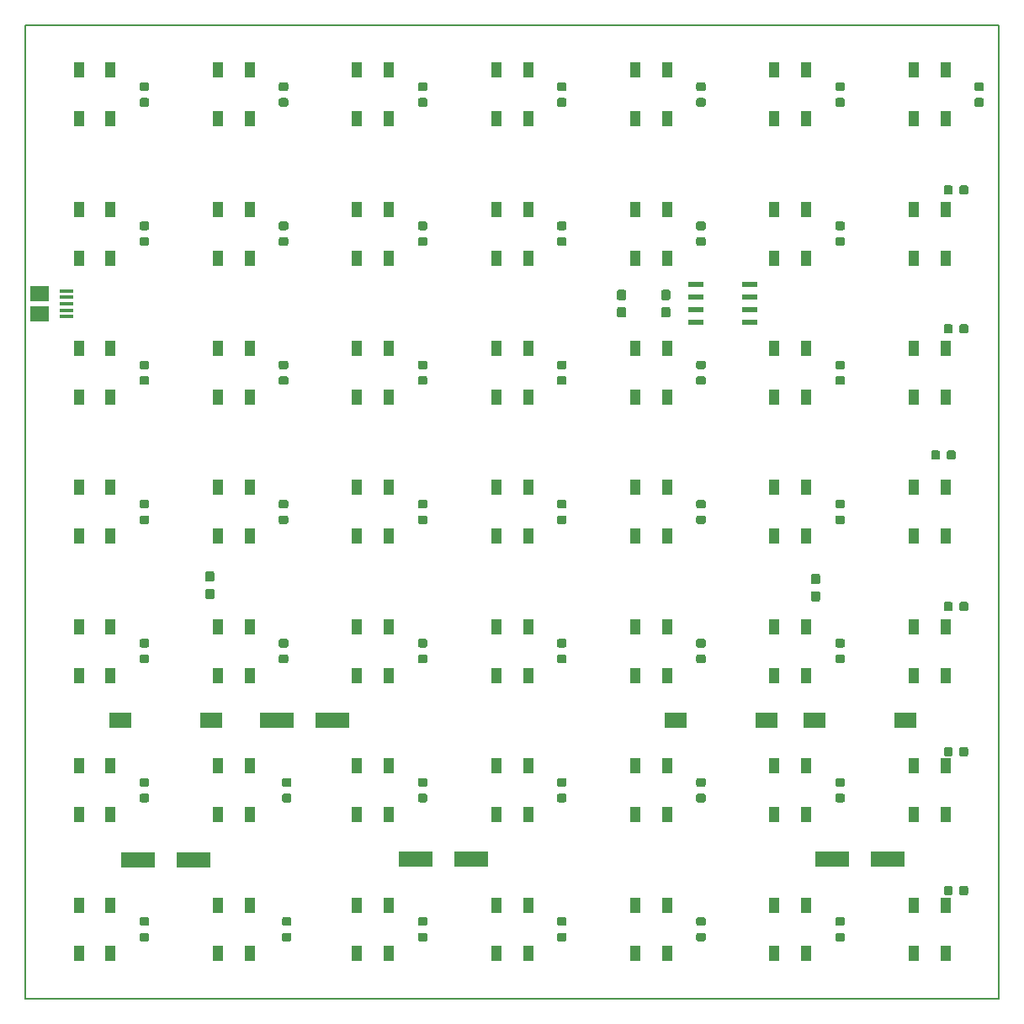
<source format=gbr>
G04 #@! TF.GenerationSoftware,KiCad,Pcbnew,5.0.1+dfsg1-3*
G04 #@! TF.CreationDate,2018-12-12T18:27:28+01:00*
G04 #@! TF.ProjectId,BitkanoneV2,4269746B616E6F6E6556322E6B696361,2.0*
G04 #@! TF.SameCoordinates,Original*
G04 #@! TF.FileFunction,Paste,Top*
G04 #@! TF.FilePolarity,Positive*
%FSLAX46Y46*%
G04 Gerber Fmt 4.6, Leading zero omitted, Abs format (unit mm)*
G04 Created by KiCad (PCBNEW 5.0.1+dfsg1-3) date Mi 12 Dez 2018 18:27:28 CET*
%MOMM*%
%LPD*%
G01*
G04 APERTURE LIST*
%ADD10C,0.150000*%
%ADD11R,1.900000X1.500000*%
%ADD12R,1.350000X0.400000*%
%ADD13R,3.500000X1.600000*%
%ADD14C,0.950000*%
%ADD15R,2.180000X1.600000*%
%ADD16R,1.000000X1.500000*%
%ADD17C,0.875000*%
%ADD18R,1.550000X0.600000*%
G04 APERTURE END LIST*
D10*
X118000000Y-20000000D02*
X20000000Y-20000000D01*
X118000000Y-118000000D02*
X118000000Y-20000000D01*
X20000000Y-118000000D02*
X118000000Y-118000000D01*
X20000000Y-20000000D02*
X20000000Y-118000000D01*
D11*
G04 #@! TO.C,XU1*
X21458300Y-49045000D03*
D12*
X24158300Y-47395000D03*
X24158300Y-46745000D03*
X24158300Y-49345000D03*
X24158300Y-48695000D03*
X24158300Y-48045000D03*
D11*
X21458300Y-47045000D03*
G04 #@! TD*
D13*
G04 #@! TO.C,C950*
X45295800Y-89955000D03*
X50895800Y-89955000D03*
G04 #@! TD*
D10*
G04 #@! TO.C,R502*
G36*
X99791579Y-75221144D02*
X99814634Y-75224563D01*
X99837243Y-75230227D01*
X99859187Y-75238079D01*
X99880257Y-75248044D01*
X99900248Y-75260026D01*
X99918968Y-75273910D01*
X99936238Y-75289562D01*
X99951890Y-75306832D01*
X99965774Y-75325552D01*
X99977756Y-75345543D01*
X99987721Y-75366613D01*
X99995573Y-75388557D01*
X100001237Y-75411166D01*
X100004656Y-75434221D01*
X100005800Y-75457500D01*
X100005800Y-76032500D01*
X100004656Y-76055779D01*
X100001237Y-76078834D01*
X99995573Y-76101443D01*
X99987721Y-76123387D01*
X99977756Y-76144457D01*
X99965774Y-76164448D01*
X99951890Y-76183168D01*
X99936238Y-76200438D01*
X99918968Y-76216090D01*
X99900248Y-76229974D01*
X99880257Y-76241956D01*
X99859187Y-76251921D01*
X99837243Y-76259773D01*
X99814634Y-76265437D01*
X99791579Y-76268856D01*
X99768300Y-76270000D01*
X99293300Y-76270000D01*
X99270021Y-76268856D01*
X99246966Y-76265437D01*
X99224357Y-76259773D01*
X99202413Y-76251921D01*
X99181343Y-76241956D01*
X99161352Y-76229974D01*
X99142632Y-76216090D01*
X99125362Y-76200438D01*
X99109710Y-76183168D01*
X99095826Y-76164448D01*
X99083844Y-76144457D01*
X99073879Y-76123387D01*
X99066027Y-76101443D01*
X99060363Y-76078834D01*
X99056944Y-76055779D01*
X99055800Y-76032500D01*
X99055800Y-75457500D01*
X99056944Y-75434221D01*
X99060363Y-75411166D01*
X99066027Y-75388557D01*
X99073879Y-75366613D01*
X99083844Y-75345543D01*
X99095826Y-75325552D01*
X99109710Y-75306832D01*
X99125362Y-75289562D01*
X99142632Y-75273910D01*
X99161352Y-75260026D01*
X99181343Y-75248044D01*
X99202413Y-75238079D01*
X99224357Y-75230227D01*
X99246966Y-75224563D01*
X99270021Y-75221144D01*
X99293300Y-75220000D01*
X99768300Y-75220000D01*
X99791579Y-75221144D01*
X99791579Y-75221144D01*
G37*
D14*
X99530800Y-75745000D03*
D10*
G36*
X99791579Y-76971144D02*
X99814634Y-76974563D01*
X99837243Y-76980227D01*
X99859187Y-76988079D01*
X99880257Y-76998044D01*
X99900248Y-77010026D01*
X99918968Y-77023910D01*
X99936238Y-77039562D01*
X99951890Y-77056832D01*
X99965774Y-77075552D01*
X99977756Y-77095543D01*
X99987721Y-77116613D01*
X99995573Y-77138557D01*
X100001237Y-77161166D01*
X100004656Y-77184221D01*
X100005800Y-77207500D01*
X100005800Y-77782500D01*
X100004656Y-77805779D01*
X100001237Y-77828834D01*
X99995573Y-77851443D01*
X99987721Y-77873387D01*
X99977756Y-77894457D01*
X99965774Y-77914448D01*
X99951890Y-77933168D01*
X99936238Y-77950438D01*
X99918968Y-77966090D01*
X99900248Y-77979974D01*
X99880257Y-77991956D01*
X99859187Y-78001921D01*
X99837243Y-78009773D01*
X99814634Y-78015437D01*
X99791579Y-78018856D01*
X99768300Y-78020000D01*
X99293300Y-78020000D01*
X99270021Y-78018856D01*
X99246966Y-78015437D01*
X99224357Y-78009773D01*
X99202413Y-78001921D01*
X99181343Y-77991956D01*
X99161352Y-77979974D01*
X99142632Y-77966090D01*
X99125362Y-77950438D01*
X99109710Y-77933168D01*
X99095826Y-77914448D01*
X99083844Y-77894457D01*
X99073879Y-77873387D01*
X99066027Y-77851443D01*
X99060363Y-77828834D01*
X99056944Y-77805779D01*
X99055800Y-77782500D01*
X99055800Y-77207500D01*
X99056944Y-77184221D01*
X99060363Y-77161166D01*
X99066027Y-77138557D01*
X99073879Y-77116613D01*
X99083844Y-77095543D01*
X99095826Y-77075552D01*
X99109710Y-77056832D01*
X99125362Y-77039562D01*
X99142632Y-77023910D01*
X99161352Y-77010026D01*
X99181343Y-76998044D01*
X99202413Y-76988079D01*
X99224357Y-76980227D01*
X99246966Y-76974563D01*
X99270021Y-76971144D01*
X99293300Y-76970000D01*
X99768300Y-76970000D01*
X99791579Y-76971144D01*
X99791579Y-76971144D01*
G37*
D14*
X99530800Y-77495000D03*
G04 #@! TD*
D10*
G04 #@! TO.C,R501*
G36*
X38831579Y-76731144D02*
X38854634Y-76734563D01*
X38877243Y-76740227D01*
X38899187Y-76748079D01*
X38920257Y-76758044D01*
X38940248Y-76770026D01*
X38958968Y-76783910D01*
X38976238Y-76799562D01*
X38991890Y-76816832D01*
X39005774Y-76835552D01*
X39017756Y-76855543D01*
X39027721Y-76876613D01*
X39035573Y-76898557D01*
X39041237Y-76921166D01*
X39044656Y-76944221D01*
X39045800Y-76967500D01*
X39045800Y-77542500D01*
X39044656Y-77565779D01*
X39041237Y-77588834D01*
X39035573Y-77611443D01*
X39027721Y-77633387D01*
X39017756Y-77654457D01*
X39005774Y-77674448D01*
X38991890Y-77693168D01*
X38976238Y-77710438D01*
X38958968Y-77726090D01*
X38940248Y-77739974D01*
X38920257Y-77751956D01*
X38899187Y-77761921D01*
X38877243Y-77769773D01*
X38854634Y-77775437D01*
X38831579Y-77778856D01*
X38808300Y-77780000D01*
X38333300Y-77780000D01*
X38310021Y-77778856D01*
X38286966Y-77775437D01*
X38264357Y-77769773D01*
X38242413Y-77761921D01*
X38221343Y-77751956D01*
X38201352Y-77739974D01*
X38182632Y-77726090D01*
X38165362Y-77710438D01*
X38149710Y-77693168D01*
X38135826Y-77674448D01*
X38123844Y-77654457D01*
X38113879Y-77633387D01*
X38106027Y-77611443D01*
X38100363Y-77588834D01*
X38096944Y-77565779D01*
X38095800Y-77542500D01*
X38095800Y-76967500D01*
X38096944Y-76944221D01*
X38100363Y-76921166D01*
X38106027Y-76898557D01*
X38113879Y-76876613D01*
X38123844Y-76855543D01*
X38135826Y-76835552D01*
X38149710Y-76816832D01*
X38165362Y-76799562D01*
X38182632Y-76783910D01*
X38201352Y-76770026D01*
X38221343Y-76758044D01*
X38242413Y-76748079D01*
X38264357Y-76740227D01*
X38286966Y-76734563D01*
X38310021Y-76731144D01*
X38333300Y-76730000D01*
X38808300Y-76730000D01*
X38831579Y-76731144D01*
X38831579Y-76731144D01*
G37*
D14*
X38570800Y-77255000D03*
D10*
G36*
X38831579Y-74981144D02*
X38854634Y-74984563D01*
X38877243Y-74990227D01*
X38899187Y-74998079D01*
X38920257Y-75008044D01*
X38940248Y-75020026D01*
X38958968Y-75033910D01*
X38976238Y-75049562D01*
X38991890Y-75066832D01*
X39005774Y-75085552D01*
X39017756Y-75105543D01*
X39027721Y-75126613D01*
X39035573Y-75148557D01*
X39041237Y-75171166D01*
X39044656Y-75194221D01*
X39045800Y-75217500D01*
X39045800Y-75792500D01*
X39044656Y-75815779D01*
X39041237Y-75838834D01*
X39035573Y-75861443D01*
X39027721Y-75883387D01*
X39017756Y-75904457D01*
X39005774Y-75924448D01*
X38991890Y-75943168D01*
X38976238Y-75960438D01*
X38958968Y-75976090D01*
X38940248Y-75989974D01*
X38920257Y-76001956D01*
X38899187Y-76011921D01*
X38877243Y-76019773D01*
X38854634Y-76025437D01*
X38831579Y-76028856D01*
X38808300Y-76030000D01*
X38333300Y-76030000D01*
X38310021Y-76028856D01*
X38286966Y-76025437D01*
X38264357Y-76019773D01*
X38242413Y-76011921D01*
X38221343Y-76001956D01*
X38201352Y-75989974D01*
X38182632Y-75976090D01*
X38165362Y-75960438D01*
X38149710Y-75943168D01*
X38135826Y-75924448D01*
X38123844Y-75904457D01*
X38113879Y-75883387D01*
X38106027Y-75861443D01*
X38100363Y-75838834D01*
X38096944Y-75815779D01*
X38095800Y-75792500D01*
X38095800Y-75217500D01*
X38096944Y-75194221D01*
X38100363Y-75171166D01*
X38106027Y-75148557D01*
X38113879Y-75126613D01*
X38123844Y-75105543D01*
X38135826Y-75085552D01*
X38149710Y-75066832D01*
X38165362Y-75049562D01*
X38182632Y-75033910D01*
X38201352Y-75020026D01*
X38221343Y-75008044D01*
X38242413Y-74998079D01*
X38264357Y-74990227D01*
X38286966Y-74984563D01*
X38310021Y-74981144D01*
X38333300Y-74980000D01*
X38808300Y-74980000D01*
X38831579Y-74981144D01*
X38831579Y-74981144D01*
G37*
D14*
X38570800Y-75505000D03*
G04 #@! TD*
D15*
G04 #@! TO.C,S1*
X38715800Y-89955000D03*
X29535800Y-89955000D03*
G04 #@! TD*
G04 #@! TO.C,S3*
X99385800Y-89955000D03*
X108565800Y-89955000D03*
G04 #@! TD*
G04 #@! TO.C,S2*
X85415800Y-89955000D03*
X94595800Y-89955000D03*
G04 #@! TD*
D13*
G04 #@! TO.C,C900*
X31325800Y-104000000D03*
X36925800Y-104000000D03*
G04 #@! TD*
D16*
G04 #@! TO.C,D949*
X109400000Y-113450000D03*
X112600000Y-113450000D03*
X109400000Y-108550000D03*
X112600000Y-108550000D03*
G04 #@! TD*
D13*
G04 #@! TO.C,C402*
X106775800Y-103925000D03*
X101175800Y-103925000D03*
G04 #@! TD*
G04 #@! TO.C,C401*
X64865800Y-103925000D03*
X59265800Y-103925000D03*
G04 #@! TD*
D10*
G04 #@! TO.C,C901*
G36*
X32277691Y-25776053D02*
X32298926Y-25779203D01*
X32319750Y-25784419D01*
X32339962Y-25791651D01*
X32359368Y-25800830D01*
X32377781Y-25811866D01*
X32395024Y-25824654D01*
X32410930Y-25839070D01*
X32425346Y-25854976D01*
X32438134Y-25872219D01*
X32449170Y-25890632D01*
X32458349Y-25910038D01*
X32465581Y-25930250D01*
X32470797Y-25951074D01*
X32473947Y-25972309D01*
X32475000Y-25993750D01*
X32475000Y-26431250D01*
X32473947Y-26452691D01*
X32470797Y-26473926D01*
X32465581Y-26494750D01*
X32458349Y-26514962D01*
X32449170Y-26534368D01*
X32438134Y-26552781D01*
X32425346Y-26570024D01*
X32410930Y-26585930D01*
X32395024Y-26600346D01*
X32377781Y-26613134D01*
X32359368Y-26624170D01*
X32339962Y-26633349D01*
X32319750Y-26640581D01*
X32298926Y-26645797D01*
X32277691Y-26648947D01*
X32256250Y-26650000D01*
X31743750Y-26650000D01*
X31722309Y-26648947D01*
X31701074Y-26645797D01*
X31680250Y-26640581D01*
X31660038Y-26633349D01*
X31640632Y-26624170D01*
X31622219Y-26613134D01*
X31604976Y-26600346D01*
X31589070Y-26585930D01*
X31574654Y-26570024D01*
X31561866Y-26552781D01*
X31550830Y-26534368D01*
X31541651Y-26514962D01*
X31534419Y-26494750D01*
X31529203Y-26473926D01*
X31526053Y-26452691D01*
X31525000Y-26431250D01*
X31525000Y-25993750D01*
X31526053Y-25972309D01*
X31529203Y-25951074D01*
X31534419Y-25930250D01*
X31541651Y-25910038D01*
X31550830Y-25890632D01*
X31561866Y-25872219D01*
X31574654Y-25854976D01*
X31589070Y-25839070D01*
X31604976Y-25824654D01*
X31622219Y-25811866D01*
X31640632Y-25800830D01*
X31660038Y-25791651D01*
X31680250Y-25784419D01*
X31701074Y-25779203D01*
X31722309Y-25776053D01*
X31743750Y-25775000D01*
X32256250Y-25775000D01*
X32277691Y-25776053D01*
X32277691Y-25776053D01*
G37*
D17*
X32000000Y-26212500D03*
D10*
G36*
X32277691Y-27351053D02*
X32298926Y-27354203D01*
X32319750Y-27359419D01*
X32339962Y-27366651D01*
X32359368Y-27375830D01*
X32377781Y-27386866D01*
X32395024Y-27399654D01*
X32410930Y-27414070D01*
X32425346Y-27429976D01*
X32438134Y-27447219D01*
X32449170Y-27465632D01*
X32458349Y-27485038D01*
X32465581Y-27505250D01*
X32470797Y-27526074D01*
X32473947Y-27547309D01*
X32475000Y-27568750D01*
X32475000Y-28006250D01*
X32473947Y-28027691D01*
X32470797Y-28048926D01*
X32465581Y-28069750D01*
X32458349Y-28089962D01*
X32449170Y-28109368D01*
X32438134Y-28127781D01*
X32425346Y-28145024D01*
X32410930Y-28160930D01*
X32395024Y-28175346D01*
X32377781Y-28188134D01*
X32359368Y-28199170D01*
X32339962Y-28208349D01*
X32319750Y-28215581D01*
X32298926Y-28220797D01*
X32277691Y-28223947D01*
X32256250Y-28225000D01*
X31743750Y-28225000D01*
X31722309Y-28223947D01*
X31701074Y-28220797D01*
X31680250Y-28215581D01*
X31660038Y-28208349D01*
X31640632Y-28199170D01*
X31622219Y-28188134D01*
X31604976Y-28175346D01*
X31589070Y-28160930D01*
X31574654Y-28145024D01*
X31561866Y-28127781D01*
X31550830Y-28109368D01*
X31541651Y-28089962D01*
X31534419Y-28069750D01*
X31529203Y-28048926D01*
X31526053Y-28027691D01*
X31525000Y-28006250D01*
X31525000Y-27568750D01*
X31526053Y-27547309D01*
X31529203Y-27526074D01*
X31534419Y-27505250D01*
X31541651Y-27485038D01*
X31550830Y-27465632D01*
X31561866Y-27447219D01*
X31574654Y-27429976D01*
X31589070Y-27414070D01*
X31604976Y-27399654D01*
X31622219Y-27386866D01*
X31640632Y-27375830D01*
X31660038Y-27366651D01*
X31680250Y-27359419D01*
X31701074Y-27354203D01*
X31722309Y-27351053D01*
X31743750Y-27350000D01*
X32256250Y-27350000D01*
X32277691Y-27351053D01*
X32277691Y-27351053D01*
G37*
D17*
X32000000Y-27787500D03*
G04 #@! TD*
D10*
G04 #@! TO.C,C904*
G36*
X74277691Y-27351053D02*
X74298926Y-27354203D01*
X74319750Y-27359419D01*
X74339962Y-27366651D01*
X74359368Y-27375830D01*
X74377781Y-27386866D01*
X74395024Y-27399654D01*
X74410930Y-27414070D01*
X74425346Y-27429976D01*
X74438134Y-27447219D01*
X74449170Y-27465632D01*
X74458349Y-27485038D01*
X74465581Y-27505250D01*
X74470797Y-27526074D01*
X74473947Y-27547309D01*
X74475000Y-27568750D01*
X74475000Y-28006250D01*
X74473947Y-28027691D01*
X74470797Y-28048926D01*
X74465581Y-28069750D01*
X74458349Y-28089962D01*
X74449170Y-28109368D01*
X74438134Y-28127781D01*
X74425346Y-28145024D01*
X74410930Y-28160930D01*
X74395024Y-28175346D01*
X74377781Y-28188134D01*
X74359368Y-28199170D01*
X74339962Y-28208349D01*
X74319750Y-28215581D01*
X74298926Y-28220797D01*
X74277691Y-28223947D01*
X74256250Y-28225000D01*
X73743750Y-28225000D01*
X73722309Y-28223947D01*
X73701074Y-28220797D01*
X73680250Y-28215581D01*
X73660038Y-28208349D01*
X73640632Y-28199170D01*
X73622219Y-28188134D01*
X73604976Y-28175346D01*
X73589070Y-28160930D01*
X73574654Y-28145024D01*
X73561866Y-28127781D01*
X73550830Y-28109368D01*
X73541651Y-28089962D01*
X73534419Y-28069750D01*
X73529203Y-28048926D01*
X73526053Y-28027691D01*
X73525000Y-28006250D01*
X73525000Y-27568750D01*
X73526053Y-27547309D01*
X73529203Y-27526074D01*
X73534419Y-27505250D01*
X73541651Y-27485038D01*
X73550830Y-27465632D01*
X73561866Y-27447219D01*
X73574654Y-27429976D01*
X73589070Y-27414070D01*
X73604976Y-27399654D01*
X73622219Y-27386866D01*
X73640632Y-27375830D01*
X73660038Y-27366651D01*
X73680250Y-27359419D01*
X73701074Y-27354203D01*
X73722309Y-27351053D01*
X73743750Y-27350000D01*
X74256250Y-27350000D01*
X74277691Y-27351053D01*
X74277691Y-27351053D01*
G37*
D17*
X74000000Y-27787500D03*
D10*
G36*
X74277691Y-25776053D02*
X74298926Y-25779203D01*
X74319750Y-25784419D01*
X74339962Y-25791651D01*
X74359368Y-25800830D01*
X74377781Y-25811866D01*
X74395024Y-25824654D01*
X74410930Y-25839070D01*
X74425346Y-25854976D01*
X74438134Y-25872219D01*
X74449170Y-25890632D01*
X74458349Y-25910038D01*
X74465581Y-25930250D01*
X74470797Y-25951074D01*
X74473947Y-25972309D01*
X74475000Y-25993750D01*
X74475000Y-26431250D01*
X74473947Y-26452691D01*
X74470797Y-26473926D01*
X74465581Y-26494750D01*
X74458349Y-26514962D01*
X74449170Y-26534368D01*
X74438134Y-26552781D01*
X74425346Y-26570024D01*
X74410930Y-26585930D01*
X74395024Y-26600346D01*
X74377781Y-26613134D01*
X74359368Y-26624170D01*
X74339962Y-26633349D01*
X74319750Y-26640581D01*
X74298926Y-26645797D01*
X74277691Y-26648947D01*
X74256250Y-26650000D01*
X73743750Y-26650000D01*
X73722309Y-26648947D01*
X73701074Y-26645797D01*
X73680250Y-26640581D01*
X73660038Y-26633349D01*
X73640632Y-26624170D01*
X73622219Y-26613134D01*
X73604976Y-26600346D01*
X73589070Y-26585930D01*
X73574654Y-26570024D01*
X73561866Y-26552781D01*
X73550830Y-26534368D01*
X73541651Y-26514962D01*
X73534419Y-26494750D01*
X73529203Y-26473926D01*
X73526053Y-26452691D01*
X73525000Y-26431250D01*
X73525000Y-25993750D01*
X73526053Y-25972309D01*
X73529203Y-25951074D01*
X73534419Y-25930250D01*
X73541651Y-25910038D01*
X73550830Y-25890632D01*
X73561866Y-25872219D01*
X73574654Y-25854976D01*
X73589070Y-25839070D01*
X73604976Y-25824654D01*
X73622219Y-25811866D01*
X73640632Y-25800830D01*
X73660038Y-25791651D01*
X73680250Y-25784419D01*
X73701074Y-25779203D01*
X73722309Y-25776053D01*
X73743750Y-25775000D01*
X74256250Y-25775000D01*
X74277691Y-25776053D01*
X74277691Y-25776053D01*
G37*
D17*
X74000000Y-26212500D03*
G04 #@! TD*
D10*
G04 #@! TO.C,C905*
G36*
X88277691Y-25776053D02*
X88298926Y-25779203D01*
X88319750Y-25784419D01*
X88339962Y-25791651D01*
X88359368Y-25800830D01*
X88377781Y-25811866D01*
X88395024Y-25824654D01*
X88410930Y-25839070D01*
X88425346Y-25854976D01*
X88438134Y-25872219D01*
X88449170Y-25890632D01*
X88458349Y-25910038D01*
X88465581Y-25930250D01*
X88470797Y-25951074D01*
X88473947Y-25972309D01*
X88475000Y-25993750D01*
X88475000Y-26431250D01*
X88473947Y-26452691D01*
X88470797Y-26473926D01*
X88465581Y-26494750D01*
X88458349Y-26514962D01*
X88449170Y-26534368D01*
X88438134Y-26552781D01*
X88425346Y-26570024D01*
X88410930Y-26585930D01*
X88395024Y-26600346D01*
X88377781Y-26613134D01*
X88359368Y-26624170D01*
X88339962Y-26633349D01*
X88319750Y-26640581D01*
X88298926Y-26645797D01*
X88277691Y-26648947D01*
X88256250Y-26650000D01*
X87743750Y-26650000D01*
X87722309Y-26648947D01*
X87701074Y-26645797D01*
X87680250Y-26640581D01*
X87660038Y-26633349D01*
X87640632Y-26624170D01*
X87622219Y-26613134D01*
X87604976Y-26600346D01*
X87589070Y-26585930D01*
X87574654Y-26570024D01*
X87561866Y-26552781D01*
X87550830Y-26534368D01*
X87541651Y-26514962D01*
X87534419Y-26494750D01*
X87529203Y-26473926D01*
X87526053Y-26452691D01*
X87525000Y-26431250D01*
X87525000Y-25993750D01*
X87526053Y-25972309D01*
X87529203Y-25951074D01*
X87534419Y-25930250D01*
X87541651Y-25910038D01*
X87550830Y-25890632D01*
X87561866Y-25872219D01*
X87574654Y-25854976D01*
X87589070Y-25839070D01*
X87604976Y-25824654D01*
X87622219Y-25811866D01*
X87640632Y-25800830D01*
X87660038Y-25791651D01*
X87680250Y-25784419D01*
X87701074Y-25779203D01*
X87722309Y-25776053D01*
X87743750Y-25775000D01*
X88256250Y-25775000D01*
X88277691Y-25776053D01*
X88277691Y-25776053D01*
G37*
D17*
X88000000Y-26212500D03*
D10*
G36*
X88277691Y-27351053D02*
X88298926Y-27354203D01*
X88319750Y-27359419D01*
X88339962Y-27366651D01*
X88359368Y-27375830D01*
X88377781Y-27386866D01*
X88395024Y-27399654D01*
X88410930Y-27414070D01*
X88425346Y-27429976D01*
X88438134Y-27447219D01*
X88449170Y-27465632D01*
X88458349Y-27485038D01*
X88465581Y-27505250D01*
X88470797Y-27526074D01*
X88473947Y-27547309D01*
X88475000Y-27568750D01*
X88475000Y-28006250D01*
X88473947Y-28027691D01*
X88470797Y-28048926D01*
X88465581Y-28069750D01*
X88458349Y-28089962D01*
X88449170Y-28109368D01*
X88438134Y-28127781D01*
X88425346Y-28145024D01*
X88410930Y-28160930D01*
X88395024Y-28175346D01*
X88377781Y-28188134D01*
X88359368Y-28199170D01*
X88339962Y-28208349D01*
X88319750Y-28215581D01*
X88298926Y-28220797D01*
X88277691Y-28223947D01*
X88256250Y-28225000D01*
X87743750Y-28225000D01*
X87722309Y-28223947D01*
X87701074Y-28220797D01*
X87680250Y-28215581D01*
X87660038Y-28208349D01*
X87640632Y-28199170D01*
X87622219Y-28188134D01*
X87604976Y-28175346D01*
X87589070Y-28160930D01*
X87574654Y-28145024D01*
X87561866Y-28127781D01*
X87550830Y-28109368D01*
X87541651Y-28089962D01*
X87534419Y-28069750D01*
X87529203Y-28048926D01*
X87526053Y-28027691D01*
X87525000Y-28006250D01*
X87525000Y-27568750D01*
X87526053Y-27547309D01*
X87529203Y-27526074D01*
X87534419Y-27505250D01*
X87541651Y-27485038D01*
X87550830Y-27465632D01*
X87561866Y-27447219D01*
X87574654Y-27429976D01*
X87589070Y-27414070D01*
X87604976Y-27399654D01*
X87622219Y-27386866D01*
X87640632Y-27375830D01*
X87660038Y-27366651D01*
X87680250Y-27359419D01*
X87701074Y-27354203D01*
X87722309Y-27351053D01*
X87743750Y-27350000D01*
X88256250Y-27350000D01*
X88277691Y-27351053D01*
X88277691Y-27351053D01*
G37*
D17*
X88000000Y-27787500D03*
G04 #@! TD*
D10*
G04 #@! TO.C,C906*
G36*
X102277691Y-27351053D02*
X102298926Y-27354203D01*
X102319750Y-27359419D01*
X102339962Y-27366651D01*
X102359368Y-27375830D01*
X102377781Y-27386866D01*
X102395024Y-27399654D01*
X102410930Y-27414070D01*
X102425346Y-27429976D01*
X102438134Y-27447219D01*
X102449170Y-27465632D01*
X102458349Y-27485038D01*
X102465581Y-27505250D01*
X102470797Y-27526074D01*
X102473947Y-27547309D01*
X102475000Y-27568750D01*
X102475000Y-28006250D01*
X102473947Y-28027691D01*
X102470797Y-28048926D01*
X102465581Y-28069750D01*
X102458349Y-28089962D01*
X102449170Y-28109368D01*
X102438134Y-28127781D01*
X102425346Y-28145024D01*
X102410930Y-28160930D01*
X102395024Y-28175346D01*
X102377781Y-28188134D01*
X102359368Y-28199170D01*
X102339962Y-28208349D01*
X102319750Y-28215581D01*
X102298926Y-28220797D01*
X102277691Y-28223947D01*
X102256250Y-28225000D01*
X101743750Y-28225000D01*
X101722309Y-28223947D01*
X101701074Y-28220797D01*
X101680250Y-28215581D01*
X101660038Y-28208349D01*
X101640632Y-28199170D01*
X101622219Y-28188134D01*
X101604976Y-28175346D01*
X101589070Y-28160930D01*
X101574654Y-28145024D01*
X101561866Y-28127781D01*
X101550830Y-28109368D01*
X101541651Y-28089962D01*
X101534419Y-28069750D01*
X101529203Y-28048926D01*
X101526053Y-28027691D01*
X101525000Y-28006250D01*
X101525000Y-27568750D01*
X101526053Y-27547309D01*
X101529203Y-27526074D01*
X101534419Y-27505250D01*
X101541651Y-27485038D01*
X101550830Y-27465632D01*
X101561866Y-27447219D01*
X101574654Y-27429976D01*
X101589070Y-27414070D01*
X101604976Y-27399654D01*
X101622219Y-27386866D01*
X101640632Y-27375830D01*
X101660038Y-27366651D01*
X101680250Y-27359419D01*
X101701074Y-27354203D01*
X101722309Y-27351053D01*
X101743750Y-27350000D01*
X102256250Y-27350000D01*
X102277691Y-27351053D01*
X102277691Y-27351053D01*
G37*
D17*
X102000000Y-27787500D03*
D10*
G36*
X102277691Y-25776053D02*
X102298926Y-25779203D01*
X102319750Y-25784419D01*
X102339962Y-25791651D01*
X102359368Y-25800830D01*
X102377781Y-25811866D01*
X102395024Y-25824654D01*
X102410930Y-25839070D01*
X102425346Y-25854976D01*
X102438134Y-25872219D01*
X102449170Y-25890632D01*
X102458349Y-25910038D01*
X102465581Y-25930250D01*
X102470797Y-25951074D01*
X102473947Y-25972309D01*
X102475000Y-25993750D01*
X102475000Y-26431250D01*
X102473947Y-26452691D01*
X102470797Y-26473926D01*
X102465581Y-26494750D01*
X102458349Y-26514962D01*
X102449170Y-26534368D01*
X102438134Y-26552781D01*
X102425346Y-26570024D01*
X102410930Y-26585930D01*
X102395024Y-26600346D01*
X102377781Y-26613134D01*
X102359368Y-26624170D01*
X102339962Y-26633349D01*
X102319750Y-26640581D01*
X102298926Y-26645797D01*
X102277691Y-26648947D01*
X102256250Y-26650000D01*
X101743750Y-26650000D01*
X101722309Y-26648947D01*
X101701074Y-26645797D01*
X101680250Y-26640581D01*
X101660038Y-26633349D01*
X101640632Y-26624170D01*
X101622219Y-26613134D01*
X101604976Y-26600346D01*
X101589070Y-26585930D01*
X101574654Y-26570024D01*
X101561866Y-26552781D01*
X101550830Y-26534368D01*
X101541651Y-26514962D01*
X101534419Y-26494750D01*
X101529203Y-26473926D01*
X101526053Y-26452691D01*
X101525000Y-26431250D01*
X101525000Y-25993750D01*
X101526053Y-25972309D01*
X101529203Y-25951074D01*
X101534419Y-25930250D01*
X101541651Y-25910038D01*
X101550830Y-25890632D01*
X101561866Y-25872219D01*
X101574654Y-25854976D01*
X101589070Y-25839070D01*
X101604976Y-25824654D01*
X101622219Y-25811866D01*
X101640632Y-25800830D01*
X101660038Y-25791651D01*
X101680250Y-25784419D01*
X101701074Y-25779203D01*
X101722309Y-25776053D01*
X101743750Y-25775000D01*
X102256250Y-25775000D01*
X102277691Y-25776053D01*
X102277691Y-25776053D01*
G37*
D17*
X102000000Y-26212500D03*
G04 #@! TD*
D10*
G04 #@! TO.C,C907*
G36*
X116277691Y-25776053D02*
X116298926Y-25779203D01*
X116319750Y-25784419D01*
X116339962Y-25791651D01*
X116359368Y-25800830D01*
X116377781Y-25811866D01*
X116395024Y-25824654D01*
X116410930Y-25839070D01*
X116425346Y-25854976D01*
X116438134Y-25872219D01*
X116449170Y-25890632D01*
X116458349Y-25910038D01*
X116465581Y-25930250D01*
X116470797Y-25951074D01*
X116473947Y-25972309D01*
X116475000Y-25993750D01*
X116475000Y-26431250D01*
X116473947Y-26452691D01*
X116470797Y-26473926D01*
X116465581Y-26494750D01*
X116458349Y-26514962D01*
X116449170Y-26534368D01*
X116438134Y-26552781D01*
X116425346Y-26570024D01*
X116410930Y-26585930D01*
X116395024Y-26600346D01*
X116377781Y-26613134D01*
X116359368Y-26624170D01*
X116339962Y-26633349D01*
X116319750Y-26640581D01*
X116298926Y-26645797D01*
X116277691Y-26648947D01*
X116256250Y-26650000D01*
X115743750Y-26650000D01*
X115722309Y-26648947D01*
X115701074Y-26645797D01*
X115680250Y-26640581D01*
X115660038Y-26633349D01*
X115640632Y-26624170D01*
X115622219Y-26613134D01*
X115604976Y-26600346D01*
X115589070Y-26585930D01*
X115574654Y-26570024D01*
X115561866Y-26552781D01*
X115550830Y-26534368D01*
X115541651Y-26514962D01*
X115534419Y-26494750D01*
X115529203Y-26473926D01*
X115526053Y-26452691D01*
X115525000Y-26431250D01*
X115525000Y-25993750D01*
X115526053Y-25972309D01*
X115529203Y-25951074D01*
X115534419Y-25930250D01*
X115541651Y-25910038D01*
X115550830Y-25890632D01*
X115561866Y-25872219D01*
X115574654Y-25854976D01*
X115589070Y-25839070D01*
X115604976Y-25824654D01*
X115622219Y-25811866D01*
X115640632Y-25800830D01*
X115660038Y-25791651D01*
X115680250Y-25784419D01*
X115701074Y-25779203D01*
X115722309Y-25776053D01*
X115743750Y-25775000D01*
X116256250Y-25775000D01*
X116277691Y-25776053D01*
X116277691Y-25776053D01*
G37*
D17*
X116000000Y-26212500D03*
D10*
G36*
X116277691Y-27351053D02*
X116298926Y-27354203D01*
X116319750Y-27359419D01*
X116339962Y-27366651D01*
X116359368Y-27375830D01*
X116377781Y-27386866D01*
X116395024Y-27399654D01*
X116410930Y-27414070D01*
X116425346Y-27429976D01*
X116438134Y-27447219D01*
X116449170Y-27465632D01*
X116458349Y-27485038D01*
X116465581Y-27505250D01*
X116470797Y-27526074D01*
X116473947Y-27547309D01*
X116475000Y-27568750D01*
X116475000Y-28006250D01*
X116473947Y-28027691D01*
X116470797Y-28048926D01*
X116465581Y-28069750D01*
X116458349Y-28089962D01*
X116449170Y-28109368D01*
X116438134Y-28127781D01*
X116425346Y-28145024D01*
X116410930Y-28160930D01*
X116395024Y-28175346D01*
X116377781Y-28188134D01*
X116359368Y-28199170D01*
X116339962Y-28208349D01*
X116319750Y-28215581D01*
X116298926Y-28220797D01*
X116277691Y-28223947D01*
X116256250Y-28225000D01*
X115743750Y-28225000D01*
X115722309Y-28223947D01*
X115701074Y-28220797D01*
X115680250Y-28215581D01*
X115660038Y-28208349D01*
X115640632Y-28199170D01*
X115622219Y-28188134D01*
X115604976Y-28175346D01*
X115589070Y-28160930D01*
X115574654Y-28145024D01*
X115561866Y-28127781D01*
X115550830Y-28109368D01*
X115541651Y-28089962D01*
X115534419Y-28069750D01*
X115529203Y-28048926D01*
X115526053Y-28027691D01*
X115525000Y-28006250D01*
X115525000Y-27568750D01*
X115526053Y-27547309D01*
X115529203Y-27526074D01*
X115534419Y-27505250D01*
X115541651Y-27485038D01*
X115550830Y-27465632D01*
X115561866Y-27447219D01*
X115574654Y-27429976D01*
X115589070Y-27414070D01*
X115604976Y-27399654D01*
X115622219Y-27386866D01*
X115640632Y-27375830D01*
X115660038Y-27366651D01*
X115680250Y-27359419D01*
X115701074Y-27354203D01*
X115722309Y-27351053D01*
X115743750Y-27350000D01*
X116256250Y-27350000D01*
X116277691Y-27351053D01*
X116277691Y-27351053D01*
G37*
D17*
X116000000Y-27787500D03*
G04 #@! TD*
D10*
G04 #@! TO.C,C908*
G36*
X32277691Y-41351053D02*
X32298926Y-41354203D01*
X32319750Y-41359419D01*
X32339962Y-41366651D01*
X32359368Y-41375830D01*
X32377781Y-41386866D01*
X32395024Y-41399654D01*
X32410930Y-41414070D01*
X32425346Y-41429976D01*
X32438134Y-41447219D01*
X32449170Y-41465632D01*
X32458349Y-41485038D01*
X32465581Y-41505250D01*
X32470797Y-41526074D01*
X32473947Y-41547309D01*
X32475000Y-41568750D01*
X32475000Y-42006250D01*
X32473947Y-42027691D01*
X32470797Y-42048926D01*
X32465581Y-42069750D01*
X32458349Y-42089962D01*
X32449170Y-42109368D01*
X32438134Y-42127781D01*
X32425346Y-42145024D01*
X32410930Y-42160930D01*
X32395024Y-42175346D01*
X32377781Y-42188134D01*
X32359368Y-42199170D01*
X32339962Y-42208349D01*
X32319750Y-42215581D01*
X32298926Y-42220797D01*
X32277691Y-42223947D01*
X32256250Y-42225000D01*
X31743750Y-42225000D01*
X31722309Y-42223947D01*
X31701074Y-42220797D01*
X31680250Y-42215581D01*
X31660038Y-42208349D01*
X31640632Y-42199170D01*
X31622219Y-42188134D01*
X31604976Y-42175346D01*
X31589070Y-42160930D01*
X31574654Y-42145024D01*
X31561866Y-42127781D01*
X31550830Y-42109368D01*
X31541651Y-42089962D01*
X31534419Y-42069750D01*
X31529203Y-42048926D01*
X31526053Y-42027691D01*
X31525000Y-42006250D01*
X31525000Y-41568750D01*
X31526053Y-41547309D01*
X31529203Y-41526074D01*
X31534419Y-41505250D01*
X31541651Y-41485038D01*
X31550830Y-41465632D01*
X31561866Y-41447219D01*
X31574654Y-41429976D01*
X31589070Y-41414070D01*
X31604976Y-41399654D01*
X31622219Y-41386866D01*
X31640632Y-41375830D01*
X31660038Y-41366651D01*
X31680250Y-41359419D01*
X31701074Y-41354203D01*
X31722309Y-41351053D01*
X31743750Y-41350000D01*
X32256250Y-41350000D01*
X32277691Y-41351053D01*
X32277691Y-41351053D01*
G37*
D17*
X32000000Y-41787500D03*
D10*
G36*
X32277691Y-39776053D02*
X32298926Y-39779203D01*
X32319750Y-39784419D01*
X32339962Y-39791651D01*
X32359368Y-39800830D01*
X32377781Y-39811866D01*
X32395024Y-39824654D01*
X32410930Y-39839070D01*
X32425346Y-39854976D01*
X32438134Y-39872219D01*
X32449170Y-39890632D01*
X32458349Y-39910038D01*
X32465581Y-39930250D01*
X32470797Y-39951074D01*
X32473947Y-39972309D01*
X32475000Y-39993750D01*
X32475000Y-40431250D01*
X32473947Y-40452691D01*
X32470797Y-40473926D01*
X32465581Y-40494750D01*
X32458349Y-40514962D01*
X32449170Y-40534368D01*
X32438134Y-40552781D01*
X32425346Y-40570024D01*
X32410930Y-40585930D01*
X32395024Y-40600346D01*
X32377781Y-40613134D01*
X32359368Y-40624170D01*
X32339962Y-40633349D01*
X32319750Y-40640581D01*
X32298926Y-40645797D01*
X32277691Y-40648947D01*
X32256250Y-40650000D01*
X31743750Y-40650000D01*
X31722309Y-40648947D01*
X31701074Y-40645797D01*
X31680250Y-40640581D01*
X31660038Y-40633349D01*
X31640632Y-40624170D01*
X31622219Y-40613134D01*
X31604976Y-40600346D01*
X31589070Y-40585930D01*
X31574654Y-40570024D01*
X31561866Y-40552781D01*
X31550830Y-40534368D01*
X31541651Y-40514962D01*
X31534419Y-40494750D01*
X31529203Y-40473926D01*
X31526053Y-40452691D01*
X31525000Y-40431250D01*
X31525000Y-39993750D01*
X31526053Y-39972309D01*
X31529203Y-39951074D01*
X31534419Y-39930250D01*
X31541651Y-39910038D01*
X31550830Y-39890632D01*
X31561866Y-39872219D01*
X31574654Y-39854976D01*
X31589070Y-39839070D01*
X31604976Y-39824654D01*
X31622219Y-39811866D01*
X31640632Y-39800830D01*
X31660038Y-39791651D01*
X31680250Y-39784419D01*
X31701074Y-39779203D01*
X31722309Y-39776053D01*
X31743750Y-39775000D01*
X32256250Y-39775000D01*
X32277691Y-39776053D01*
X32277691Y-39776053D01*
G37*
D17*
X32000000Y-40212500D03*
G04 #@! TD*
D10*
G04 #@! TO.C,C909*
G36*
X46277691Y-39776053D02*
X46298926Y-39779203D01*
X46319750Y-39784419D01*
X46339962Y-39791651D01*
X46359368Y-39800830D01*
X46377781Y-39811866D01*
X46395024Y-39824654D01*
X46410930Y-39839070D01*
X46425346Y-39854976D01*
X46438134Y-39872219D01*
X46449170Y-39890632D01*
X46458349Y-39910038D01*
X46465581Y-39930250D01*
X46470797Y-39951074D01*
X46473947Y-39972309D01*
X46475000Y-39993750D01*
X46475000Y-40431250D01*
X46473947Y-40452691D01*
X46470797Y-40473926D01*
X46465581Y-40494750D01*
X46458349Y-40514962D01*
X46449170Y-40534368D01*
X46438134Y-40552781D01*
X46425346Y-40570024D01*
X46410930Y-40585930D01*
X46395024Y-40600346D01*
X46377781Y-40613134D01*
X46359368Y-40624170D01*
X46339962Y-40633349D01*
X46319750Y-40640581D01*
X46298926Y-40645797D01*
X46277691Y-40648947D01*
X46256250Y-40650000D01*
X45743750Y-40650000D01*
X45722309Y-40648947D01*
X45701074Y-40645797D01*
X45680250Y-40640581D01*
X45660038Y-40633349D01*
X45640632Y-40624170D01*
X45622219Y-40613134D01*
X45604976Y-40600346D01*
X45589070Y-40585930D01*
X45574654Y-40570024D01*
X45561866Y-40552781D01*
X45550830Y-40534368D01*
X45541651Y-40514962D01*
X45534419Y-40494750D01*
X45529203Y-40473926D01*
X45526053Y-40452691D01*
X45525000Y-40431250D01*
X45525000Y-39993750D01*
X45526053Y-39972309D01*
X45529203Y-39951074D01*
X45534419Y-39930250D01*
X45541651Y-39910038D01*
X45550830Y-39890632D01*
X45561866Y-39872219D01*
X45574654Y-39854976D01*
X45589070Y-39839070D01*
X45604976Y-39824654D01*
X45622219Y-39811866D01*
X45640632Y-39800830D01*
X45660038Y-39791651D01*
X45680250Y-39784419D01*
X45701074Y-39779203D01*
X45722309Y-39776053D01*
X45743750Y-39775000D01*
X46256250Y-39775000D01*
X46277691Y-39776053D01*
X46277691Y-39776053D01*
G37*
D17*
X46000000Y-40212500D03*
D10*
G36*
X46277691Y-41351053D02*
X46298926Y-41354203D01*
X46319750Y-41359419D01*
X46339962Y-41366651D01*
X46359368Y-41375830D01*
X46377781Y-41386866D01*
X46395024Y-41399654D01*
X46410930Y-41414070D01*
X46425346Y-41429976D01*
X46438134Y-41447219D01*
X46449170Y-41465632D01*
X46458349Y-41485038D01*
X46465581Y-41505250D01*
X46470797Y-41526074D01*
X46473947Y-41547309D01*
X46475000Y-41568750D01*
X46475000Y-42006250D01*
X46473947Y-42027691D01*
X46470797Y-42048926D01*
X46465581Y-42069750D01*
X46458349Y-42089962D01*
X46449170Y-42109368D01*
X46438134Y-42127781D01*
X46425346Y-42145024D01*
X46410930Y-42160930D01*
X46395024Y-42175346D01*
X46377781Y-42188134D01*
X46359368Y-42199170D01*
X46339962Y-42208349D01*
X46319750Y-42215581D01*
X46298926Y-42220797D01*
X46277691Y-42223947D01*
X46256250Y-42225000D01*
X45743750Y-42225000D01*
X45722309Y-42223947D01*
X45701074Y-42220797D01*
X45680250Y-42215581D01*
X45660038Y-42208349D01*
X45640632Y-42199170D01*
X45622219Y-42188134D01*
X45604976Y-42175346D01*
X45589070Y-42160930D01*
X45574654Y-42145024D01*
X45561866Y-42127781D01*
X45550830Y-42109368D01*
X45541651Y-42089962D01*
X45534419Y-42069750D01*
X45529203Y-42048926D01*
X45526053Y-42027691D01*
X45525000Y-42006250D01*
X45525000Y-41568750D01*
X45526053Y-41547309D01*
X45529203Y-41526074D01*
X45534419Y-41505250D01*
X45541651Y-41485038D01*
X45550830Y-41465632D01*
X45561866Y-41447219D01*
X45574654Y-41429976D01*
X45589070Y-41414070D01*
X45604976Y-41399654D01*
X45622219Y-41386866D01*
X45640632Y-41375830D01*
X45660038Y-41366651D01*
X45680250Y-41359419D01*
X45701074Y-41354203D01*
X45722309Y-41351053D01*
X45743750Y-41350000D01*
X46256250Y-41350000D01*
X46277691Y-41351053D01*
X46277691Y-41351053D01*
G37*
D17*
X46000000Y-41787500D03*
G04 #@! TD*
D10*
G04 #@! TO.C,C910*
G36*
X60277691Y-41351053D02*
X60298926Y-41354203D01*
X60319750Y-41359419D01*
X60339962Y-41366651D01*
X60359368Y-41375830D01*
X60377781Y-41386866D01*
X60395024Y-41399654D01*
X60410930Y-41414070D01*
X60425346Y-41429976D01*
X60438134Y-41447219D01*
X60449170Y-41465632D01*
X60458349Y-41485038D01*
X60465581Y-41505250D01*
X60470797Y-41526074D01*
X60473947Y-41547309D01*
X60475000Y-41568750D01*
X60475000Y-42006250D01*
X60473947Y-42027691D01*
X60470797Y-42048926D01*
X60465581Y-42069750D01*
X60458349Y-42089962D01*
X60449170Y-42109368D01*
X60438134Y-42127781D01*
X60425346Y-42145024D01*
X60410930Y-42160930D01*
X60395024Y-42175346D01*
X60377781Y-42188134D01*
X60359368Y-42199170D01*
X60339962Y-42208349D01*
X60319750Y-42215581D01*
X60298926Y-42220797D01*
X60277691Y-42223947D01*
X60256250Y-42225000D01*
X59743750Y-42225000D01*
X59722309Y-42223947D01*
X59701074Y-42220797D01*
X59680250Y-42215581D01*
X59660038Y-42208349D01*
X59640632Y-42199170D01*
X59622219Y-42188134D01*
X59604976Y-42175346D01*
X59589070Y-42160930D01*
X59574654Y-42145024D01*
X59561866Y-42127781D01*
X59550830Y-42109368D01*
X59541651Y-42089962D01*
X59534419Y-42069750D01*
X59529203Y-42048926D01*
X59526053Y-42027691D01*
X59525000Y-42006250D01*
X59525000Y-41568750D01*
X59526053Y-41547309D01*
X59529203Y-41526074D01*
X59534419Y-41505250D01*
X59541651Y-41485038D01*
X59550830Y-41465632D01*
X59561866Y-41447219D01*
X59574654Y-41429976D01*
X59589070Y-41414070D01*
X59604976Y-41399654D01*
X59622219Y-41386866D01*
X59640632Y-41375830D01*
X59660038Y-41366651D01*
X59680250Y-41359419D01*
X59701074Y-41354203D01*
X59722309Y-41351053D01*
X59743750Y-41350000D01*
X60256250Y-41350000D01*
X60277691Y-41351053D01*
X60277691Y-41351053D01*
G37*
D17*
X60000000Y-41787500D03*
D10*
G36*
X60277691Y-39776053D02*
X60298926Y-39779203D01*
X60319750Y-39784419D01*
X60339962Y-39791651D01*
X60359368Y-39800830D01*
X60377781Y-39811866D01*
X60395024Y-39824654D01*
X60410930Y-39839070D01*
X60425346Y-39854976D01*
X60438134Y-39872219D01*
X60449170Y-39890632D01*
X60458349Y-39910038D01*
X60465581Y-39930250D01*
X60470797Y-39951074D01*
X60473947Y-39972309D01*
X60475000Y-39993750D01*
X60475000Y-40431250D01*
X60473947Y-40452691D01*
X60470797Y-40473926D01*
X60465581Y-40494750D01*
X60458349Y-40514962D01*
X60449170Y-40534368D01*
X60438134Y-40552781D01*
X60425346Y-40570024D01*
X60410930Y-40585930D01*
X60395024Y-40600346D01*
X60377781Y-40613134D01*
X60359368Y-40624170D01*
X60339962Y-40633349D01*
X60319750Y-40640581D01*
X60298926Y-40645797D01*
X60277691Y-40648947D01*
X60256250Y-40650000D01*
X59743750Y-40650000D01*
X59722309Y-40648947D01*
X59701074Y-40645797D01*
X59680250Y-40640581D01*
X59660038Y-40633349D01*
X59640632Y-40624170D01*
X59622219Y-40613134D01*
X59604976Y-40600346D01*
X59589070Y-40585930D01*
X59574654Y-40570024D01*
X59561866Y-40552781D01*
X59550830Y-40534368D01*
X59541651Y-40514962D01*
X59534419Y-40494750D01*
X59529203Y-40473926D01*
X59526053Y-40452691D01*
X59525000Y-40431250D01*
X59525000Y-39993750D01*
X59526053Y-39972309D01*
X59529203Y-39951074D01*
X59534419Y-39930250D01*
X59541651Y-39910038D01*
X59550830Y-39890632D01*
X59561866Y-39872219D01*
X59574654Y-39854976D01*
X59589070Y-39839070D01*
X59604976Y-39824654D01*
X59622219Y-39811866D01*
X59640632Y-39800830D01*
X59660038Y-39791651D01*
X59680250Y-39784419D01*
X59701074Y-39779203D01*
X59722309Y-39776053D01*
X59743750Y-39775000D01*
X60256250Y-39775000D01*
X60277691Y-39776053D01*
X60277691Y-39776053D01*
G37*
D17*
X60000000Y-40212500D03*
G04 #@! TD*
D10*
G04 #@! TO.C,C911*
G36*
X74277691Y-39776053D02*
X74298926Y-39779203D01*
X74319750Y-39784419D01*
X74339962Y-39791651D01*
X74359368Y-39800830D01*
X74377781Y-39811866D01*
X74395024Y-39824654D01*
X74410930Y-39839070D01*
X74425346Y-39854976D01*
X74438134Y-39872219D01*
X74449170Y-39890632D01*
X74458349Y-39910038D01*
X74465581Y-39930250D01*
X74470797Y-39951074D01*
X74473947Y-39972309D01*
X74475000Y-39993750D01*
X74475000Y-40431250D01*
X74473947Y-40452691D01*
X74470797Y-40473926D01*
X74465581Y-40494750D01*
X74458349Y-40514962D01*
X74449170Y-40534368D01*
X74438134Y-40552781D01*
X74425346Y-40570024D01*
X74410930Y-40585930D01*
X74395024Y-40600346D01*
X74377781Y-40613134D01*
X74359368Y-40624170D01*
X74339962Y-40633349D01*
X74319750Y-40640581D01*
X74298926Y-40645797D01*
X74277691Y-40648947D01*
X74256250Y-40650000D01*
X73743750Y-40650000D01*
X73722309Y-40648947D01*
X73701074Y-40645797D01*
X73680250Y-40640581D01*
X73660038Y-40633349D01*
X73640632Y-40624170D01*
X73622219Y-40613134D01*
X73604976Y-40600346D01*
X73589070Y-40585930D01*
X73574654Y-40570024D01*
X73561866Y-40552781D01*
X73550830Y-40534368D01*
X73541651Y-40514962D01*
X73534419Y-40494750D01*
X73529203Y-40473926D01*
X73526053Y-40452691D01*
X73525000Y-40431250D01*
X73525000Y-39993750D01*
X73526053Y-39972309D01*
X73529203Y-39951074D01*
X73534419Y-39930250D01*
X73541651Y-39910038D01*
X73550830Y-39890632D01*
X73561866Y-39872219D01*
X73574654Y-39854976D01*
X73589070Y-39839070D01*
X73604976Y-39824654D01*
X73622219Y-39811866D01*
X73640632Y-39800830D01*
X73660038Y-39791651D01*
X73680250Y-39784419D01*
X73701074Y-39779203D01*
X73722309Y-39776053D01*
X73743750Y-39775000D01*
X74256250Y-39775000D01*
X74277691Y-39776053D01*
X74277691Y-39776053D01*
G37*
D17*
X74000000Y-40212500D03*
D10*
G36*
X74277691Y-41351053D02*
X74298926Y-41354203D01*
X74319750Y-41359419D01*
X74339962Y-41366651D01*
X74359368Y-41375830D01*
X74377781Y-41386866D01*
X74395024Y-41399654D01*
X74410930Y-41414070D01*
X74425346Y-41429976D01*
X74438134Y-41447219D01*
X74449170Y-41465632D01*
X74458349Y-41485038D01*
X74465581Y-41505250D01*
X74470797Y-41526074D01*
X74473947Y-41547309D01*
X74475000Y-41568750D01*
X74475000Y-42006250D01*
X74473947Y-42027691D01*
X74470797Y-42048926D01*
X74465581Y-42069750D01*
X74458349Y-42089962D01*
X74449170Y-42109368D01*
X74438134Y-42127781D01*
X74425346Y-42145024D01*
X74410930Y-42160930D01*
X74395024Y-42175346D01*
X74377781Y-42188134D01*
X74359368Y-42199170D01*
X74339962Y-42208349D01*
X74319750Y-42215581D01*
X74298926Y-42220797D01*
X74277691Y-42223947D01*
X74256250Y-42225000D01*
X73743750Y-42225000D01*
X73722309Y-42223947D01*
X73701074Y-42220797D01*
X73680250Y-42215581D01*
X73660038Y-42208349D01*
X73640632Y-42199170D01*
X73622219Y-42188134D01*
X73604976Y-42175346D01*
X73589070Y-42160930D01*
X73574654Y-42145024D01*
X73561866Y-42127781D01*
X73550830Y-42109368D01*
X73541651Y-42089962D01*
X73534419Y-42069750D01*
X73529203Y-42048926D01*
X73526053Y-42027691D01*
X73525000Y-42006250D01*
X73525000Y-41568750D01*
X73526053Y-41547309D01*
X73529203Y-41526074D01*
X73534419Y-41505250D01*
X73541651Y-41485038D01*
X73550830Y-41465632D01*
X73561866Y-41447219D01*
X73574654Y-41429976D01*
X73589070Y-41414070D01*
X73604976Y-41399654D01*
X73622219Y-41386866D01*
X73640632Y-41375830D01*
X73660038Y-41366651D01*
X73680250Y-41359419D01*
X73701074Y-41354203D01*
X73722309Y-41351053D01*
X73743750Y-41350000D01*
X74256250Y-41350000D01*
X74277691Y-41351053D01*
X74277691Y-41351053D01*
G37*
D17*
X74000000Y-41787500D03*
G04 #@! TD*
D10*
G04 #@! TO.C,C948*
G36*
X102277691Y-111351053D02*
X102298926Y-111354203D01*
X102319750Y-111359419D01*
X102339962Y-111366651D01*
X102359368Y-111375830D01*
X102377781Y-111386866D01*
X102395024Y-111399654D01*
X102410930Y-111414070D01*
X102425346Y-111429976D01*
X102438134Y-111447219D01*
X102449170Y-111465632D01*
X102458349Y-111485038D01*
X102465581Y-111505250D01*
X102470797Y-111526074D01*
X102473947Y-111547309D01*
X102475000Y-111568750D01*
X102475000Y-112006250D01*
X102473947Y-112027691D01*
X102470797Y-112048926D01*
X102465581Y-112069750D01*
X102458349Y-112089962D01*
X102449170Y-112109368D01*
X102438134Y-112127781D01*
X102425346Y-112145024D01*
X102410930Y-112160930D01*
X102395024Y-112175346D01*
X102377781Y-112188134D01*
X102359368Y-112199170D01*
X102339962Y-112208349D01*
X102319750Y-112215581D01*
X102298926Y-112220797D01*
X102277691Y-112223947D01*
X102256250Y-112225000D01*
X101743750Y-112225000D01*
X101722309Y-112223947D01*
X101701074Y-112220797D01*
X101680250Y-112215581D01*
X101660038Y-112208349D01*
X101640632Y-112199170D01*
X101622219Y-112188134D01*
X101604976Y-112175346D01*
X101589070Y-112160930D01*
X101574654Y-112145024D01*
X101561866Y-112127781D01*
X101550830Y-112109368D01*
X101541651Y-112089962D01*
X101534419Y-112069750D01*
X101529203Y-112048926D01*
X101526053Y-112027691D01*
X101525000Y-112006250D01*
X101525000Y-111568750D01*
X101526053Y-111547309D01*
X101529203Y-111526074D01*
X101534419Y-111505250D01*
X101541651Y-111485038D01*
X101550830Y-111465632D01*
X101561866Y-111447219D01*
X101574654Y-111429976D01*
X101589070Y-111414070D01*
X101604976Y-111399654D01*
X101622219Y-111386866D01*
X101640632Y-111375830D01*
X101660038Y-111366651D01*
X101680250Y-111359419D01*
X101701074Y-111354203D01*
X101722309Y-111351053D01*
X101743750Y-111350000D01*
X102256250Y-111350000D01*
X102277691Y-111351053D01*
X102277691Y-111351053D01*
G37*
D17*
X102000000Y-111787500D03*
D10*
G36*
X102277691Y-109776053D02*
X102298926Y-109779203D01*
X102319750Y-109784419D01*
X102339962Y-109791651D01*
X102359368Y-109800830D01*
X102377781Y-109811866D01*
X102395024Y-109824654D01*
X102410930Y-109839070D01*
X102425346Y-109854976D01*
X102438134Y-109872219D01*
X102449170Y-109890632D01*
X102458349Y-109910038D01*
X102465581Y-109930250D01*
X102470797Y-109951074D01*
X102473947Y-109972309D01*
X102475000Y-109993750D01*
X102475000Y-110431250D01*
X102473947Y-110452691D01*
X102470797Y-110473926D01*
X102465581Y-110494750D01*
X102458349Y-110514962D01*
X102449170Y-110534368D01*
X102438134Y-110552781D01*
X102425346Y-110570024D01*
X102410930Y-110585930D01*
X102395024Y-110600346D01*
X102377781Y-110613134D01*
X102359368Y-110624170D01*
X102339962Y-110633349D01*
X102319750Y-110640581D01*
X102298926Y-110645797D01*
X102277691Y-110648947D01*
X102256250Y-110650000D01*
X101743750Y-110650000D01*
X101722309Y-110648947D01*
X101701074Y-110645797D01*
X101680250Y-110640581D01*
X101660038Y-110633349D01*
X101640632Y-110624170D01*
X101622219Y-110613134D01*
X101604976Y-110600346D01*
X101589070Y-110585930D01*
X101574654Y-110570024D01*
X101561866Y-110552781D01*
X101550830Y-110534368D01*
X101541651Y-110514962D01*
X101534419Y-110494750D01*
X101529203Y-110473926D01*
X101526053Y-110452691D01*
X101525000Y-110431250D01*
X101525000Y-109993750D01*
X101526053Y-109972309D01*
X101529203Y-109951074D01*
X101534419Y-109930250D01*
X101541651Y-109910038D01*
X101550830Y-109890632D01*
X101561866Y-109872219D01*
X101574654Y-109854976D01*
X101589070Y-109839070D01*
X101604976Y-109824654D01*
X101622219Y-109811866D01*
X101640632Y-109800830D01*
X101660038Y-109791651D01*
X101680250Y-109784419D01*
X101701074Y-109779203D01*
X101722309Y-109776053D01*
X101743750Y-109775000D01*
X102256250Y-109775000D01*
X102277691Y-109776053D01*
X102277691Y-109776053D01*
G37*
D17*
X102000000Y-110212500D03*
G04 #@! TD*
D10*
G04 #@! TO.C,C913*
G36*
X102277691Y-39776053D02*
X102298926Y-39779203D01*
X102319750Y-39784419D01*
X102339962Y-39791651D01*
X102359368Y-39800830D01*
X102377781Y-39811866D01*
X102395024Y-39824654D01*
X102410930Y-39839070D01*
X102425346Y-39854976D01*
X102438134Y-39872219D01*
X102449170Y-39890632D01*
X102458349Y-39910038D01*
X102465581Y-39930250D01*
X102470797Y-39951074D01*
X102473947Y-39972309D01*
X102475000Y-39993750D01*
X102475000Y-40431250D01*
X102473947Y-40452691D01*
X102470797Y-40473926D01*
X102465581Y-40494750D01*
X102458349Y-40514962D01*
X102449170Y-40534368D01*
X102438134Y-40552781D01*
X102425346Y-40570024D01*
X102410930Y-40585930D01*
X102395024Y-40600346D01*
X102377781Y-40613134D01*
X102359368Y-40624170D01*
X102339962Y-40633349D01*
X102319750Y-40640581D01*
X102298926Y-40645797D01*
X102277691Y-40648947D01*
X102256250Y-40650000D01*
X101743750Y-40650000D01*
X101722309Y-40648947D01*
X101701074Y-40645797D01*
X101680250Y-40640581D01*
X101660038Y-40633349D01*
X101640632Y-40624170D01*
X101622219Y-40613134D01*
X101604976Y-40600346D01*
X101589070Y-40585930D01*
X101574654Y-40570024D01*
X101561866Y-40552781D01*
X101550830Y-40534368D01*
X101541651Y-40514962D01*
X101534419Y-40494750D01*
X101529203Y-40473926D01*
X101526053Y-40452691D01*
X101525000Y-40431250D01*
X101525000Y-39993750D01*
X101526053Y-39972309D01*
X101529203Y-39951074D01*
X101534419Y-39930250D01*
X101541651Y-39910038D01*
X101550830Y-39890632D01*
X101561866Y-39872219D01*
X101574654Y-39854976D01*
X101589070Y-39839070D01*
X101604976Y-39824654D01*
X101622219Y-39811866D01*
X101640632Y-39800830D01*
X101660038Y-39791651D01*
X101680250Y-39784419D01*
X101701074Y-39779203D01*
X101722309Y-39776053D01*
X101743750Y-39775000D01*
X102256250Y-39775000D01*
X102277691Y-39776053D01*
X102277691Y-39776053D01*
G37*
D17*
X102000000Y-40212500D03*
D10*
G36*
X102277691Y-41351053D02*
X102298926Y-41354203D01*
X102319750Y-41359419D01*
X102339962Y-41366651D01*
X102359368Y-41375830D01*
X102377781Y-41386866D01*
X102395024Y-41399654D01*
X102410930Y-41414070D01*
X102425346Y-41429976D01*
X102438134Y-41447219D01*
X102449170Y-41465632D01*
X102458349Y-41485038D01*
X102465581Y-41505250D01*
X102470797Y-41526074D01*
X102473947Y-41547309D01*
X102475000Y-41568750D01*
X102475000Y-42006250D01*
X102473947Y-42027691D01*
X102470797Y-42048926D01*
X102465581Y-42069750D01*
X102458349Y-42089962D01*
X102449170Y-42109368D01*
X102438134Y-42127781D01*
X102425346Y-42145024D01*
X102410930Y-42160930D01*
X102395024Y-42175346D01*
X102377781Y-42188134D01*
X102359368Y-42199170D01*
X102339962Y-42208349D01*
X102319750Y-42215581D01*
X102298926Y-42220797D01*
X102277691Y-42223947D01*
X102256250Y-42225000D01*
X101743750Y-42225000D01*
X101722309Y-42223947D01*
X101701074Y-42220797D01*
X101680250Y-42215581D01*
X101660038Y-42208349D01*
X101640632Y-42199170D01*
X101622219Y-42188134D01*
X101604976Y-42175346D01*
X101589070Y-42160930D01*
X101574654Y-42145024D01*
X101561866Y-42127781D01*
X101550830Y-42109368D01*
X101541651Y-42089962D01*
X101534419Y-42069750D01*
X101529203Y-42048926D01*
X101526053Y-42027691D01*
X101525000Y-42006250D01*
X101525000Y-41568750D01*
X101526053Y-41547309D01*
X101529203Y-41526074D01*
X101534419Y-41505250D01*
X101541651Y-41485038D01*
X101550830Y-41465632D01*
X101561866Y-41447219D01*
X101574654Y-41429976D01*
X101589070Y-41414070D01*
X101604976Y-41399654D01*
X101622219Y-41386866D01*
X101640632Y-41375830D01*
X101660038Y-41366651D01*
X101680250Y-41359419D01*
X101701074Y-41354203D01*
X101722309Y-41351053D01*
X101743750Y-41350000D01*
X102256250Y-41350000D01*
X102277691Y-41351053D01*
X102277691Y-41351053D01*
G37*
D17*
X102000000Y-41787500D03*
G04 #@! TD*
D10*
G04 #@! TO.C,C914*
G36*
X114692691Y-36141053D02*
X114713926Y-36144203D01*
X114734750Y-36149419D01*
X114754962Y-36156651D01*
X114774368Y-36165830D01*
X114792781Y-36176866D01*
X114810024Y-36189654D01*
X114825930Y-36204070D01*
X114840346Y-36219976D01*
X114853134Y-36237219D01*
X114864170Y-36255632D01*
X114873349Y-36275038D01*
X114880581Y-36295250D01*
X114885797Y-36316074D01*
X114888947Y-36337309D01*
X114890000Y-36358750D01*
X114890000Y-36871250D01*
X114888947Y-36892691D01*
X114885797Y-36913926D01*
X114880581Y-36934750D01*
X114873349Y-36954962D01*
X114864170Y-36974368D01*
X114853134Y-36992781D01*
X114840346Y-37010024D01*
X114825930Y-37025930D01*
X114810024Y-37040346D01*
X114792781Y-37053134D01*
X114774368Y-37064170D01*
X114754962Y-37073349D01*
X114734750Y-37080581D01*
X114713926Y-37085797D01*
X114692691Y-37088947D01*
X114671250Y-37090000D01*
X114233750Y-37090000D01*
X114212309Y-37088947D01*
X114191074Y-37085797D01*
X114170250Y-37080581D01*
X114150038Y-37073349D01*
X114130632Y-37064170D01*
X114112219Y-37053134D01*
X114094976Y-37040346D01*
X114079070Y-37025930D01*
X114064654Y-37010024D01*
X114051866Y-36992781D01*
X114040830Y-36974368D01*
X114031651Y-36954962D01*
X114024419Y-36934750D01*
X114019203Y-36913926D01*
X114016053Y-36892691D01*
X114015000Y-36871250D01*
X114015000Y-36358750D01*
X114016053Y-36337309D01*
X114019203Y-36316074D01*
X114024419Y-36295250D01*
X114031651Y-36275038D01*
X114040830Y-36255632D01*
X114051866Y-36237219D01*
X114064654Y-36219976D01*
X114079070Y-36204070D01*
X114094976Y-36189654D01*
X114112219Y-36176866D01*
X114130632Y-36165830D01*
X114150038Y-36156651D01*
X114170250Y-36149419D01*
X114191074Y-36144203D01*
X114212309Y-36141053D01*
X114233750Y-36140000D01*
X114671250Y-36140000D01*
X114692691Y-36141053D01*
X114692691Y-36141053D01*
G37*
D17*
X114452500Y-36615000D03*
D10*
G36*
X113117691Y-36141053D02*
X113138926Y-36144203D01*
X113159750Y-36149419D01*
X113179962Y-36156651D01*
X113199368Y-36165830D01*
X113217781Y-36176866D01*
X113235024Y-36189654D01*
X113250930Y-36204070D01*
X113265346Y-36219976D01*
X113278134Y-36237219D01*
X113289170Y-36255632D01*
X113298349Y-36275038D01*
X113305581Y-36295250D01*
X113310797Y-36316074D01*
X113313947Y-36337309D01*
X113315000Y-36358750D01*
X113315000Y-36871250D01*
X113313947Y-36892691D01*
X113310797Y-36913926D01*
X113305581Y-36934750D01*
X113298349Y-36954962D01*
X113289170Y-36974368D01*
X113278134Y-36992781D01*
X113265346Y-37010024D01*
X113250930Y-37025930D01*
X113235024Y-37040346D01*
X113217781Y-37053134D01*
X113199368Y-37064170D01*
X113179962Y-37073349D01*
X113159750Y-37080581D01*
X113138926Y-37085797D01*
X113117691Y-37088947D01*
X113096250Y-37090000D01*
X112658750Y-37090000D01*
X112637309Y-37088947D01*
X112616074Y-37085797D01*
X112595250Y-37080581D01*
X112575038Y-37073349D01*
X112555632Y-37064170D01*
X112537219Y-37053134D01*
X112519976Y-37040346D01*
X112504070Y-37025930D01*
X112489654Y-37010024D01*
X112476866Y-36992781D01*
X112465830Y-36974368D01*
X112456651Y-36954962D01*
X112449419Y-36934750D01*
X112444203Y-36913926D01*
X112441053Y-36892691D01*
X112440000Y-36871250D01*
X112440000Y-36358750D01*
X112441053Y-36337309D01*
X112444203Y-36316074D01*
X112449419Y-36295250D01*
X112456651Y-36275038D01*
X112465830Y-36255632D01*
X112476866Y-36237219D01*
X112489654Y-36219976D01*
X112504070Y-36204070D01*
X112519976Y-36189654D01*
X112537219Y-36176866D01*
X112555632Y-36165830D01*
X112575038Y-36156651D01*
X112595250Y-36149419D01*
X112616074Y-36144203D01*
X112637309Y-36141053D01*
X112658750Y-36140000D01*
X113096250Y-36140000D01*
X113117691Y-36141053D01*
X113117691Y-36141053D01*
G37*
D17*
X112877500Y-36615000D03*
G04 #@! TD*
D10*
G04 #@! TO.C,C915*
G36*
X32277691Y-53776053D02*
X32298926Y-53779203D01*
X32319750Y-53784419D01*
X32339962Y-53791651D01*
X32359368Y-53800830D01*
X32377781Y-53811866D01*
X32395024Y-53824654D01*
X32410930Y-53839070D01*
X32425346Y-53854976D01*
X32438134Y-53872219D01*
X32449170Y-53890632D01*
X32458349Y-53910038D01*
X32465581Y-53930250D01*
X32470797Y-53951074D01*
X32473947Y-53972309D01*
X32475000Y-53993750D01*
X32475000Y-54431250D01*
X32473947Y-54452691D01*
X32470797Y-54473926D01*
X32465581Y-54494750D01*
X32458349Y-54514962D01*
X32449170Y-54534368D01*
X32438134Y-54552781D01*
X32425346Y-54570024D01*
X32410930Y-54585930D01*
X32395024Y-54600346D01*
X32377781Y-54613134D01*
X32359368Y-54624170D01*
X32339962Y-54633349D01*
X32319750Y-54640581D01*
X32298926Y-54645797D01*
X32277691Y-54648947D01*
X32256250Y-54650000D01*
X31743750Y-54650000D01*
X31722309Y-54648947D01*
X31701074Y-54645797D01*
X31680250Y-54640581D01*
X31660038Y-54633349D01*
X31640632Y-54624170D01*
X31622219Y-54613134D01*
X31604976Y-54600346D01*
X31589070Y-54585930D01*
X31574654Y-54570024D01*
X31561866Y-54552781D01*
X31550830Y-54534368D01*
X31541651Y-54514962D01*
X31534419Y-54494750D01*
X31529203Y-54473926D01*
X31526053Y-54452691D01*
X31525000Y-54431250D01*
X31525000Y-53993750D01*
X31526053Y-53972309D01*
X31529203Y-53951074D01*
X31534419Y-53930250D01*
X31541651Y-53910038D01*
X31550830Y-53890632D01*
X31561866Y-53872219D01*
X31574654Y-53854976D01*
X31589070Y-53839070D01*
X31604976Y-53824654D01*
X31622219Y-53811866D01*
X31640632Y-53800830D01*
X31660038Y-53791651D01*
X31680250Y-53784419D01*
X31701074Y-53779203D01*
X31722309Y-53776053D01*
X31743750Y-53775000D01*
X32256250Y-53775000D01*
X32277691Y-53776053D01*
X32277691Y-53776053D01*
G37*
D17*
X32000000Y-54212500D03*
D10*
G36*
X32277691Y-55351053D02*
X32298926Y-55354203D01*
X32319750Y-55359419D01*
X32339962Y-55366651D01*
X32359368Y-55375830D01*
X32377781Y-55386866D01*
X32395024Y-55399654D01*
X32410930Y-55414070D01*
X32425346Y-55429976D01*
X32438134Y-55447219D01*
X32449170Y-55465632D01*
X32458349Y-55485038D01*
X32465581Y-55505250D01*
X32470797Y-55526074D01*
X32473947Y-55547309D01*
X32475000Y-55568750D01*
X32475000Y-56006250D01*
X32473947Y-56027691D01*
X32470797Y-56048926D01*
X32465581Y-56069750D01*
X32458349Y-56089962D01*
X32449170Y-56109368D01*
X32438134Y-56127781D01*
X32425346Y-56145024D01*
X32410930Y-56160930D01*
X32395024Y-56175346D01*
X32377781Y-56188134D01*
X32359368Y-56199170D01*
X32339962Y-56208349D01*
X32319750Y-56215581D01*
X32298926Y-56220797D01*
X32277691Y-56223947D01*
X32256250Y-56225000D01*
X31743750Y-56225000D01*
X31722309Y-56223947D01*
X31701074Y-56220797D01*
X31680250Y-56215581D01*
X31660038Y-56208349D01*
X31640632Y-56199170D01*
X31622219Y-56188134D01*
X31604976Y-56175346D01*
X31589070Y-56160930D01*
X31574654Y-56145024D01*
X31561866Y-56127781D01*
X31550830Y-56109368D01*
X31541651Y-56089962D01*
X31534419Y-56069750D01*
X31529203Y-56048926D01*
X31526053Y-56027691D01*
X31525000Y-56006250D01*
X31525000Y-55568750D01*
X31526053Y-55547309D01*
X31529203Y-55526074D01*
X31534419Y-55505250D01*
X31541651Y-55485038D01*
X31550830Y-55465632D01*
X31561866Y-55447219D01*
X31574654Y-55429976D01*
X31589070Y-55414070D01*
X31604976Y-55399654D01*
X31622219Y-55386866D01*
X31640632Y-55375830D01*
X31660038Y-55366651D01*
X31680250Y-55359419D01*
X31701074Y-55354203D01*
X31722309Y-55351053D01*
X31743750Y-55350000D01*
X32256250Y-55350000D01*
X32277691Y-55351053D01*
X32277691Y-55351053D01*
G37*
D17*
X32000000Y-55787500D03*
G04 #@! TD*
D10*
G04 #@! TO.C,C916*
G36*
X46277691Y-55351053D02*
X46298926Y-55354203D01*
X46319750Y-55359419D01*
X46339962Y-55366651D01*
X46359368Y-55375830D01*
X46377781Y-55386866D01*
X46395024Y-55399654D01*
X46410930Y-55414070D01*
X46425346Y-55429976D01*
X46438134Y-55447219D01*
X46449170Y-55465632D01*
X46458349Y-55485038D01*
X46465581Y-55505250D01*
X46470797Y-55526074D01*
X46473947Y-55547309D01*
X46475000Y-55568750D01*
X46475000Y-56006250D01*
X46473947Y-56027691D01*
X46470797Y-56048926D01*
X46465581Y-56069750D01*
X46458349Y-56089962D01*
X46449170Y-56109368D01*
X46438134Y-56127781D01*
X46425346Y-56145024D01*
X46410930Y-56160930D01*
X46395024Y-56175346D01*
X46377781Y-56188134D01*
X46359368Y-56199170D01*
X46339962Y-56208349D01*
X46319750Y-56215581D01*
X46298926Y-56220797D01*
X46277691Y-56223947D01*
X46256250Y-56225000D01*
X45743750Y-56225000D01*
X45722309Y-56223947D01*
X45701074Y-56220797D01*
X45680250Y-56215581D01*
X45660038Y-56208349D01*
X45640632Y-56199170D01*
X45622219Y-56188134D01*
X45604976Y-56175346D01*
X45589070Y-56160930D01*
X45574654Y-56145024D01*
X45561866Y-56127781D01*
X45550830Y-56109368D01*
X45541651Y-56089962D01*
X45534419Y-56069750D01*
X45529203Y-56048926D01*
X45526053Y-56027691D01*
X45525000Y-56006250D01*
X45525000Y-55568750D01*
X45526053Y-55547309D01*
X45529203Y-55526074D01*
X45534419Y-55505250D01*
X45541651Y-55485038D01*
X45550830Y-55465632D01*
X45561866Y-55447219D01*
X45574654Y-55429976D01*
X45589070Y-55414070D01*
X45604976Y-55399654D01*
X45622219Y-55386866D01*
X45640632Y-55375830D01*
X45660038Y-55366651D01*
X45680250Y-55359419D01*
X45701074Y-55354203D01*
X45722309Y-55351053D01*
X45743750Y-55350000D01*
X46256250Y-55350000D01*
X46277691Y-55351053D01*
X46277691Y-55351053D01*
G37*
D17*
X46000000Y-55787500D03*
D10*
G36*
X46277691Y-53776053D02*
X46298926Y-53779203D01*
X46319750Y-53784419D01*
X46339962Y-53791651D01*
X46359368Y-53800830D01*
X46377781Y-53811866D01*
X46395024Y-53824654D01*
X46410930Y-53839070D01*
X46425346Y-53854976D01*
X46438134Y-53872219D01*
X46449170Y-53890632D01*
X46458349Y-53910038D01*
X46465581Y-53930250D01*
X46470797Y-53951074D01*
X46473947Y-53972309D01*
X46475000Y-53993750D01*
X46475000Y-54431250D01*
X46473947Y-54452691D01*
X46470797Y-54473926D01*
X46465581Y-54494750D01*
X46458349Y-54514962D01*
X46449170Y-54534368D01*
X46438134Y-54552781D01*
X46425346Y-54570024D01*
X46410930Y-54585930D01*
X46395024Y-54600346D01*
X46377781Y-54613134D01*
X46359368Y-54624170D01*
X46339962Y-54633349D01*
X46319750Y-54640581D01*
X46298926Y-54645797D01*
X46277691Y-54648947D01*
X46256250Y-54650000D01*
X45743750Y-54650000D01*
X45722309Y-54648947D01*
X45701074Y-54645797D01*
X45680250Y-54640581D01*
X45660038Y-54633349D01*
X45640632Y-54624170D01*
X45622219Y-54613134D01*
X45604976Y-54600346D01*
X45589070Y-54585930D01*
X45574654Y-54570024D01*
X45561866Y-54552781D01*
X45550830Y-54534368D01*
X45541651Y-54514962D01*
X45534419Y-54494750D01*
X45529203Y-54473926D01*
X45526053Y-54452691D01*
X45525000Y-54431250D01*
X45525000Y-53993750D01*
X45526053Y-53972309D01*
X45529203Y-53951074D01*
X45534419Y-53930250D01*
X45541651Y-53910038D01*
X45550830Y-53890632D01*
X45561866Y-53872219D01*
X45574654Y-53854976D01*
X45589070Y-53839070D01*
X45604976Y-53824654D01*
X45622219Y-53811866D01*
X45640632Y-53800830D01*
X45660038Y-53791651D01*
X45680250Y-53784419D01*
X45701074Y-53779203D01*
X45722309Y-53776053D01*
X45743750Y-53775000D01*
X46256250Y-53775000D01*
X46277691Y-53776053D01*
X46277691Y-53776053D01*
G37*
D17*
X46000000Y-54212500D03*
G04 #@! TD*
D10*
G04 #@! TO.C,C917*
G36*
X60277691Y-53776053D02*
X60298926Y-53779203D01*
X60319750Y-53784419D01*
X60339962Y-53791651D01*
X60359368Y-53800830D01*
X60377781Y-53811866D01*
X60395024Y-53824654D01*
X60410930Y-53839070D01*
X60425346Y-53854976D01*
X60438134Y-53872219D01*
X60449170Y-53890632D01*
X60458349Y-53910038D01*
X60465581Y-53930250D01*
X60470797Y-53951074D01*
X60473947Y-53972309D01*
X60475000Y-53993750D01*
X60475000Y-54431250D01*
X60473947Y-54452691D01*
X60470797Y-54473926D01*
X60465581Y-54494750D01*
X60458349Y-54514962D01*
X60449170Y-54534368D01*
X60438134Y-54552781D01*
X60425346Y-54570024D01*
X60410930Y-54585930D01*
X60395024Y-54600346D01*
X60377781Y-54613134D01*
X60359368Y-54624170D01*
X60339962Y-54633349D01*
X60319750Y-54640581D01*
X60298926Y-54645797D01*
X60277691Y-54648947D01*
X60256250Y-54650000D01*
X59743750Y-54650000D01*
X59722309Y-54648947D01*
X59701074Y-54645797D01*
X59680250Y-54640581D01*
X59660038Y-54633349D01*
X59640632Y-54624170D01*
X59622219Y-54613134D01*
X59604976Y-54600346D01*
X59589070Y-54585930D01*
X59574654Y-54570024D01*
X59561866Y-54552781D01*
X59550830Y-54534368D01*
X59541651Y-54514962D01*
X59534419Y-54494750D01*
X59529203Y-54473926D01*
X59526053Y-54452691D01*
X59525000Y-54431250D01*
X59525000Y-53993750D01*
X59526053Y-53972309D01*
X59529203Y-53951074D01*
X59534419Y-53930250D01*
X59541651Y-53910038D01*
X59550830Y-53890632D01*
X59561866Y-53872219D01*
X59574654Y-53854976D01*
X59589070Y-53839070D01*
X59604976Y-53824654D01*
X59622219Y-53811866D01*
X59640632Y-53800830D01*
X59660038Y-53791651D01*
X59680250Y-53784419D01*
X59701074Y-53779203D01*
X59722309Y-53776053D01*
X59743750Y-53775000D01*
X60256250Y-53775000D01*
X60277691Y-53776053D01*
X60277691Y-53776053D01*
G37*
D17*
X60000000Y-54212500D03*
D10*
G36*
X60277691Y-55351053D02*
X60298926Y-55354203D01*
X60319750Y-55359419D01*
X60339962Y-55366651D01*
X60359368Y-55375830D01*
X60377781Y-55386866D01*
X60395024Y-55399654D01*
X60410930Y-55414070D01*
X60425346Y-55429976D01*
X60438134Y-55447219D01*
X60449170Y-55465632D01*
X60458349Y-55485038D01*
X60465581Y-55505250D01*
X60470797Y-55526074D01*
X60473947Y-55547309D01*
X60475000Y-55568750D01*
X60475000Y-56006250D01*
X60473947Y-56027691D01*
X60470797Y-56048926D01*
X60465581Y-56069750D01*
X60458349Y-56089962D01*
X60449170Y-56109368D01*
X60438134Y-56127781D01*
X60425346Y-56145024D01*
X60410930Y-56160930D01*
X60395024Y-56175346D01*
X60377781Y-56188134D01*
X60359368Y-56199170D01*
X60339962Y-56208349D01*
X60319750Y-56215581D01*
X60298926Y-56220797D01*
X60277691Y-56223947D01*
X60256250Y-56225000D01*
X59743750Y-56225000D01*
X59722309Y-56223947D01*
X59701074Y-56220797D01*
X59680250Y-56215581D01*
X59660038Y-56208349D01*
X59640632Y-56199170D01*
X59622219Y-56188134D01*
X59604976Y-56175346D01*
X59589070Y-56160930D01*
X59574654Y-56145024D01*
X59561866Y-56127781D01*
X59550830Y-56109368D01*
X59541651Y-56089962D01*
X59534419Y-56069750D01*
X59529203Y-56048926D01*
X59526053Y-56027691D01*
X59525000Y-56006250D01*
X59525000Y-55568750D01*
X59526053Y-55547309D01*
X59529203Y-55526074D01*
X59534419Y-55505250D01*
X59541651Y-55485038D01*
X59550830Y-55465632D01*
X59561866Y-55447219D01*
X59574654Y-55429976D01*
X59589070Y-55414070D01*
X59604976Y-55399654D01*
X59622219Y-55386866D01*
X59640632Y-55375830D01*
X59660038Y-55366651D01*
X59680250Y-55359419D01*
X59701074Y-55354203D01*
X59722309Y-55351053D01*
X59743750Y-55350000D01*
X60256250Y-55350000D01*
X60277691Y-55351053D01*
X60277691Y-55351053D01*
G37*
D17*
X60000000Y-55787500D03*
G04 #@! TD*
D10*
G04 #@! TO.C,C918*
G36*
X74277691Y-55351053D02*
X74298926Y-55354203D01*
X74319750Y-55359419D01*
X74339962Y-55366651D01*
X74359368Y-55375830D01*
X74377781Y-55386866D01*
X74395024Y-55399654D01*
X74410930Y-55414070D01*
X74425346Y-55429976D01*
X74438134Y-55447219D01*
X74449170Y-55465632D01*
X74458349Y-55485038D01*
X74465581Y-55505250D01*
X74470797Y-55526074D01*
X74473947Y-55547309D01*
X74475000Y-55568750D01*
X74475000Y-56006250D01*
X74473947Y-56027691D01*
X74470797Y-56048926D01*
X74465581Y-56069750D01*
X74458349Y-56089962D01*
X74449170Y-56109368D01*
X74438134Y-56127781D01*
X74425346Y-56145024D01*
X74410930Y-56160930D01*
X74395024Y-56175346D01*
X74377781Y-56188134D01*
X74359368Y-56199170D01*
X74339962Y-56208349D01*
X74319750Y-56215581D01*
X74298926Y-56220797D01*
X74277691Y-56223947D01*
X74256250Y-56225000D01*
X73743750Y-56225000D01*
X73722309Y-56223947D01*
X73701074Y-56220797D01*
X73680250Y-56215581D01*
X73660038Y-56208349D01*
X73640632Y-56199170D01*
X73622219Y-56188134D01*
X73604976Y-56175346D01*
X73589070Y-56160930D01*
X73574654Y-56145024D01*
X73561866Y-56127781D01*
X73550830Y-56109368D01*
X73541651Y-56089962D01*
X73534419Y-56069750D01*
X73529203Y-56048926D01*
X73526053Y-56027691D01*
X73525000Y-56006250D01*
X73525000Y-55568750D01*
X73526053Y-55547309D01*
X73529203Y-55526074D01*
X73534419Y-55505250D01*
X73541651Y-55485038D01*
X73550830Y-55465632D01*
X73561866Y-55447219D01*
X73574654Y-55429976D01*
X73589070Y-55414070D01*
X73604976Y-55399654D01*
X73622219Y-55386866D01*
X73640632Y-55375830D01*
X73660038Y-55366651D01*
X73680250Y-55359419D01*
X73701074Y-55354203D01*
X73722309Y-55351053D01*
X73743750Y-55350000D01*
X74256250Y-55350000D01*
X74277691Y-55351053D01*
X74277691Y-55351053D01*
G37*
D17*
X74000000Y-55787500D03*
D10*
G36*
X74277691Y-53776053D02*
X74298926Y-53779203D01*
X74319750Y-53784419D01*
X74339962Y-53791651D01*
X74359368Y-53800830D01*
X74377781Y-53811866D01*
X74395024Y-53824654D01*
X74410930Y-53839070D01*
X74425346Y-53854976D01*
X74438134Y-53872219D01*
X74449170Y-53890632D01*
X74458349Y-53910038D01*
X74465581Y-53930250D01*
X74470797Y-53951074D01*
X74473947Y-53972309D01*
X74475000Y-53993750D01*
X74475000Y-54431250D01*
X74473947Y-54452691D01*
X74470797Y-54473926D01*
X74465581Y-54494750D01*
X74458349Y-54514962D01*
X74449170Y-54534368D01*
X74438134Y-54552781D01*
X74425346Y-54570024D01*
X74410930Y-54585930D01*
X74395024Y-54600346D01*
X74377781Y-54613134D01*
X74359368Y-54624170D01*
X74339962Y-54633349D01*
X74319750Y-54640581D01*
X74298926Y-54645797D01*
X74277691Y-54648947D01*
X74256250Y-54650000D01*
X73743750Y-54650000D01*
X73722309Y-54648947D01*
X73701074Y-54645797D01*
X73680250Y-54640581D01*
X73660038Y-54633349D01*
X73640632Y-54624170D01*
X73622219Y-54613134D01*
X73604976Y-54600346D01*
X73589070Y-54585930D01*
X73574654Y-54570024D01*
X73561866Y-54552781D01*
X73550830Y-54534368D01*
X73541651Y-54514962D01*
X73534419Y-54494750D01*
X73529203Y-54473926D01*
X73526053Y-54452691D01*
X73525000Y-54431250D01*
X73525000Y-53993750D01*
X73526053Y-53972309D01*
X73529203Y-53951074D01*
X73534419Y-53930250D01*
X73541651Y-53910038D01*
X73550830Y-53890632D01*
X73561866Y-53872219D01*
X73574654Y-53854976D01*
X73589070Y-53839070D01*
X73604976Y-53824654D01*
X73622219Y-53811866D01*
X73640632Y-53800830D01*
X73660038Y-53791651D01*
X73680250Y-53784419D01*
X73701074Y-53779203D01*
X73722309Y-53776053D01*
X73743750Y-53775000D01*
X74256250Y-53775000D01*
X74277691Y-53776053D01*
X74277691Y-53776053D01*
G37*
D17*
X74000000Y-54212500D03*
G04 #@! TD*
D10*
G04 #@! TO.C,C919*
G36*
X88277691Y-53776053D02*
X88298926Y-53779203D01*
X88319750Y-53784419D01*
X88339962Y-53791651D01*
X88359368Y-53800830D01*
X88377781Y-53811866D01*
X88395024Y-53824654D01*
X88410930Y-53839070D01*
X88425346Y-53854976D01*
X88438134Y-53872219D01*
X88449170Y-53890632D01*
X88458349Y-53910038D01*
X88465581Y-53930250D01*
X88470797Y-53951074D01*
X88473947Y-53972309D01*
X88475000Y-53993750D01*
X88475000Y-54431250D01*
X88473947Y-54452691D01*
X88470797Y-54473926D01*
X88465581Y-54494750D01*
X88458349Y-54514962D01*
X88449170Y-54534368D01*
X88438134Y-54552781D01*
X88425346Y-54570024D01*
X88410930Y-54585930D01*
X88395024Y-54600346D01*
X88377781Y-54613134D01*
X88359368Y-54624170D01*
X88339962Y-54633349D01*
X88319750Y-54640581D01*
X88298926Y-54645797D01*
X88277691Y-54648947D01*
X88256250Y-54650000D01*
X87743750Y-54650000D01*
X87722309Y-54648947D01*
X87701074Y-54645797D01*
X87680250Y-54640581D01*
X87660038Y-54633349D01*
X87640632Y-54624170D01*
X87622219Y-54613134D01*
X87604976Y-54600346D01*
X87589070Y-54585930D01*
X87574654Y-54570024D01*
X87561866Y-54552781D01*
X87550830Y-54534368D01*
X87541651Y-54514962D01*
X87534419Y-54494750D01*
X87529203Y-54473926D01*
X87526053Y-54452691D01*
X87525000Y-54431250D01*
X87525000Y-53993750D01*
X87526053Y-53972309D01*
X87529203Y-53951074D01*
X87534419Y-53930250D01*
X87541651Y-53910038D01*
X87550830Y-53890632D01*
X87561866Y-53872219D01*
X87574654Y-53854976D01*
X87589070Y-53839070D01*
X87604976Y-53824654D01*
X87622219Y-53811866D01*
X87640632Y-53800830D01*
X87660038Y-53791651D01*
X87680250Y-53784419D01*
X87701074Y-53779203D01*
X87722309Y-53776053D01*
X87743750Y-53775000D01*
X88256250Y-53775000D01*
X88277691Y-53776053D01*
X88277691Y-53776053D01*
G37*
D17*
X88000000Y-54212500D03*
D10*
G36*
X88277691Y-55351053D02*
X88298926Y-55354203D01*
X88319750Y-55359419D01*
X88339962Y-55366651D01*
X88359368Y-55375830D01*
X88377781Y-55386866D01*
X88395024Y-55399654D01*
X88410930Y-55414070D01*
X88425346Y-55429976D01*
X88438134Y-55447219D01*
X88449170Y-55465632D01*
X88458349Y-55485038D01*
X88465581Y-55505250D01*
X88470797Y-55526074D01*
X88473947Y-55547309D01*
X88475000Y-55568750D01*
X88475000Y-56006250D01*
X88473947Y-56027691D01*
X88470797Y-56048926D01*
X88465581Y-56069750D01*
X88458349Y-56089962D01*
X88449170Y-56109368D01*
X88438134Y-56127781D01*
X88425346Y-56145024D01*
X88410930Y-56160930D01*
X88395024Y-56175346D01*
X88377781Y-56188134D01*
X88359368Y-56199170D01*
X88339962Y-56208349D01*
X88319750Y-56215581D01*
X88298926Y-56220797D01*
X88277691Y-56223947D01*
X88256250Y-56225000D01*
X87743750Y-56225000D01*
X87722309Y-56223947D01*
X87701074Y-56220797D01*
X87680250Y-56215581D01*
X87660038Y-56208349D01*
X87640632Y-56199170D01*
X87622219Y-56188134D01*
X87604976Y-56175346D01*
X87589070Y-56160930D01*
X87574654Y-56145024D01*
X87561866Y-56127781D01*
X87550830Y-56109368D01*
X87541651Y-56089962D01*
X87534419Y-56069750D01*
X87529203Y-56048926D01*
X87526053Y-56027691D01*
X87525000Y-56006250D01*
X87525000Y-55568750D01*
X87526053Y-55547309D01*
X87529203Y-55526074D01*
X87534419Y-55505250D01*
X87541651Y-55485038D01*
X87550830Y-55465632D01*
X87561866Y-55447219D01*
X87574654Y-55429976D01*
X87589070Y-55414070D01*
X87604976Y-55399654D01*
X87622219Y-55386866D01*
X87640632Y-55375830D01*
X87660038Y-55366651D01*
X87680250Y-55359419D01*
X87701074Y-55354203D01*
X87722309Y-55351053D01*
X87743750Y-55350000D01*
X88256250Y-55350000D01*
X88277691Y-55351053D01*
X88277691Y-55351053D01*
G37*
D17*
X88000000Y-55787500D03*
G04 #@! TD*
D10*
G04 #@! TO.C,C920*
G36*
X102277691Y-55351053D02*
X102298926Y-55354203D01*
X102319750Y-55359419D01*
X102339962Y-55366651D01*
X102359368Y-55375830D01*
X102377781Y-55386866D01*
X102395024Y-55399654D01*
X102410930Y-55414070D01*
X102425346Y-55429976D01*
X102438134Y-55447219D01*
X102449170Y-55465632D01*
X102458349Y-55485038D01*
X102465581Y-55505250D01*
X102470797Y-55526074D01*
X102473947Y-55547309D01*
X102475000Y-55568750D01*
X102475000Y-56006250D01*
X102473947Y-56027691D01*
X102470797Y-56048926D01*
X102465581Y-56069750D01*
X102458349Y-56089962D01*
X102449170Y-56109368D01*
X102438134Y-56127781D01*
X102425346Y-56145024D01*
X102410930Y-56160930D01*
X102395024Y-56175346D01*
X102377781Y-56188134D01*
X102359368Y-56199170D01*
X102339962Y-56208349D01*
X102319750Y-56215581D01*
X102298926Y-56220797D01*
X102277691Y-56223947D01*
X102256250Y-56225000D01*
X101743750Y-56225000D01*
X101722309Y-56223947D01*
X101701074Y-56220797D01*
X101680250Y-56215581D01*
X101660038Y-56208349D01*
X101640632Y-56199170D01*
X101622219Y-56188134D01*
X101604976Y-56175346D01*
X101589070Y-56160930D01*
X101574654Y-56145024D01*
X101561866Y-56127781D01*
X101550830Y-56109368D01*
X101541651Y-56089962D01*
X101534419Y-56069750D01*
X101529203Y-56048926D01*
X101526053Y-56027691D01*
X101525000Y-56006250D01*
X101525000Y-55568750D01*
X101526053Y-55547309D01*
X101529203Y-55526074D01*
X101534419Y-55505250D01*
X101541651Y-55485038D01*
X101550830Y-55465632D01*
X101561866Y-55447219D01*
X101574654Y-55429976D01*
X101589070Y-55414070D01*
X101604976Y-55399654D01*
X101622219Y-55386866D01*
X101640632Y-55375830D01*
X101660038Y-55366651D01*
X101680250Y-55359419D01*
X101701074Y-55354203D01*
X101722309Y-55351053D01*
X101743750Y-55350000D01*
X102256250Y-55350000D01*
X102277691Y-55351053D01*
X102277691Y-55351053D01*
G37*
D17*
X102000000Y-55787500D03*
D10*
G36*
X102277691Y-53776053D02*
X102298926Y-53779203D01*
X102319750Y-53784419D01*
X102339962Y-53791651D01*
X102359368Y-53800830D01*
X102377781Y-53811866D01*
X102395024Y-53824654D01*
X102410930Y-53839070D01*
X102425346Y-53854976D01*
X102438134Y-53872219D01*
X102449170Y-53890632D01*
X102458349Y-53910038D01*
X102465581Y-53930250D01*
X102470797Y-53951074D01*
X102473947Y-53972309D01*
X102475000Y-53993750D01*
X102475000Y-54431250D01*
X102473947Y-54452691D01*
X102470797Y-54473926D01*
X102465581Y-54494750D01*
X102458349Y-54514962D01*
X102449170Y-54534368D01*
X102438134Y-54552781D01*
X102425346Y-54570024D01*
X102410930Y-54585930D01*
X102395024Y-54600346D01*
X102377781Y-54613134D01*
X102359368Y-54624170D01*
X102339962Y-54633349D01*
X102319750Y-54640581D01*
X102298926Y-54645797D01*
X102277691Y-54648947D01*
X102256250Y-54650000D01*
X101743750Y-54650000D01*
X101722309Y-54648947D01*
X101701074Y-54645797D01*
X101680250Y-54640581D01*
X101660038Y-54633349D01*
X101640632Y-54624170D01*
X101622219Y-54613134D01*
X101604976Y-54600346D01*
X101589070Y-54585930D01*
X101574654Y-54570024D01*
X101561866Y-54552781D01*
X101550830Y-54534368D01*
X101541651Y-54514962D01*
X101534419Y-54494750D01*
X101529203Y-54473926D01*
X101526053Y-54452691D01*
X101525000Y-54431250D01*
X101525000Y-53993750D01*
X101526053Y-53972309D01*
X101529203Y-53951074D01*
X101534419Y-53930250D01*
X101541651Y-53910038D01*
X101550830Y-53890632D01*
X101561866Y-53872219D01*
X101574654Y-53854976D01*
X101589070Y-53839070D01*
X101604976Y-53824654D01*
X101622219Y-53811866D01*
X101640632Y-53800830D01*
X101660038Y-53791651D01*
X101680250Y-53784419D01*
X101701074Y-53779203D01*
X101722309Y-53776053D01*
X101743750Y-53775000D01*
X102256250Y-53775000D01*
X102277691Y-53776053D01*
X102277691Y-53776053D01*
G37*
D17*
X102000000Y-54212500D03*
G04 #@! TD*
D10*
G04 #@! TO.C,C921*
G36*
X113117691Y-50111053D02*
X113138926Y-50114203D01*
X113159750Y-50119419D01*
X113179962Y-50126651D01*
X113199368Y-50135830D01*
X113217781Y-50146866D01*
X113235024Y-50159654D01*
X113250930Y-50174070D01*
X113265346Y-50189976D01*
X113278134Y-50207219D01*
X113289170Y-50225632D01*
X113298349Y-50245038D01*
X113305581Y-50265250D01*
X113310797Y-50286074D01*
X113313947Y-50307309D01*
X113315000Y-50328750D01*
X113315000Y-50841250D01*
X113313947Y-50862691D01*
X113310797Y-50883926D01*
X113305581Y-50904750D01*
X113298349Y-50924962D01*
X113289170Y-50944368D01*
X113278134Y-50962781D01*
X113265346Y-50980024D01*
X113250930Y-50995930D01*
X113235024Y-51010346D01*
X113217781Y-51023134D01*
X113199368Y-51034170D01*
X113179962Y-51043349D01*
X113159750Y-51050581D01*
X113138926Y-51055797D01*
X113117691Y-51058947D01*
X113096250Y-51060000D01*
X112658750Y-51060000D01*
X112637309Y-51058947D01*
X112616074Y-51055797D01*
X112595250Y-51050581D01*
X112575038Y-51043349D01*
X112555632Y-51034170D01*
X112537219Y-51023134D01*
X112519976Y-51010346D01*
X112504070Y-50995930D01*
X112489654Y-50980024D01*
X112476866Y-50962781D01*
X112465830Y-50944368D01*
X112456651Y-50924962D01*
X112449419Y-50904750D01*
X112444203Y-50883926D01*
X112441053Y-50862691D01*
X112440000Y-50841250D01*
X112440000Y-50328750D01*
X112441053Y-50307309D01*
X112444203Y-50286074D01*
X112449419Y-50265250D01*
X112456651Y-50245038D01*
X112465830Y-50225632D01*
X112476866Y-50207219D01*
X112489654Y-50189976D01*
X112504070Y-50174070D01*
X112519976Y-50159654D01*
X112537219Y-50146866D01*
X112555632Y-50135830D01*
X112575038Y-50126651D01*
X112595250Y-50119419D01*
X112616074Y-50114203D01*
X112637309Y-50111053D01*
X112658750Y-50110000D01*
X113096250Y-50110000D01*
X113117691Y-50111053D01*
X113117691Y-50111053D01*
G37*
D17*
X112877500Y-50585000D03*
D10*
G36*
X114692691Y-50111053D02*
X114713926Y-50114203D01*
X114734750Y-50119419D01*
X114754962Y-50126651D01*
X114774368Y-50135830D01*
X114792781Y-50146866D01*
X114810024Y-50159654D01*
X114825930Y-50174070D01*
X114840346Y-50189976D01*
X114853134Y-50207219D01*
X114864170Y-50225632D01*
X114873349Y-50245038D01*
X114880581Y-50265250D01*
X114885797Y-50286074D01*
X114888947Y-50307309D01*
X114890000Y-50328750D01*
X114890000Y-50841250D01*
X114888947Y-50862691D01*
X114885797Y-50883926D01*
X114880581Y-50904750D01*
X114873349Y-50924962D01*
X114864170Y-50944368D01*
X114853134Y-50962781D01*
X114840346Y-50980024D01*
X114825930Y-50995930D01*
X114810024Y-51010346D01*
X114792781Y-51023134D01*
X114774368Y-51034170D01*
X114754962Y-51043349D01*
X114734750Y-51050581D01*
X114713926Y-51055797D01*
X114692691Y-51058947D01*
X114671250Y-51060000D01*
X114233750Y-51060000D01*
X114212309Y-51058947D01*
X114191074Y-51055797D01*
X114170250Y-51050581D01*
X114150038Y-51043349D01*
X114130632Y-51034170D01*
X114112219Y-51023134D01*
X114094976Y-51010346D01*
X114079070Y-50995930D01*
X114064654Y-50980024D01*
X114051866Y-50962781D01*
X114040830Y-50944368D01*
X114031651Y-50924962D01*
X114024419Y-50904750D01*
X114019203Y-50883926D01*
X114016053Y-50862691D01*
X114015000Y-50841250D01*
X114015000Y-50328750D01*
X114016053Y-50307309D01*
X114019203Y-50286074D01*
X114024419Y-50265250D01*
X114031651Y-50245038D01*
X114040830Y-50225632D01*
X114051866Y-50207219D01*
X114064654Y-50189976D01*
X114079070Y-50174070D01*
X114094976Y-50159654D01*
X114112219Y-50146866D01*
X114130632Y-50135830D01*
X114150038Y-50126651D01*
X114170250Y-50119419D01*
X114191074Y-50114203D01*
X114212309Y-50111053D01*
X114233750Y-50110000D01*
X114671250Y-50110000D01*
X114692691Y-50111053D01*
X114692691Y-50111053D01*
G37*
D17*
X114452500Y-50585000D03*
G04 #@! TD*
D10*
G04 #@! TO.C,C922*
G36*
X32277691Y-69351053D02*
X32298926Y-69354203D01*
X32319750Y-69359419D01*
X32339962Y-69366651D01*
X32359368Y-69375830D01*
X32377781Y-69386866D01*
X32395024Y-69399654D01*
X32410930Y-69414070D01*
X32425346Y-69429976D01*
X32438134Y-69447219D01*
X32449170Y-69465632D01*
X32458349Y-69485038D01*
X32465581Y-69505250D01*
X32470797Y-69526074D01*
X32473947Y-69547309D01*
X32475000Y-69568750D01*
X32475000Y-70006250D01*
X32473947Y-70027691D01*
X32470797Y-70048926D01*
X32465581Y-70069750D01*
X32458349Y-70089962D01*
X32449170Y-70109368D01*
X32438134Y-70127781D01*
X32425346Y-70145024D01*
X32410930Y-70160930D01*
X32395024Y-70175346D01*
X32377781Y-70188134D01*
X32359368Y-70199170D01*
X32339962Y-70208349D01*
X32319750Y-70215581D01*
X32298926Y-70220797D01*
X32277691Y-70223947D01*
X32256250Y-70225000D01*
X31743750Y-70225000D01*
X31722309Y-70223947D01*
X31701074Y-70220797D01*
X31680250Y-70215581D01*
X31660038Y-70208349D01*
X31640632Y-70199170D01*
X31622219Y-70188134D01*
X31604976Y-70175346D01*
X31589070Y-70160930D01*
X31574654Y-70145024D01*
X31561866Y-70127781D01*
X31550830Y-70109368D01*
X31541651Y-70089962D01*
X31534419Y-70069750D01*
X31529203Y-70048926D01*
X31526053Y-70027691D01*
X31525000Y-70006250D01*
X31525000Y-69568750D01*
X31526053Y-69547309D01*
X31529203Y-69526074D01*
X31534419Y-69505250D01*
X31541651Y-69485038D01*
X31550830Y-69465632D01*
X31561866Y-69447219D01*
X31574654Y-69429976D01*
X31589070Y-69414070D01*
X31604976Y-69399654D01*
X31622219Y-69386866D01*
X31640632Y-69375830D01*
X31660038Y-69366651D01*
X31680250Y-69359419D01*
X31701074Y-69354203D01*
X31722309Y-69351053D01*
X31743750Y-69350000D01*
X32256250Y-69350000D01*
X32277691Y-69351053D01*
X32277691Y-69351053D01*
G37*
D17*
X32000000Y-69787500D03*
D10*
G36*
X32277691Y-67776053D02*
X32298926Y-67779203D01*
X32319750Y-67784419D01*
X32339962Y-67791651D01*
X32359368Y-67800830D01*
X32377781Y-67811866D01*
X32395024Y-67824654D01*
X32410930Y-67839070D01*
X32425346Y-67854976D01*
X32438134Y-67872219D01*
X32449170Y-67890632D01*
X32458349Y-67910038D01*
X32465581Y-67930250D01*
X32470797Y-67951074D01*
X32473947Y-67972309D01*
X32475000Y-67993750D01*
X32475000Y-68431250D01*
X32473947Y-68452691D01*
X32470797Y-68473926D01*
X32465581Y-68494750D01*
X32458349Y-68514962D01*
X32449170Y-68534368D01*
X32438134Y-68552781D01*
X32425346Y-68570024D01*
X32410930Y-68585930D01*
X32395024Y-68600346D01*
X32377781Y-68613134D01*
X32359368Y-68624170D01*
X32339962Y-68633349D01*
X32319750Y-68640581D01*
X32298926Y-68645797D01*
X32277691Y-68648947D01*
X32256250Y-68650000D01*
X31743750Y-68650000D01*
X31722309Y-68648947D01*
X31701074Y-68645797D01*
X31680250Y-68640581D01*
X31660038Y-68633349D01*
X31640632Y-68624170D01*
X31622219Y-68613134D01*
X31604976Y-68600346D01*
X31589070Y-68585930D01*
X31574654Y-68570024D01*
X31561866Y-68552781D01*
X31550830Y-68534368D01*
X31541651Y-68514962D01*
X31534419Y-68494750D01*
X31529203Y-68473926D01*
X31526053Y-68452691D01*
X31525000Y-68431250D01*
X31525000Y-67993750D01*
X31526053Y-67972309D01*
X31529203Y-67951074D01*
X31534419Y-67930250D01*
X31541651Y-67910038D01*
X31550830Y-67890632D01*
X31561866Y-67872219D01*
X31574654Y-67854976D01*
X31589070Y-67839070D01*
X31604976Y-67824654D01*
X31622219Y-67811866D01*
X31640632Y-67800830D01*
X31660038Y-67791651D01*
X31680250Y-67784419D01*
X31701074Y-67779203D01*
X31722309Y-67776053D01*
X31743750Y-67775000D01*
X32256250Y-67775000D01*
X32277691Y-67776053D01*
X32277691Y-67776053D01*
G37*
D17*
X32000000Y-68212500D03*
G04 #@! TD*
D10*
G04 #@! TO.C,C923*
G36*
X46277691Y-67776053D02*
X46298926Y-67779203D01*
X46319750Y-67784419D01*
X46339962Y-67791651D01*
X46359368Y-67800830D01*
X46377781Y-67811866D01*
X46395024Y-67824654D01*
X46410930Y-67839070D01*
X46425346Y-67854976D01*
X46438134Y-67872219D01*
X46449170Y-67890632D01*
X46458349Y-67910038D01*
X46465581Y-67930250D01*
X46470797Y-67951074D01*
X46473947Y-67972309D01*
X46475000Y-67993750D01*
X46475000Y-68431250D01*
X46473947Y-68452691D01*
X46470797Y-68473926D01*
X46465581Y-68494750D01*
X46458349Y-68514962D01*
X46449170Y-68534368D01*
X46438134Y-68552781D01*
X46425346Y-68570024D01*
X46410930Y-68585930D01*
X46395024Y-68600346D01*
X46377781Y-68613134D01*
X46359368Y-68624170D01*
X46339962Y-68633349D01*
X46319750Y-68640581D01*
X46298926Y-68645797D01*
X46277691Y-68648947D01*
X46256250Y-68650000D01*
X45743750Y-68650000D01*
X45722309Y-68648947D01*
X45701074Y-68645797D01*
X45680250Y-68640581D01*
X45660038Y-68633349D01*
X45640632Y-68624170D01*
X45622219Y-68613134D01*
X45604976Y-68600346D01*
X45589070Y-68585930D01*
X45574654Y-68570024D01*
X45561866Y-68552781D01*
X45550830Y-68534368D01*
X45541651Y-68514962D01*
X45534419Y-68494750D01*
X45529203Y-68473926D01*
X45526053Y-68452691D01*
X45525000Y-68431250D01*
X45525000Y-67993750D01*
X45526053Y-67972309D01*
X45529203Y-67951074D01*
X45534419Y-67930250D01*
X45541651Y-67910038D01*
X45550830Y-67890632D01*
X45561866Y-67872219D01*
X45574654Y-67854976D01*
X45589070Y-67839070D01*
X45604976Y-67824654D01*
X45622219Y-67811866D01*
X45640632Y-67800830D01*
X45660038Y-67791651D01*
X45680250Y-67784419D01*
X45701074Y-67779203D01*
X45722309Y-67776053D01*
X45743750Y-67775000D01*
X46256250Y-67775000D01*
X46277691Y-67776053D01*
X46277691Y-67776053D01*
G37*
D17*
X46000000Y-68212500D03*
D10*
G36*
X46277691Y-69351053D02*
X46298926Y-69354203D01*
X46319750Y-69359419D01*
X46339962Y-69366651D01*
X46359368Y-69375830D01*
X46377781Y-69386866D01*
X46395024Y-69399654D01*
X46410930Y-69414070D01*
X46425346Y-69429976D01*
X46438134Y-69447219D01*
X46449170Y-69465632D01*
X46458349Y-69485038D01*
X46465581Y-69505250D01*
X46470797Y-69526074D01*
X46473947Y-69547309D01*
X46475000Y-69568750D01*
X46475000Y-70006250D01*
X46473947Y-70027691D01*
X46470797Y-70048926D01*
X46465581Y-70069750D01*
X46458349Y-70089962D01*
X46449170Y-70109368D01*
X46438134Y-70127781D01*
X46425346Y-70145024D01*
X46410930Y-70160930D01*
X46395024Y-70175346D01*
X46377781Y-70188134D01*
X46359368Y-70199170D01*
X46339962Y-70208349D01*
X46319750Y-70215581D01*
X46298926Y-70220797D01*
X46277691Y-70223947D01*
X46256250Y-70225000D01*
X45743750Y-70225000D01*
X45722309Y-70223947D01*
X45701074Y-70220797D01*
X45680250Y-70215581D01*
X45660038Y-70208349D01*
X45640632Y-70199170D01*
X45622219Y-70188134D01*
X45604976Y-70175346D01*
X45589070Y-70160930D01*
X45574654Y-70145024D01*
X45561866Y-70127781D01*
X45550830Y-70109368D01*
X45541651Y-70089962D01*
X45534419Y-70069750D01*
X45529203Y-70048926D01*
X45526053Y-70027691D01*
X45525000Y-70006250D01*
X45525000Y-69568750D01*
X45526053Y-69547309D01*
X45529203Y-69526074D01*
X45534419Y-69505250D01*
X45541651Y-69485038D01*
X45550830Y-69465632D01*
X45561866Y-69447219D01*
X45574654Y-69429976D01*
X45589070Y-69414070D01*
X45604976Y-69399654D01*
X45622219Y-69386866D01*
X45640632Y-69375830D01*
X45660038Y-69366651D01*
X45680250Y-69359419D01*
X45701074Y-69354203D01*
X45722309Y-69351053D01*
X45743750Y-69350000D01*
X46256250Y-69350000D01*
X46277691Y-69351053D01*
X46277691Y-69351053D01*
G37*
D17*
X46000000Y-69787500D03*
G04 #@! TD*
D10*
G04 #@! TO.C,C924*
G36*
X60277691Y-69351053D02*
X60298926Y-69354203D01*
X60319750Y-69359419D01*
X60339962Y-69366651D01*
X60359368Y-69375830D01*
X60377781Y-69386866D01*
X60395024Y-69399654D01*
X60410930Y-69414070D01*
X60425346Y-69429976D01*
X60438134Y-69447219D01*
X60449170Y-69465632D01*
X60458349Y-69485038D01*
X60465581Y-69505250D01*
X60470797Y-69526074D01*
X60473947Y-69547309D01*
X60475000Y-69568750D01*
X60475000Y-70006250D01*
X60473947Y-70027691D01*
X60470797Y-70048926D01*
X60465581Y-70069750D01*
X60458349Y-70089962D01*
X60449170Y-70109368D01*
X60438134Y-70127781D01*
X60425346Y-70145024D01*
X60410930Y-70160930D01*
X60395024Y-70175346D01*
X60377781Y-70188134D01*
X60359368Y-70199170D01*
X60339962Y-70208349D01*
X60319750Y-70215581D01*
X60298926Y-70220797D01*
X60277691Y-70223947D01*
X60256250Y-70225000D01*
X59743750Y-70225000D01*
X59722309Y-70223947D01*
X59701074Y-70220797D01*
X59680250Y-70215581D01*
X59660038Y-70208349D01*
X59640632Y-70199170D01*
X59622219Y-70188134D01*
X59604976Y-70175346D01*
X59589070Y-70160930D01*
X59574654Y-70145024D01*
X59561866Y-70127781D01*
X59550830Y-70109368D01*
X59541651Y-70089962D01*
X59534419Y-70069750D01*
X59529203Y-70048926D01*
X59526053Y-70027691D01*
X59525000Y-70006250D01*
X59525000Y-69568750D01*
X59526053Y-69547309D01*
X59529203Y-69526074D01*
X59534419Y-69505250D01*
X59541651Y-69485038D01*
X59550830Y-69465632D01*
X59561866Y-69447219D01*
X59574654Y-69429976D01*
X59589070Y-69414070D01*
X59604976Y-69399654D01*
X59622219Y-69386866D01*
X59640632Y-69375830D01*
X59660038Y-69366651D01*
X59680250Y-69359419D01*
X59701074Y-69354203D01*
X59722309Y-69351053D01*
X59743750Y-69350000D01*
X60256250Y-69350000D01*
X60277691Y-69351053D01*
X60277691Y-69351053D01*
G37*
D17*
X60000000Y-69787500D03*
D10*
G36*
X60277691Y-67776053D02*
X60298926Y-67779203D01*
X60319750Y-67784419D01*
X60339962Y-67791651D01*
X60359368Y-67800830D01*
X60377781Y-67811866D01*
X60395024Y-67824654D01*
X60410930Y-67839070D01*
X60425346Y-67854976D01*
X60438134Y-67872219D01*
X60449170Y-67890632D01*
X60458349Y-67910038D01*
X60465581Y-67930250D01*
X60470797Y-67951074D01*
X60473947Y-67972309D01*
X60475000Y-67993750D01*
X60475000Y-68431250D01*
X60473947Y-68452691D01*
X60470797Y-68473926D01*
X60465581Y-68494750D01*
X60458349Y-68514962D01*
X60449170Y-68534368D01*
X60438134Y-68552781D01*
X60425346Y-68570024D01*
X60410930Y-68585930D01*
X60395024Y-68600346D01*
X60377781Y-68613134D01*
X60359368Y-68624170D01*
X60339962Y-68633349D01*
X60319750Y-68640581D01*
X60298926Y-68645797D01*
X60277691Y-68648947D01*
X60256250Y-68650000D01*
X59743750Y-68650000D01*
X59722309Y-68648947D01*
X59701074Y-68645797D01*
X59680250Y-68640581D01*
X59660038Y-68633349D01*
X59640632Y-68624170D01*
X59622219Y-68613134D01*
X59604976Y-68600346D01*
X59589070Y-68585930D01*
X59574654Y-68570024D01*
X59561866Y-68552781D01*
X59550830Y-68534368D01*
X59541651Y-68514962D01*
X59534419Y-68494750D01*
X59529203Y-68473926D01*
X59526053Y-68452691D01*
X59525000Y-68431250D01*
X59525000Y-67993750D01*
X59526053Y-67972309D01*
X59529203Y-67951074D01*
X59534419Y-67930250D01*
X59541651Y-67910038D01*
X59550830Y-67890632D01*
X59561866Y-67872219D01*
X59574654Y-67854976D01*
X59589070Y-67839070D01*
X59604976Y-67824654D01*
X59622219Y-67811866D01*
X59640632Y-67800830D01*
X59660038Y-67791651D01*
X59680250Y-67784419D01*
X59701074Y-67779203D01*
X59722309Y-67776053D01*
X59743750Y-67775000D01*
X60256250Y-67775000D01*
X60277691Y-67776053D01*
X60277691Y-67776053D01*
G37*
D17*
X60000000Y-68212500D03*
G04 #@! TD*
D10*
G04 #@! TO.C,C912*
G36*
X88277691Y-39776053D02*
X88298926Y-39779203D01*
X88319750Y-39784419D01*
X88339962Y-39791651D01*
X88359368Y-39800830D01*
X88377781Y-39811866D01*
X88395024Y-39824654D01*
X88410930Y-39839070D01*
X88425346Y-39854976D01*
X88438134Y-39872219D01*
X88449170Y-39890632D01*
X88458349Y-39910038D01*
X88465581Y-39930250D01*
X88470797Y-39951074D01*
X88473947Y-39972309D01*
X88475000Y-39993750D01*
X88475000Y-40431250D01*
X88473947Y-40452691D01*
X88470797Y-40473926D01*
X88465581Y-40494750D01*
X88458349Y-40514962D01*
X88449170Y-40534368D01*
X88438134Y-40552781D01*
X88425346Y-40570024D01*
X88410930Y-40585930D01*
X88395024Y-40600346D01*
X88377781Y-40613134D01*
X88359368Y-40624170D01*
X88339962Y-40633349D01*
X88319750Y-40640581D01*
X88298926Y-40645797D01*
X88277691Y-40648947D01*
X88256250Y-40650000D01*
X87743750Y-40650000D01*
X87722309Y-40648947D01*
X87701074Y-40645797D01*
X87680250Y-40640581D01*
X87660038Y-40633349D01*
X87640632Y-40624170D01*
X87622219Y-40613134D01*
X87604976Y-40600346D01*
X87589070Y-40585930D01*
X87574654Y-40570024D01*
X87561866Y-40552781D01*
X87550830Y-40534368D01*
X87541651Y-40514962D01*
X87534419Y-40494750D01*
X87529203Y-40473926D01*
X87526053Y-40452691D01*
X87525000Y-40431250D01*
X87525000Y-39993750D01*
X87526053Y-39972309D01*
X87529203Y-39951074D01*
X87534419Y-39930250D01*
X87541651Y-39910038D01*
X87550830Y-39890632D01*
X87561866Y-39872219D01*
X87574654Y-39854976D01*
X87589070Y-39839070D01*
X87604976Y-39824654D01*
X87622219Y-39811866D01*
X87640632Y-39800830D01*
X87660038Y-39791651D01*
X87680250Y-39784419D01*
X87701074Y-39779203D01*
X87722309Y-39776053D01*
X87743750Y-39775000D01*
X88256250Y-39775000D01*
X88277691Y-39776053D01*
X88277691Y-39776053D01*
G37*
D17*
X88000000Y-40212500D03*
D10*
G36*
X88277691Y-41351053D02*
X88298926Y-41354203D01*
X88319750Y-41359419D01*
X88339962Y-41366651D01*
X88359368Y-41375830D01*
X88377781Y-41386866D01*
X88395024Y-41399654D01*
X88410930Y-41414070D01*
X88425346Y-41429976D01*
X88438134Y-41447219D01*
X88449170Y-41465632D01*
X88458349Y-41485038D01*
X88465581Y-41505250D01*
X88470797Y-41526074D01*
X88473947Y-41547309D01*
X88475000Y-41568750D01*
X88475000Y-42006250D01*
X88473947Y-42027691D01*
X88470797Y-42048926D01*
X88465581Y-42069750D01*
X88458349Y-42089962D01*
X88449170Y-42109368D01*
X88438134Y-42127781D01*
X88425346Y-42145024D01*
X88410930Y-42160930D01*
X88395024Y-42175346D01*
X88377781Y-42188134D01*
X88359368Y-42199170D01*
X88339962Y-42208349D01*
X88319750Y-42215581D01*
X88298926Y-42220797D01*
X88277691Y-42223947D01*
X88256250Y-42225000D01*
X87743750Y-42225000D01*
X87722309Y-42223947D01*
X87701074Y-42220797D01*
X87680250Y-42215581D01*
X87660038Y-42208349D01*
X87640632Y-42199170D01*
X87622219Y-42188134D01*
X87604976Y-42175346D01*
X87589070Y-42160930D01*
X87574654Y-42145024D01*
X87561866Y-42127781D01*
X87550830Y-42109368D01*
X87541651Y-42089962D01*
X87534419Y-42069750D01*
X87529203Y-42048926D01*
X87526053Y-42027691D01*
X87525000Y-42006250D01*
X87525000Y-41568750D01*
X87526053Y-41547309D01*
X87529203Y-41526074D01*
X87534419Y-41505250D01*
X87541651Y-41485038D01*
X87550830Y-41465632D01*
X87561866Y-41447219D01*
X87574654Y-41429976D01*
X87589070Y-41414070D01*
X87604976Y-41399654D01*
X87622219Y-41386866D01*
X87640632Y-41375830D01*
X87660038Y-41366651D01*
X87680250Y-41359419D01*
X87701074Y-41354203D01*
X87722309Y-41351053D01*
X87743750Y-41350000D01*
X88256250Y-41350000D01*
X88277691Y-41351053D01*
X88277691Y-41351053D01*
G37*
D17*
X88000000Y-41787500D03*
G04 #@! TD*
D10*
G04 #@! TO.C,C902*
G36*
X46277691Y-27351053D02*
X46298926Y-27354203D01*
X46319750Y-27359419D01*
X46339962Y-27366651D01*
X46359368Y-27375830D01*
X46377781Y-27386866D01*
X46395024Y-27399654D01*
X46410930Y-27414070D01*
X46425346Y-27429976D01*
X46438134Y-27447219D01*
X46449170Y-27465632D01*
X46458349Y-27485038D01*
X46465581Y-27505250D01*
X46470797Y-27526074D01*
X46473947Y-27547309D01*
X46475000Y-27568750D01*
X46475000Y-28006250D01*
X46473947Y-28027691D01*
X46470797Y-28048926D01*
X46465581Y-28069750D01*
X46458349Y-28089962D01*
X46449170Y-28109368D01*
X46438134Y-28127781D01*
X46425346Y-28145024D01*
X46410930Y-28160930D01*
X46395024Y-28175346D01*
X46377781Y-28188134D01*
X46359368Y-28199170D01*
X46339962Y-28208349D01*
X46319750Y-28215581D01*
X46298926Y-28220797D01*
X46277691Y-28223947D01*
X46256250Y-28225000D01*
X45743750Y-28225000D01*
X45722309Y-28223947D01*
X45701074Y-28220797D01*
X45680250Y-28215581D01*
X45660038Y-28208349D01*
X45640632Y-28199170D01*
X45622219Y-28188134D01*
X45604976Y-28175346D01*
X45589070Y-28160930D01*
X45574654Y-28145024D01*
X45561866Y-28127781D01*
X45550830Y-28109368D01*
X45541651Y-28089962D01*
X45534419Y-28069750D01*
X45529203Y-28048926D01*
X45526053Y-28027691D01*
X45525000Y-28006250D01*
X45525000Y-27568750D01*
X45526053Y-27547309D01*
X45529203Y-27526074D01*
X45534419Y-27505250D01*
X45541651Y-27485038D01*
X45550830Y-27465632D01*
X45561866Y-27447219D01*
X45574654Y-27429976D01*
X45589070Y-27414070D01*
X45604976Y-27399654D01*
X45622219Y-27386866D01*
X45640632Y-27375830D01*
X45660038Y-27366651D01*
X45680250Y-27359419D01*
X45701074Y-27354203D01*
X45722309Y-27351053D01*
X45743750Y-27350000D01*
X46256250Y-27350000D01*
X46277691Y-27351053D01*
X46277691Y-27351053D01*
G37*
D17*
X46000000Y-27787500D03*
D10*
G36*
X46277691Y-25776053D02*
X46298926Y-25779203D01*
X46319750Y-25784419D01*
X46339962Y-25791651D01*
X46359368Y-25800830D01*
X46377781Y-25811866D01*
X46395024Y-25824654D01*
X46410930Y-25839070D01*
X46425346Y-25854976D01*
X46438134Y-25872219D01*
X46449170Y-25890632D01*
X46458349Y-25910038D01*
X46465581Y-25930250D01*
X46470797Y-25951074D01*
X46473947Y-25972309D01*
X46475000Y-25993750D01*
X46475000Y-26431250D01*
X46473947Y-26452691D01*
X46470797Y-26473926D01*
X46465581Y-26494750D01*
X46458349Y-26514962D01*
X46449170Y-26534368D01*
X46438134Y-26552781D01*
X46425346Y-26570024D01*
X46410930Y-26585930D01*
X46395024Y-26600346D01*
X46377781Y-26613134D01*
X46359368Y-26624170D01*
X46339962Y-26633349D01*
X46319750Y-26640581D01*
X46298926Y-26645797D01*
X46277691Y-26648947D01*
X46256250Y-26650000D01*
X45743750Y-26650000D01*
X45722309Y-26648947D01*
X45701074Y-26645797D01*
X45680250Y-26640581D01*
X45660038Y-26633349D01*
X45640632Y-26624170D01*
X45622219Y-26613134D01*
X45604976Y-26600346D01*
X45589070Y-26585930D01*
X45574654Y-26570024D01*
X45561866Y-26552781D01*
X45550830Y-26534368D01*
X45541651Y-26514962D01*
X45534419Y-26494750D01*
X45529203Y-26473926D01*
X45526053Y-26452691D01*
X45525000Y-26431250D01*
X45525000Y-25993750D01*
X45526053Y-25972309D01*
X45529203Y-25951074D01*
X45534419Y-25930250D01*
X45541651Y-25910038D01*
X45550830Y-25890632D01*
X45561866Y-25872219D01*
X45574654Y-25854976D01*
X45589070Y-25839070D01*
X45604976Y-25824654D01*
X45622219Y-25811866D01*
X45640632Y-25800830D01*
X45660038Y-25791651D01*
X45680250Y-25784419D01*
X45701074Y-25779203D01*
X45722309Y-25776053D01*
X45743750Y-25775000D01*
X46256250Y-25775000D01*
X46277691Y-25776053D01*
X46277691Y-25776053D01*
G37*
D17*
X46000000Y-26212500D03*
G04 #@! TD*
D10*
G04 #@! TO.C,C927*
G36*
X102277691Y-67776053D02*
X102298926Y-67779203D01*
X102319750Y-67784419D01*
X102339962Y-67791651D01*
X102359368Y-67800830D01*
X102377781Y-67811866D01*
X102395024Y-67824654D01*
X102410930Y-67839070D01*
X102425346Y-67854976D01*
X102438134Y-67872219D01*
X102449170Y-67890632D01*
X102458349Y-67910038D01*
X102465581Y-67930250D01*
X102470797Y-67951074D01*
X102473947Y-67972309D01*
X102475000Y-67993750D01*
X102475000Y-68431250D01*
X102473947Y-68452691D01*
X102470797Y-68473926D01*
X102465581Y-68494750D01*
X102458349Y-68514962D01*
X102449170Y-68534368D01*
X102438134Y-68552781D01*
X102425346Y-68570024D01*
X102410930Y-68585930D01*
X102395024Y-68600346D01*
X102377781Y-68613134D01*
X102359368Y-68624170D01*
X102339962Y-68633349D01*
X102319750Y-68640581D01*
X102298926Y-68645797D01*
X102277691Y-68648947D01*
X102256250Y-68650000D01*
X101743750Y-68650000D01*
X101722309Y-68648947D01*
X101701074Y-68645797D01*
X101680250Y-68640581D01*
X101660038Y-68633349D01*
X101640632Y-68624170D01*
X101622219Y-68613134D01*
X101604976Y-68600346D01*
X101589070Y-68585930D01*
X101574654Y-68570024D01*
X101561866Y-68552781D01*
X101550830Y-68534368D01*
X101541651Y-68514962D01*
X101534419Y-68494750D01*
X101529203Y-68473926D01*
X101526053Y-68452691D01*
X101525000Y-68431250D01*
X101525000Y-67993750D01*
X101526053Y-67972309D01*
X101529203Y-67951074D01*
X101534419Y-67930250D01*
X101541651Y-67910038D01*
X101550830Y-67890632D01*
X101561866Y-67872219D01*
X101574654Y-67854976D01*
X101589070Y-67839070D01*
X101604976Y-67824654D01*
X101622219Y-67811866D01*
X101640632Y-67800830D01*
X101660038Y-67791651D01*
X101680250Y-67784419D01*
X101701074Y-67779203D01*
X101722309Y-67776053D01*
X101743750Y-67775000D01*
X102256250Y-67775000D01*
X102277691Y-67776053D01*
X102277691Y-67776053D01*
G37*
D17*
X102000000Y-68212500D03*
D10*
G36*
X102277691Y-69351053D02*
X102298926Y-69354203D01*
X102319750Y-69359419D01*
X102339962Y-69366651D01*
X102359368Y-69375830D01*
X102377781Y-69386866D01*
X102395024Y-69399654D01*
X102410930Y-69414070D01*
X102425346Y-69429976D01*
X102438134Y-69447219D01*
X102449170Y-69465632D01*
X102458349Y-69485038D01*
X102465581Y-69505250D01*
X102470797Y-69526074D01*
X102473947Y-69547309D01*
X102475000Y-69568750D01*
X102475000Y-70006250D01*
X102473947Y-70027691D01*
X102470797Y-70048926D01*
X102465581Y-70069750D01*
X102458349Y-70089962D01*
X102449170Y-70109368D01*
X102438134Y-70127781D01*
X102425346Y-70145024D01*
X102410930Y-70160930D01*
X102395024Y-70175346D01*
X102377781Y-70188134D01*
X102359368Y-70199170D01*
X102339962Y-70208349D01*
X102319750Y-70215581D01*
X102298926Y-70220797D01*
X102277691Y-70223947D01*
X102256250Y-70225000D01*
X101743750Y-70225000D01*
X101722309Y-70223947D01*
X101701074Y-70220797D01*
X101680250Y-70215581D01*
X101660038Y-70208349D01*
X101640632Y-70199170D01*
X101622219Y-70188134D01*
X101604976Y-70175346D01*
X101589070Y-70160930D01*
X101574654Y-70145024D01*
X101561866Y-70127781D01*
X101550830Y-70109368D01*
X101541651Y-70089962D01*
X101534419Y-70069750D01*
X101529203Y-70048926D01*
X101526053Y-70027691D01*
X101525000Y-70006250D01*
X101525000Y-69568750D01*
X101526053Y-69547309D01*
X101529203Y-69526074D01*
X101534419Y-69505250D01*
X101541651Y-69485038D01*
X101550830Y-69465632D01*
X101561866Y-69447219D01*
X101574654Y-69429976D01*
X101589070Y-69414070D01*
X101604976Y-69399654D01*
X101622219Y-69386866D01*
X101640632Y-69375830D01*
X101660038Y-69366651D01*
X101680250Y-69359419D01*
X101701074Y-69354203D01*
X101722309Y-69351053D01*
X101743750Y-69350000D01*
X102256250Y-69350000D01*
X102277691Y-69351053D01*
X102277691Y-69351053D01*
G37*
D17*
X102000000Y-69787500D03*
G04 #@! TD*
D10*
G04 #@! TO.C,C928*
G36*
X113422691Y-62811053D02*
X113443926Y-62814203D01*
X113464750Y-62819419D01*
X113484962Y-62826651D01*
X113504368Y-62835830D01*
X113522781Y-62846866D01*
X113540024Y-62859654D01*
X113555930Y-62874070D01*
X113570346Y-62889976D01*
X113583134Y-62907219D01*
X113594170Y-62925632D01*
X113603349Y-62945038D01*
X113610581Y-62965250D01*
X113615797Y-62986074D01*
X113618947Y-63007309D01*
X113620000Y-63028750D01*
X113620000Y-63541250D01*
X113618947Y-63562691D01*
X113615797Y-63583926D01*
X113610581Y-63604750D01*
X113603349Y-63624962D01*
X113594170Y-63644368D01*
X113583134Y-63662781D01*
X113570346Y-63680024D01*
X113555930Y-63695930D01*
X113540024Y-63710346D01*
X113522781Y-63723134D01*
X113504368Y-63734170D01*
X113484962Y-63743349D01*
X113464750Y-63750581D01*
X113443926Y-63755797D01*
X113422691Y-63758947D01*
X113401250Y-63760000D01*
X112963750Y-63760000D01*
X112942309Y-63758947D01*
X112921074Y-63755797D01*
X112900250Y-63750581D01*
X112880038Y-63743349D01*
X112860632Y-63734170D01*
X112842219Y-63723134D01*
X112824976Y-63710346D01*
X112809070Y-63695930D01*
X112794654Y-63680024D01*
X112781866Y-63662781D01*
X112770830Y-63644368D01*
X112761651Y-63624962D01*
X112754419Y-63604750D01*
X112749203Y-63583926D01*
X112746053Y-63562691D01*
X112745000Y-63541250D01*
X112745000Y-63028750D01*
X112746053Y-63007309D01*
X112749203Y-62986074D01*
X112754419Y-62965250D01*
X112761651Y-62945038D01*
X112770830Y-62925632D01*
X112781866Y-62907219D01*
X112794654Y-62889976D01*
X112809070Y-62874070D01*
X112824976Y-62859654D01*
X112842219Y-62846866D01*
X112860632Y-62835830D01*
X112880038Y-62826651D01*
X112900250Y-62819419D01*
X112921074Y-62814203D01*
X112942309Y-62811053D01*
X112963750Y-62810000D01*
X113401250Y-62810000D01*
X113422691Y-62811053D01*
X113422691Y-62811053D01*
G37*
D17*
X113182500Y-63285000D03*
D10*
G36*
X111847691Y-62811053D02*
X111868926Y-62814203D01*
X111889750Y-62819419D01*
X111909962Y-62826651D01*
X111929368Y-62835830D01*
X111947781Y-62846866D01*
X111965024Y-62859654D01*
X111980930Y-62874070D01*
X111995346Y-62889976D01*
X112008134Y-62907219D01*
X112019170Y-62925632D01*
X112028349Y-62945038D01*
X112035581Y-62965250D01*
X112040797Y-62986074D01*
X112043947Y-63007309D01*
X112045000Y-63028750D01*
X112045000Y-63541250D01*
X112043947Y-63562691D01*
X112040797Y-63583926D01*
X112035581Y-63604750D01*
X112028349Y-63624962D01*
X112019170Y-63644368D01*
X112008134Y-63662781D01*
X111995346Y-63680024D01*
X111980930Y-63695930D01*
X111965024Y-63710346D01*
X111947781Y-63723134D01*
X111929368Y-63734170D01*
X111909962Y-63743349D01*
X111889750Y-63750581D01*
X111868926Y-63755797D01*
X111847691Y-63758947D01*
X111826250Y-63760000D01*
X111388750Y-63760000D01*
X111367309Y-63758947D01*
X111346074Y-63755797D01*
X111325250Y-63750581D01*
X111305038Y-63743349D01*
X111285632Y-63734170D01*
X111267219Y-63723134D01*
X111249976Y-63710346D01*
X111234070Y-63695930D01*
X111219654Y-63680024D01*
X111206866Y-63662781D01*
X111195830Y-63644368D01*
X111186651Y-63624962D01*
X111179419Y-63604750D01*
X111174203Y-63583926D01*
X111171053Y-63562691D01*
X111170000Y-63541250D01*
X111170000Y-63028750D01*
X111171053Y-63007309D01*
X111174203Y-62986074D01*
X111179419Y-62965250D01*
X111186651Y-62945038D01*
X111195830Y-62925632D01*
X111206866Y-62907219D01*
X111219654Y-62889976D01*
X111234070Y-62874070D01*
X111249976Y-62859654D01*
X111267219Y-62846866D01*
X111285632Y-62835830D01*
X111305038Y-62826651D01*
X111325250Y-62819419D01*
X111346074Y-62814203D01*
X111367309Y-62811053D01*
X111388750Y-62810000D01*
X111826250Y-62810000D01*
X111847691Y-62811053D01*
X111847691Y-62811053D01*
G37*
D17*
X111607500Y-63285000D03*
G04 #@! TD*
D10*
G04 #@! TO.C,C929*
G36*
X32277691Y-81776053D02*
X32298926Y-81779203D01*
X32319750Y-81784419D01*
X32339962Y-81791651D01*
X32359368Y-81800830D01*
X32377781Y-81811866D01*
X32395024Y-81824654D01*
X32410930Y-81839070D01*
X32425346Y-81854976D01*
X32438134Y-81872219D01*
X32449170Y-81890632D01*
X32458349Y-81910038D01*
X32465581Y-81930250D01*
X32470797Y-81951074D01*
X32473947Y-81972309D01*
X32475000Y-81993750D01*
X32475000Y-82431250D01*
X32473947Y-82452691D01*
X32470797Y-82473926D01*
X32465581Y-82494750D01*
X32458349Y-82514962D01*
X32449170Y-82534368D01*
X32438134Y-82552781D01*
X32425346Y-82570024D01*
X32410930Y-82585930D01*
X32395024Y-82600346D01*
X32377781Y-82613134D01*
X32359368Y-82624170D01*
X32339962Y-82633349D01*
X32319750Y-82640581D01*
X32298926Y-82645797D01*
X32277691Y-82648947D01*
X32256250Y-82650000D01*
X31743750Y-82650000D01*
X31722309Y-82648947D01*
X31701074Y-82645797D01*
X31680250Y-82640581D01*
X31660038Y-82633349D01*
X31640632Y-82624170D01*
X31622219Y-82613134D01*
X31604976Y-82600346D01*
X31589070Y-82585930D01*
X31574654Y-82570024D01*
X31561866Y-82552781D01*
X31550830Y-82534368D01*
X31541651Y-82514962D01*
X31534419Y-82494750D01*
X31529203Y-82473926D01*
X31526053Y-82452691D01*
X31525000Y-82431250D01*
X31525000Y-81993750D01*
X31526053Y-81972309D01*
X31529203Y-81951074D01*
X31534419Y-81930250D01*
X31541651Y-81910038D01*
X31550830Y-81890632D01*
X31561866Y-81872219D01*
X31574654Y-81854976D01*
X31589070Y-81839070D01*
X31604976Y-81824654D01*
X31622219Y-81811866D01*
X31640632Y-81800830D01*
X31660038Y-81791651D01*
X31680250Y-81784419D01*
X31701074Y-81779203D01*
X31722309Y-81776053D01*
X31743750Y-81775000D01*
X32256250Y-81775000D01*
X32277691Y-81776053D01*
X32277691Y-81776053D01*
G37*
D17*
X32000000Y-82212500D03*
D10*
G36*
X32277691Y-83351053D02*
X32298926Y-83354203D01*
X32319750Y-83359419D01*
X32339962Y-83366651D01*
X32359368Y-83375830D01*
X32377781Y-83386866D01*
X32395024Y-83399654D01*
X32410930Y-83414070D01*
X32425346Y-83429976D01*
X32438134Y-83447219D01*
X32449170Y-83465632D01*
X32458349Y-83485038D01*
X32465581Y-83505250D01*
X32470797Y-83526074D01*
X32473947Y-83547309D01*
X32475000Y-83568750D01*
X32475000Y-84006250D01*
X32473947Y-84027691D01*
X32470797Y-84048926D01*
X32465581Y-84069750D01*
X32458349Y-84089962D01*
X32449170Y-84109368D01*
X32438134Y-84127781D01*
X32425346Y-84145024D01*
X32410930Y-84160930D01*
X32395024Y-84175346D01*
X32377781Y-84188134D01*
X32359368Y-84199170D01*
X32339962Y-84208349D01*
X32319750Y-84215581D01*
X32298926Y-84220797D01*
X32277691Y-84223947D01*
X32256250Y-84225000D01*
X31743750Y-84225000D01*
X31722309Y-84223947D01*
X31701074Y-84220797D01*
X31680250Y-84215581D01*
X31660038Y-84208349D01*
X31640632Y-84199170D01*
X31622219Y-84188134D01*
X31604976Y-84175346D01*
X31589070Y-84160930D01*
X31574654Y-84145024D01*
X31561866Y-84127781D01*
X31550830Y-84109368D01*
X31541651Y-84089962D01*
X31534419Y-84069750D01*
X31529203Y-84048926D01*
X31526053Y-84027691D01*
X31525000Y-84006250D01*
X31525000Y-83568750D01*
X31526053Y-83547309D01*
X31529203Y-83526074D01*
X31534419Y-83505250D01*
X31541651Y-83485038D01*
X31550830Y-83465632D01*
X31561866Y-83447219D01*
X31574654Y-83429976D01*
X31589070Y-83414070D01*
X31604976Y-83399654D01*
X31622219Y-83386866D01*
X31640632Y-83375830D01*
X31660038Y-83366651D01*
X31680250Y-83359419D01*
X31701074Y-83354203D01*
X31722309Y-83351053D01*
X31743750Y-83350000D01*
X32256250Y-83350000D01*
X32277691Y-83351053D01*
X32277691Y-83351053D01*
G37*
D17*
X32000000Y-83787500D03*
G04 #@! TD*
D10*
G04 #@! TO.C,C930*
G36*
X46277691Y-83351053D02*
X46298926Y-83354203D01*
X46319750Y-83359419D01*
X46339962Y-83366651D01*
X46359368Y-83375830D01*
X46377781Y-83386866D01*
X46395024Y-83399654D01*
X46410930Y-83414070D01*
X46425346Y-83429976D01*
X46438134Y-83447219D01*
X46449170Y-83465632D01*
X46458349Y-83485038D01*
X46465581Y-83505250D01*
X46470797Y-83526074D01*
X46473947Y-83547309D01*
X46475000Y-83568750D01*
X46475000Y-84006250D01*
X46473947Y-84027691D01*
X46470797Y-84048926D01*
X46465581Y-84069750D01*
X46458349Y-84089962D01*
X46449170Y-84109368D01*
X46438134Y-84127781D01*
X46425346Y-84145024D01*
X46410930Y-84160930D01*
X46395024Y-84175346D01*
X46377781Y-84188134D01*
X46359368Y-84199170D01*
X46339962Y-84208349D01*
X46319750Y-84215581D01*
X46298926Y-84220797D01*
X46277691Y-84223947D01*
X46256250Y-84225000D01*
X45743750Y-84225000D01*
X45722309Y-84223947D01*
X45701074Y-84220797D01*
X45680250Y-84215581D01*
X45660038Y-84208349D01*
X45640632Y-84199170D01*
X45622219Y-84188134D01*
X45604976Y-84175346D01*
X45589070Y-84160930D01*
X45574654Y-84145024D01*
X45561866Y-84127781D01*
X45550830Y-84109368D01*
X45541651Y-84089962D01*
X45534419Y-84069750D01*
X45529203Y-84048926D01*
X45526053Y-84027691D01*
X45525000Y-84006250D01*
X45525000Y-83568750D01*
X45526053Y-83547309D01*
X45529203Y-83526074D01*
X45534419Y-83505250D01*
X45541651Y-83485038D01*
X45550830Y-83465632D01*
X45561866Y-83447219D01*
X45574654Y-83429976D01*
X45589070Y-83414070D01*
X45604976Y-83399654D01*
X45622219Y-83386866D01*
X45640632Y-83375830D01*
X45660038Y-83366651D01*
X45680250Y-83359419D01*
X45701074Y-83354203D01*
X45722309Y-83351053D01*
X45743750Y-83350000D01*
X46256250Y-83350000D01*
X46277691Y-83351053D01*
X46277691Y-83351053D01*
G37*
D17*
X46000000Y-83787500D03*
D10*
G36*
X46277691Y-81776053D02*
X46298926Y-81779203D01*
X46319750Y-81784419D01*
X46339962Y-81791651D01*
X46359368Y-81800830D01*
X46377781Y-81811866D01*
X46395024Y-81824654D01*
X46410930Y-81839070D01*
X46425346Y-81854976D01*
X46438134Y-81872219D01*
X46449170Y-81890632D01*
X46458349Y-81910038D01*
X46465581Y-81930250D01*
X46470797Y-81951074D01*
X46473947Y-81972309D01*
X46475000Y-81993750D01*
X46475000Y-82431250D01*
X46473947Y-82452691D01*
X46470797Y-82473926D01*
X46465581Y-82494750D01*
X46458349Y-82514962D01*
X46449170Y-82534368D01*
X46438134Y-82552781D01*
X46425346Y-82570024D01*
X46410930Y-82585930D01*
X46395024Y-82600346D01*
X46377781Y-82613134D01*
X46359368Y-82624170D01*
X46339962Y-82633349D01*
X46319750Y-82640581D01*
X46298926Y-82645797D01*
X46277691Y-82648947D01*
X46256250Y-82650000D01*
X45743750Y-82650000D01*
X45722309Y-82648947D01*
X45701074Y-82645797D01*
X45680250Y-82640581D01*
X45660038Y-82633349D01*
X45640632Y-82624170D01*
X45622219Y-82613134D01*
X45604976Y-82600346D01*
X45589070Y-82585930D01*
X45574654Y-82570024D01*
X45561866Y-82552781D01*
X45550830Y-82534368D01*
X45541651Y-82514962D01*
X45534419Y-82494750D01*
X45529203Y-82473926D01*
X45526053Y-82452691D01*
X45525000Y-82431250D01*
X45525000Y-81993750D01*
X45526053Y-81972309D01*
X45529203Y-81951074D01*
X45534419Y-81930250D01*
X45541651Y-81910038D01*
X45550830Y-81890632D01*
X45561866Y-81872219D01*
X45574654Y-81854976D01*
X45589070Y-81839070D01*
X45604976Y-81824654D01*
X45622219Y-81811866D01*
X45640632Y-81800830D01*
X45660038Y-81791651D01*
X45680250Y-81784419D01*
X45701074Y-81779203D01*
X45722309Y-81776053D01*
X45743750Y-81775000D01*
X46256250Y-81775000D01*
X46277691Y-81776053D01*
X46277691Y-81776053D01*
G37*
D17*
X46000000Y-82212500D03*
G04 #@! TD*
D10*
G04 #@! TO.C,C931*
G36*
X60277691Y-81776053D02*
X60298926Y-81779203D01*
X60319750Y-81784419D01*
X60339962Y-81791651D01*
X60359368Y-81800830D01*
X60377781Y-81811866D01*
X60395024Y-81824654D01*
X60410930Y-81839070D01*
X60425346Y-81854976D01*
X60438134Y-81872219D01*
X60449170Y-81890632D01*
X60458349Y-81910038D01*
X60465581Y-81930250D01*
X60470797Y-81951074D01*
X60473947Y-81972309D01*
X60475000Y-81993750D01*
X60475000Y-82431250D01*
X60473947Y-82452691D01*
X60470797Y-82473926D01*
X60465581Y-82494750D01*
X60458349Y-82514962D01*
X60449170Y-82534368D01*
X60438134Y-82552781D01*
X60425346Y-82570024D01*
X60410930Y-82585930D01*
X60395024Y-82600346D01*
X60377781Y-82613134D01*
X60359368Y-82624170D01*
X60339962Y-82633349D01*
X60319750Y-82640581D01*
X60298926Y-82645797D01*
X60277691Y-82648947D01*
X60256250Y-82650000D01*
X59743750Y-82650000D01*
X59722309Y-82648947D01*
X59701074Y-82645797D01*
X59680250Y-82640581D01*
X59660038Y-82633349D01*
X59640632Y-82624170D01*
X59622219Y-82613134D01*
X59604976Y-82600346D01*
X59589070Y-82585930D01*
X59574654Y-82570024D01*
X59561866Y-82552781D01*
X59550830Y-82534368D01*
X59541651Y-82514962D01*
X59534419Y-82494750D01*
X59529203Y-82473926D01*
X59526053Y-82452691D01*
X59525000Y-82431250D01*
X59525000Y-81993750D01*
X59526053Y-81972309D01*
X59529203Y-81951074D01*
X59534419Y-81930250D01*
X59541651Y-81910038D01*
X59550830Y-81890632D01*
X59561866Y-81872219D01*
X59574654Y-81854976D01*
X59589070Y-81839070D01*
X59604976Y-81824654D01*
X59622219Y-81811866D01*
X59640632Y-81800830D01*
X59660038Y-81791651D01*
X59680250Y-81784419D01*
X59701074Y-81779203D01*
X59722309Y-81776053D01*
X59743750Y-81775000D01*
X60256250Y-81775000D01*
X60277691Y-81776053D01*
X60277691Y-81776053D01*
G37*
D17*
X60000000Y-82212500D03*
D10*
G36*
X60277691Y-83351053D02*
X60298926Y-83354203D01*
X60319750Y-83359419D01*
X60339962Y-83366651D01*
X60359368Y-83375830D01*
X60377781Y-83386866D01*
X60395024Y-83399654D01*
X60410930Y-83414070D01*
X60425346Y-83429976D01*
X60438134Y-83447219D01*
X60449170Y-83465632D01*
X60458349Y-83485038D01*
X60465581Y-83505250D01*
X60470797Y-83526074D01*
X60473947Y-83547309D01*
X60475000Y-83568750D01*
X60475000Y-84006250D01*
X60473947Y-84027691D01*
X60470797Y-84048926D01*
X60465581Y-84069750D01*
X60458349Y-84089962D01*
X60449170Y-84109368D01*
X60438134Y-84127781D01*
X60425346Y-84145024D01*
X60410930Y-84160930D01*
X60395024Y-84175346D01*
X60377781Y-84188134D01*
X60359368Y-84199170D01*
X60339962Y-84208349D01*
X60319750Y-84215581D01*
X60298926Y-84220797D01*
X60277691Y-84223947D01*
X60256250Y-84225000D01*
X59743750Y-84225000D01*
X59722309Y-84223947D01*
X59701074Y-84220797D01*
X59680250Y-84215581D01*
X59660038Y-84208349D01*
X59640632Y-84199170D01*
X59622219Y-84188134D01*
X59604976Y-84175346D01*
X59589070Y-84160930D01*
X59574654Y-84145024D01*
X59561866Y-84127781D01*
X59550830Y-84109368D01*
X59541651Y-84089962D01*
X59534419Y-84069750D01*
X59529203Y-84048926D01*
X59526053Y-84027691D01*
X59525000Y-84006250D01*
X59525000Y-83568750D01*
X59526053Y-83547309D01*
X59529203Y-83526074D01*
X59534419Y-83505250D01*
X59541651Y-83485038D01*
X59550830Y-83465632D01*
X59561866Y-83447219D01*
X59574654Y-83429976D01*
X59589070Y-83414070D01*
X59604976Y-83399654D01*
X59622219Y-83386866D01*
X59640632Y-83375830D01*
X59660038Y-83366651D01*
X59680250Y-83359419D01*
X59701074Y-83354203D01*
X59722309Y-83351053D01*
X59743750Y-83350000D01*
X60256250Y-83350000D01*
X60277691Y-83351053D01*
X60277691Y-83351053D01*
G37*
D17*
X60000000Y-83787500D03*
G04 #@! TD*
D10*
G04 #@! TO.C,C932*
G36*
X74277691Y-83351053D02*
X74298926Y-83354203D01*
X74319750Y-83359419D01*
X74339962Y-83366651D01*
X74359368Y-83375830D01*
X74377781Y-83386866D01*
X74395024Y-83399654D01*
X74410930Y-83414070D01*
X74425346Y-83429976D01*
X74438134Y-83447219D01*
X74449170Y-83465632D01*
X74458349Y-83485038D01*
X74465581Y-83505250D01*
X74470797Y-83526074D01*
X74473947Y-83547309D01*
X74475000Y-83568750D01*
X74475000Y-84006250D01*
X74473947Y-84027691D01*
X74470797Y-84048926D01*
X74465581Y-84069750D01*
X74458349Y-84089962D01*
X74449170Y-84109368D01*
X74438134Y-84127781D01*
X74425346Y-84145024D01*
X74410930Y-84160930D01*
X74395024Y-84175346D01*
X74377781Y-84188134D01*
X74359368Y-84199170D01*
X74339962Y-84208349D01*
X74319750Y-84215581D01*
X74298926Y-84220797D01*
X74277691Y-84223947D01*
X74256250Y-84225000D01*
X73743750Y-84225000D01*
X73722309Y-84223947D01*
X73701074Y-84220797D01*
X73680250Y-84215581D01*
X73660038Y-84208349D01*
X73640632Y-84199170D01*
X73622219Y-84188134D01*
X73604976Y-84175346D01*
X73589070Y-84160930D01*
X73574654Y-84145024D01*
X73561866Y-84127781D01*
X73550830Y-84109368D01*
X73541651Y-84089962D01*
X73534419Y-84069750D01*
X73529203Y-84048926D01*
X73526053Y-84027691D01*
X73525000Y-84006250D01*
X73525000Y-83568750D01*
X73526053Y-83547309D01*
X73529203Y-83526074D01*
X73534419Y-83505250D01*
X73541651Y-83485038D01*
X73550830Y-83465632D01*
X73561866Y-83447219D01*
X73574654Y-83429976D01*
X73589070Y-83414070D01*
X73604976Y-83399654D01*
X73622219Y-83386866D01*
X73640632Y-83375830D01*
X73660038Y-83366651D01*
X73680250Y-83359419D01*
X73701074Y-83354203D01*
X73722309Y-83351053D01*
X73743750Y-83350000D01*
X74256250Y-83350000D01*
X74277691Y-83351053D01*
X74277691Y-83351053D01*
G37*
D17*
X74000000Y-83787500D03*
D10*
G36*
X74277691Y-81776053D02*
X74298926Y-81779203D01*
X74319750Y-81784419D01*
X74339962Y-81791651D01*
X74359368Y-81800830D01*
X74377781Y-81811866D01*
X74395024Y-81824654D01*
X74410930Y-81839070D01*
X74425346Y-81854976D01*
X74438134Y-81872219D01*
X74449170Y-81890632D01*
X74458349Y-81910038D01*
X74465581Y-81930250D01*
X74470797Y-81951074D01*
X74473947Y-81972309D01*
X74475000Y-81993750D01*
X74475000Y-82431250D01*
X74473947Y-82452691D01*
X74470797Y-82473926D01*
X74465581Y-82494750D01*
X74458349Y-82514962D01*
X74449170Y-82534368D01*
X74438134Y-82552781D01*
X74425346Y-82570024D01*
X74410930Y-82585930D01*
X74395024Y-82600346D01*
X74377781Y-82613134D01*
X74359368Y-82624170D01*
X74339962Y-82633349D01*
X74319750Y-82640581D01*
X74298926Y-82645797D01*
X74277691Y-82648947D01*
X74256250Y-82650000D01*
X73743750Y-82650000D01*
X73722309Y-82648947D01*
X73701074Y-82645797D01*
X73680250Y-82640581D01*
X73660038Y-82633349D01*
X73640632Y-82624170D01*
X73622219Y-82613134D01*
X73604976Y-82600346D01*
X73589070Y-82585930D01*
X73574654Y-82570024D01*
X73561866Y-82552781D01*
X73550830Y-82534368D01*
X73541651Y-82514962D01*
X73534419Y-82494750D01*
X73529203Y-82473926D01*
X73526053Y-82452691D01*
X73525000Y-82431250D01*
X73525000Y-81993750D01*
X73526053Y-81972309D01*
X73529203Y-81951074D01*
X73534419Y-81930250D01*
X73541651Y-81910038D01*
X73550830Y-81890632D01*
X73561866Y-81872219D01*
X73574654Y-81854976D01*
X73589070Y-81839070D01*
X73604976Y-81824654D01*
X73622219Y-81811866D01*
X73640632Y-81800830D01*
X73660038Y-81791651D01*
X73680250Y-81784419D01*
X73701074Y-81779203D01*
X73722309Y-81776053D01*
X73743750Y-81775000D01*
X74256250Y-81775000D01*
X74277691Y-81776053D01*
X74277691Y-81776053D01*
G37*
D17*
X74000000Y-82212500D03*
G04 #@! TD*
D10*
G04 #@! TO.C,C933*
G36*
X88277691Y-81776053D02*
X88298926Y-81779203D01*
X88319750Y-81784419D01*
X88339962Y-81791651D01*
X88359368Y-81800830D01*
X88377781Y-81811866D01*
X88395024Y-81824654D01*
X88410930Y-81839070D01*
X88425346Y-81854976D01*
X88438134Y-81872219D01*
X88449170Y-81890632D01*
X88458349Y-81910038D01*
X88465581Y-81930250D01*
X88470797Y-81951074D01*
X88473947Y-81972309D01*
X88475000Y-81993750D01*
X88475000Y-82431250D01*
X88473947Y-82452691D01*
X88470797Y-82473926D01*
X88465581Y-82494750D01*
X88458349Y-82514962D01*
X88449170Y-82534368D01*
X88438134Y-82552781D01*
X88425346Y-82570024D01*
X88410930Y-82585930D01*
X88395024Y-82600346D01*
X88377781Y-82613134D01*
X88359368Y-82624170D01*
X88339962Y-82633349D01*
X88319750Y-82640581D01*
X88298926Y-82645797D01*
X88277691Y-82648947D01*
X88256250Y-82650000D01*
X87743750Y-82650000D01*
X87722309Y-82648947D01*
X87701074Y-82645797D01*
X87680250Y-82640581D01*
X87660038Y-82633349D01*
X87640632Y-82624170D01*
X87622219Y-82613134D01*
X87604976Y-82600346D01*
X87589070Y-82585930D01*
X87574654Y-82570024D01*
X87561866Y-82552781D01*
X87550830Y-82534368D01*
X87541651Y-82514962D01*
X87534419Y-82494750D01*
X87529203Y-82473926D01*
X87526053Y-82452691D01*
X87525000Y-82431250D01*
X87525000Y-81993750D01*
X87526053Y-81972309D01*
X87529203Y-81951074D01*
X87534419Y-81930250D01*
X87541651Y-81910038D01*
X87550830Y-81890632D01*
X87561866Y-81872219D01*
X87574654Y-81854976D01*
X87589070Y-81839070D01*
X87604976Y-81824654D01*
X87622219Y-81811866D01*
X87640632Y-81800830D01*
X87660038Y-81791651D01*
X87680250Y-81784419D01*
X87701074Y-81779203D01*
X87722309Y-81776053D01*
X87743750Y-81775000D01*
X88256250Y-81775000D01*
X88277691Y-81776053D01*
X88277691Y-81776053D01*
G37*
D17*
X88000000Y-82212500D03*
D10*
G36*
X88277691Y-83351053D02*
X88298926Y-83354203D01*
X88319750Y-83359419D01*
X88339962Y-83366651D01*
X88359368Y-83375830D01*
X88377781Y-83386866D01*
X88395024Y-83399654D01*
X88410930Y-83414070D01*
X88425346Y-83429976D01*
X88438134Y-83447219D01*
X88449170Y-83465632D01*
X88458349Y-83485038D01*
X88465581Y-83505250D01*
X88470797Y-83526074D01*
X88473947Y-83547309D01*
X88475000Y-83568750D01*
X88475000Y-84006250D01*
X88473947Y-84027691D01*
X88470797Y-84048926D01*
X88465581Y-84069750D01*
X88458349Y-84089962D01*
X88449170Y-84109368D01*
X88438134Y-84127781D01*
X88425346Y-84145024D01*
X88410930Y-84160930D01*
X88395024Y-84175346D01*
X88377781Y-84188134D01*
X88359368Y-84199170D01*
X88339962Y-84208349D01*
X88319750Y-84215581D01*
X88298926Y-84220797D01*
X88277691Y-84223947D01*
X88256250Y-84225000D01*
X87743750Y-84225000D01*
X87722309Y-84223947D01*
X87701074Y-84220797D01*
X87680250Y-84215581D01*
X87660038Y-84208349D01*
X87640632Y-84199170D01*
X87622219Y-84188134D01*
X87604976Y-84175346D01*
X87589070Y-84160930D01*
X87574654Y-84145024D01*
X87561866Y-84127781D01*
X87550830Y-84109368D01*
X87541651Y-84089962D01*
X87534419Y-84069750D01*
X87529203Y-84048926D01*
X87526053Y-84027691D01*
X87525000Y-84006250D01*
X87525000Y-83568750D01*
X87526053Y-83547309D01*
X87529203Y-83526074D01*
X87534419Y-83505250D01*
X87541651Y-83485038D01*
X87550830Y-83465632D01*
X87561866Y-83447219D01*
X87574654Y-83429976D01*
X87589070Y-83414070D01*
X87604976Y-83399654D01*
X87622219Y-83386866D01*
X87640632Y-83375830D01*
X87660038Y-83366651D01*
X87680250Y-83359419D01*
X87701074Y-83354203D01*
X87722309Y-83351053D01*
X87743750Y-83350000D01*
X88256250Y-83350000D01*
X88277691Y-83351053D01*
X88277691Y-83351053D01*
G37*
D17*
X88000000Y-83787500D03*
G04 #@! TD*
D10*
G04 #@! TO.C,C934*
G36*
X102277691Y-83351053D02*
X102298926Y-83354203D01*
X102319750Y-83359419D01*
X102339962Y-83366651D01*
X102359368Y-83375830D01*
X102377781Y-83386866D01*
X102395024Y-83399654D01*
X102410930Y-83414070D01*
X102425346Y-83429976D01*
X102438134Y-83447219D01*
X102449170Y-83465632D01*
X102458349Y-83485038D01*
X102465581Y-83505250D01*
X102470797Y-83526074D01*
X102473947Y-83547309D01*
X102475000Y-83568750D01*
X102475000Y-84006250D01*
X102473947Y-84027691D01*
X102470797Y-84048926D01*
X102465581Y-84069750D01*
X102458349Y-84089962D01*
X102449170Y-84109368D01*
X102438134Y-84127781D01*
X102425346Y-84145024D01*
X102410930Y-84160930D01*
X102395024Y-84175346D01*
X102377781Y-84188134D01*
X102359368Y-84199170D01*
X102339962Y-84208349D01*
X102319750Y-84215581D01*
X102298926Y-84220797D01*
X102277691Y-84223947D01*
X102256250Y-84225000D01*
X101743750Y-84225000D01*
X101722309Y-84223947D01*
X101701074Y-84220797D01*
X101680250Y-84215581D01*
X101660038Y-84208349D01*
X101640632Y-84199170D01*
X101622219Y-84188134D01*
X101604976Y-84175346D01*
X101589070Y-84160930D01*
X101574654Y-84145024D01*
X101561866Y-84127781D01*
X101550830Y-84109368D01*
X101541651Y-84089962D01*
X101534419Y-84069750D01*
X101529203Y-84048926D01*
X101526053Y-84027691D01*
X101525000Y-84006250D01*
X101525000Y-83568750D01*
X101526053Y-83547309D01*
X101529203Y-83526074D01*
X101534419Y-83505250D01*
X101541651Y-83485038D01*
X101550830Y-83465632D01*
X101561866Y-83447219D01*
X101574654Y-83429976D01*
X101589070Y-83414070D01*
X101604976Y-83399654D01*
X101622219Y-83386866D01*
X101640632Y-83375830D01*
X101660038Y-83366651D01*
X101680250Y-83359419D01*
X101701074Y-83354203D01*
X101722309Y-83351053D01*
X101743750Y-83350000D01*
X102256250Y-83350000D01*
X102277691Y-83351053D01*
X102277691Y-83351053D01*
G37*
D17*
X102000000Y-83787500D03*
D10*
G36*
X102277691Y-81776053D02*
X102298926Y-81779203D01*
X102319750Y-81784419D01*
X102339962Y-81791651D01*
X102359368Y-81800830D01*
X102377781Y-81811866D01*
X102395024Y-81824654D01*
X102410930Y-81839070D01*
X102425346Y-81854976D01*
X102438134Y-81872219D01*
X102449170Y-81890632D01*
X102458349Y-81910038D01*
X102465581Y-81930250D01*
X102470797Y-81951074D01*
X102473947Y-81972309D01*
X102475000Y-81993750D01*
X102475000Y-82431250D01*
X102473947Y-82452691D01*
X102470797Y-82473926D01*
X102465581Y-82494750D01*
X102458349Y-82514962D01*
X102449170Y-82534368D01*
X102438134Y-82552781D01*
X102425346Y-82570024D01*
X102410930Y-82585930D01*
X102395024Y-82600346D01*
X102377781Y-82613134D01*
X102359368Y-82624170D01*
X102339962Y-82633349D01*
X102319750Y-82640581D01*
X102298926Y-82645797D01*
X102277691Y-82648947D01*
X102256250Y-82650000D01*
X101743750Y-82650000D01*
X101722309Y-82648947D01*
X101701074Y-82645797D01*
X101680250Y-82640581D01*
X101660038Y-82633349D01*
X101640632Y-82624170D01*
X101622219Y-82613134D01*
X101604976Y-82600346D01*
X101589070Y-82585930D01*
X101574654Y-82570024D01*
X101561866Y-82552781D01*
X101550830Y-82534368D01*
X101541651Y-82514962D01*
X101534419Y-82494750D01*
X101529203Y-82473926D01*
X101526053Y-82452691D01*
X101525000Y-82431250D01*
X101525000Y-81993750D01*
X101526053Y-81972309D01*
X101529203Y-81951074D01*
X101534419Y-81930250D01*
X101541651Y-81910038D01*
X101550830Y-81890632D01*
X101561866Y-81872219D01*
X101574654Y-81854976D01*
X101589070Y-81839070D01*
X101604976Y-81824654D01*
X101622219Y-81811866D01*
X101640632Y-81800830D01*
X101660038Y-81791651D01*
X101680250Y-81784419D01*
X101701074Y-81779203D01*
X101722309Y-81776053D01*
X101743750Y-81775000D01*
X102256250Y-81775000D01*
X102277691Y-81776053D01*
X102277691Y-81776053D01*
G37*
D17*
X102000000Y-82212500D03*
G04 #@! TD*
D10*
G04 #@! TO.C,C935*
G36*
X113117691Y-78051053D02*
X113138926Y-78054203D01*
X113159750Y-78059419D01*
X113179962Y-78066651D01*
X113199368Y-78075830D01*
X113217781Y-78086866D01*
X113235024Y-78099654D01*
X113250930Y-78114070D01*
X113265346Y-78129976D01*
X113278134Y-78147219D01*
X113289170Y-78165632D01*
X113298349Y-78185038D01*
X113305581Y-78205250D01*
X113310797Y-78226074D01*
X113313947Y-78247309D01*
X113315000Y-78268750D01*
X113315000Y-78781250D01*
X113313947Y-78802691D01*
X113310797Y-78823926D01*
X113305581Y-78844750D01*
X113298349Y-78864962D01*
X113289170Y-78884368D01*
X113278134Y-78902781D01*
X113265346Y-78920024D01*
X113250930Y-78935930D01*
X113235024Y-78950346D01*
X113217781Y-78963134D01*
X113199368Y-78974170D01*
X113179962Y-78983349D01*
X113159750Y-78990581D01*
X113138926Y-78995797D01*
X113117691Y-78998947D01*
X113096250Y-79000000D01*
X112658750Y-79000000D01*
X112637309Y-78998947D01*
X112616074Y-78995797D01*
X112595250Y-78990581D01*
X112575038Y-78983349D01*
X112555632Y-78974170D01*
X112537219Y-78963134D01*
X112519976Y-78950346D01*
X112504070Y-78935930D01*
X112489654Y-78920024D01*
X112476866Y-78902781D01*
X112465830Y-78884368D01*
X112456651Y-78864962D01*
X112449419Y-78844750D01*
X112444203Y-78823926D01*
X112441053Y-78802691D01*
X112440000Y-78781250D01*
X112440000Y-78268750D01*
X112441053Y-78247309D01*
X112444203Y-78226074D01*
X112449419Y-78205250D01*
X112456651Y-78185038D01*
X112465830Y-78165632D01*
X112476866Y-78147219D01*
X112489654Y-78129976D01*
X112504070Y-78114070D01*
X112519976Y-78099654D01*
X112537219Y-78086866D01*
X112555632Y-78075830D01*
X112575038Y-78066651D01*
X112595250Y-78059419D01*
X112616074Y-78054203D01*
X112637309Y-78051053D01*
X112658750Y-78050000D01*
X113096250Y-78050000D01*
X113117691Y-78051053D01*
X113117691Y-78051053D01*
G37*
D17*
X112877500Y-78525000D03*
D10*
G36*
X114692691Y-78051053D02*
X114713926Y-78054203D01*
X114734750Y-78059419D01*
X114754962Y-78066651D01*
X114774368Y-78075830D01*
X114792781Y-78086866D01*
X114810024Y-78099654D01*
X114825930Y-78114070D01*
X114840346Y-78129976D01*
X114853134Y-78147219D01*
X114864170Y-78165632D01*
X114873349Y-78185038D01*
X114880581Y-78205250D01*
X114885797Y-78226074D01*
X114888947Y-78247309D01*
X114890000Y-78268750D01*
X114890000Y-78781250D01*
X114888947Y-78802691D01*
X114885797Y-78823926D01*
X114880581Y-78844750D01*
X114873349Y-78864962D01*
X114864170Y-78884368D01*
X114853134Y-78902781D01*
X114840346Y-78920024D01*
X114825930Y-78935930D01*
X114810024Y-78950346D01*
X114792781Y-78963134D01*
X114774368Y-78974170D01*
X114754962Y-78983349D01*
X114734750Y-78990581D01*
X114713926Y-78995797D01*
X114692691Y-78998947D01*
X114671250Y-79000000D01*
X114233750Y-79000000D01*
X114212309Y-78998947D01*
X114191074Y-78995797D01*
X114170250Y-78990581D01*
X114150038Y-78983349D01*
X114130632Y-78974170D01*
X114112219Y-78963134D01*
X114094976Y-78950346D01*
X114079070Y-78935930D01*
X114064654Y-78920024D01*
X114051866Y-78902781D01*
X114040830Y-78884368D01*
X114031651Y-78864962D01*
X114024419Y-78844750D01*
X114019203Y-78823926D01*
X114016053Y-78802691D01*
X114015000Y-78781250D01*
X114015000Y-78268750D01*
X114016053Y-78247309D01*
X114019203Y-78226074D01*
X114024419Y-78205250D01*
X114031651Y-78185038D01*
X114040830Y-78165632D01*
X114051866Y-78147219D01*
X114064654Y-78129976D01*
X114079070Y-78114070D01*
X114094976Y-78099654D01*
X114112219Y-78086866D01*
X114130632Y-78075830D01*
X114150038Y-78066651D01*
X114170250Y-78059419D01*
X114191074Y-78054203D01*
X114212309Y-78051053D01*
X114233750Y-78050000D01*
X114671250Y-78050000D01*
X114692691Y-78051053D01*
X114692691Y-78051053D01*
G37*
D17*
X114452500Y-78525000D03*
G04 #@! TD*
D10*
G04 #@! TO.C,C936*
G36*
X32277691Y-97351053D02*
X32298926Y-97354203D01*
X32319750Y-97359419D01*
X32339962Y-97366651D01*
X32359368Y-97375830D01*
X32377781Y-97386866D01*
X32395024Y-97399654D01*
X32410930Y-97414070D01*
X32425346Y-97429976D01*
X32438134Y-97447219D01*
X32449170Y-97465632D01*
X32458349Y-97485038D01*
X32465581Y-97505250D01*
X32470797Y-97526074D01*
X32473947Y-97547309D01*
X32475000Y-97568750D01*
X32475000Y-98006250D01*
X32473947Y-98027691D01*
X32470797Y-98048926D01*
X32465581Y-98069750D01*
X32458349Y-98089962D01*
X32449170Y-98109368D01*
X32438134Y-98127781D01*
X32425346Y-98145024D01*
X32410930Y-98160930D01*
X32395024Y-98175346D01*
X32377781Y-98188134D01*
X32359368Y-98199170D01*
X32339962Y-98208349D01*
X32319750Y-98215581D01*
X32298926Y-98220797D01*
X32277691Y-98223947D01*
X32256250Y-98225000D01*
X31743750Y-98225000D01*
X31722309Y-98223947D01*
X31701074Y-98220797D01*
X31680250Y-98215581D01*
X31660038Y-98208349D01*
X31640632Y-98199170D01*
X31622219Y-98188134D01*
X31604976Y-98175346D01*
X31589070Y-98160930D01*
X31574654Y-98145024D01*
X31561866Y-98127781D01*
X31550830Y-98109368D01*
X31541651Y-98089962D01*
X31534419Y-98069750D01*
X31529203Y-98048926D01*
X31526053Y-98027691D01*
X31525000Y-98006250D01*
X31525000Y-97568750D01*
X31526053Y-97547309D01*
X31529203Y-97526074D01*
X31534419Y-97505250D01*
X31541651Y-97485038D01*
X31550830Y-97465632D01*
X31561866Y-97447219D01*
X31574654Y-97429976D01*
X31589070Y-97414070D01*
X31604976Y-97399654D01*
X31622219Y-97386866D01*
X31640632Y-97375830D01*
X31660038Y-97366651D01*
X31680250Y-97359419D01*
X31701074Y-97354203D01*
X31722309Y-97351053D01*
X31743750Y-97350000D01*
X32256250Y-97350000D01*
X32277691Y-97351053D01*
X32277691Y-97351053D01*
G37*
D17*
X32000000Y-97787500D03*
D10*
G36*
X32277691Y-95776053D02*
X32298926Y-95779203D01*
X32319750Y-95784419D01*
X32339962Y-95791651D01*
X32359368Y-95800830D01*
X32377781Y-95811866D01*
X32395024Y-95824654D01*
X32410930Y-95839070D01*
X32425346Y-95854976D01*
X32438134Y-95872219D01*
X32449170Y-95890632D01*
X32458349Y-95910038D01*
X32465581Y-95930250D01*
X32470797Y-95951074D01*
X32473947Y-95972309D01*
X32475000Y-95993750D01*
X32475000Y-96431250D01*
X32473947Y-96452691D01*
X32470797Y-96473926D01*
X32465581Y-96494750D01*
X32458349Y-96514962D01*
X32449170Y-96534368D01*
X32438134Y-96552781D01*
X32425346Y-96570024D01*
X32410930Y-96585930D01*
X32395024Y-96600346D01*
X32377781Y-96613134D01*
X32359368Y-96624170D01*
X32339962Y-96633349D01*
X32319750Y-96640581D01*
X32298926Y-96645797D01*
X32277691Y-96648947D01*
X32256250Y-96650000D01*
X31743750Y-96650000D01*
X31722309Y-96648947D01*
X31701074Y-96645797D01*
X31680250Y-96640581D01*
X31660038Y-96633349D01*
X31640632Y-96624170D01*
X31622219Y-96613134D01*
X31604976Y-96600346D01*
X31589070Y-96585930D01*
X31574654Y-96570024D01*
X31561866Y-96552781D01*
X31550830Y-96534368D01*
X31541651Y-96514962D01*
X31534419Y-96494750D01*
X31529203Y-96473926D01*
X31526053Y-96452691D01*
X31525000Y-96431250D01*
X31525000Y-95993750D01*
X31526053Y-95972309D01*
X31529203Y-95951074D01*
X31534419Y-95930250D01*
X31541651Y-95910038D01*
X31550830Y-95890632D01*
X31561866Y-95872219D01*
X31574654Y-95854976D01*
X31589070Y-95839070D01*
X31604976Y-95824654D01*
X31622219Y-95811866D01*
X31640632Y-95800830D01*
X31660038Y-95791651D01*
X31680250Y-95784419D01*
X31701074Y-95779203D01*
X31722309Y-95776053D01*
X31743750Y-95775000D01*
X32256250Y-95775000D01*
X32277691Y-95776053D01*
X32277691Y-95776053D01*
G37*
D17*
X32000000Y-96212500D03*
G04 #@! TD*
D10*
G04 #@! TO.C,C937*
G36*
X46607691Y-95776053D02*
X46628926Y-95779203D01*
X46649750Y-95784419D01*
X46669962Y-95791651D01*
X46689368Y-95800830D01*
X46707781Y-95811866D01*
X46725024Y-95824654D01*
X46740930Y-95839070D01*
X46755346Y-95854976D01*
X46768134Y-95872219D01*
X46779170Y-95890632D01*
X46788349Y-95910038D01*
X46795581Y-95930250D01*
X46800797Y-95951074D01*
X46803947Y-95972309D01*
X46805000Y-95993750D01*
X46805000Y-96431250D01*
X46803947Y-96452691D01*
X46800797Y-96473926D01*
X46795581Y-96494750D01*
X46788349Y-96514962D01*
X46779170Y-96534368D01*
X46768134Y-96552781D01*
X46755346Y-96570024D01*
X46740930Y-96585930D01*
X46725024Y-96600346D01*
X46707781Y-96613134D01*
X46689368Y-96624170D01*
X46669962Y-96633349D01*
X46649750Y-96640581D01*
X46628926Y-96645797D01*
X46607691Y-96648947D01*
X46586250Y-96650000D01*
X46073750Y-96650000D01*
X46052309Y-96648947D01*
X46031074Y-96645797D01*
X46010250Y-96640581D01*
X45990038Y-96633349D01*
X45970632Y-96624170D01*
X45952219Y-96613134D01*
X45934976Y-96600346D01*
X45919070Y-96585930D01*
X45904654Y-96570024D01*
X45891866Y-96552781D01*
X45880830Y-96534368D01*
X45871651Y-96514962D01*
X45864419Y-96494750D01*
X45859203Y-96473926D01*
X45856053Y-96452691D01*
X45855000Y-96431250D01*
X45855000Y-95993750D01*
X45856053Y-95972309D01*
X45859203Y-95951074D01*
X45864419Y-95930250D01*
X45871651Y-95910038D01*
X45880830Y-95890632D01*
X45891866Y-95872219D01*
X45904654Y-95854976D01*
X45919070Y-95839070D01*
X45934976Y-95824654D01*
X45952219Y-95811866D01*
X45970632Y-95800830D01*
X45990038Y-95791651D01*
X46010250Y-95784419D01*
X46031074Y-95779203D01*
X46052309Y-95776053D01*
X46073750Y-95775000D01*
X46586250Y-95775000D01*
X46607691Y-95776053D01*
X46607691Y-95776053D01*
G37*
D17*
X46330000Y-96212500D03*
D10*
G36*
X46607691Y-97351053D02*
X46628926Y-97354203D01*
X46649750Y-97359419D01*
X46669962Y-97366651D01*
X46689368Y-97375830D01*
X46707781Y-97386866D01*
X46725024Y-97399654D01*
X46740930Y-97414070D01*
X46755346Y-97429976D01*
X46768134Y-97447219D01*
X46779170Y-97465632D01*
X46788349Y-97485038D01*
X46795581Y-97505250D01*
X46800797Y-97526074D01*
X46803947Y-97547309D01*
X46805000Y-97568750D01*
X46805000Y-98006250D01*
X46803947Y-98027691D01*
X46800797Y-98048926D01*
X46795581Y-98069750D01*
X46788349Y-98089962D01*
X46779170Y-98109368D01*
X46768134Y-98127781D01*
X46755346Y-98145024D01*
X46740930Y-98160930D01*
X46725024Y-98175346D01*
X46707781Y-98188134D01*
X46689368Y-98199170D01*
X46669962Y-98208349D01*
X46649750Y-98215581D01*
X46628926Y-98220797D01*
X46607691Y-98223947D01*
X46586250Y-98225000D01*
X46073750Y-98225000D01*
X46052309Y-98223947D01*
X46031074Y-98220797D01*
X46010250Y-98215581D01*
X45990038Y-98208349D01*
X45970632Y-98199170D01*
X45952219Y-98188134D01*
X45934976Y-98175346D01*
X45919070Y-98160930D01*
X45904654Y-98145024D01*
X45891866Y-98127781D01*
X45880830Y-98109368D01*
X45871651Y-98089962D01*
X45864419Y-98069750D01*
X45859203Y-98048926D01*
X45856053Y-98027691D01*
X45855000Y-98006250D01*
X45855000Y-97568750D01*
X45856053Y-97547309D01*
X45859203Y-97526074D01*
X45864419Y-97505250D01*
X45871651Y-97485038D01*
X45880830Y-97465632D01*
X45891866Y-97447219D01*
X45904654Y-97429976D01*
X45919070Y-97414070D01*
X45934976Y-97399654D01*
X45952219Y-97386866D01*
X45970632Y-97375830D01*
X45990038Y-97366651D01*
X46010250Y-97359419D01*
X46031074Y-97354203D01*
X46052309Y-97351053D01*
X46073750Y-97350000D01*
X46586250Y-97350000D01*
X46607691Y-97351053D01*
X46607691Y-97351053D01*
G37*
D17*
X46330000Y-97787500D03*
G04 #@! TD*
D10*
G04 #@! TO.C,C938*
G36*
X60277691Y-97351053D02*
X60298926Y-97354203D01*
X60319750Y-97359419D01*
X60339962Y-97366651D01*
X60359368Y-97375830D01*
X60377781Y-97386866D01*
X60395024Y-97399654D01*
X60410930Y-97414070D01*
X60425346Y-97429976D01*
X60438134Y-97447219D01*
X60449170Y-97465632D01*
X60458349Y-97485038D01*
X60465581Y-97505250D01*
X60470797Y-97526074D01*
X60473947Y-97547309D01*
X60475000Y-97568750D01*
X60475000Y-98006250D01*
X60473947Y-98027691D01*
X60470797Y-98048926D01*
X60465581Y-98069750D01*
X60458349Y-98089962D01*
X60449170Y-98109368D01*
X60438134Y-98127781D01*
X60425346Y-98145024D01*
X60410930Y-98160930D01*
X60395024Y-98175346D01*
X60377781Y-98188134D01*
X60359368Y-98199170D01*
X60339962Y-98208349D01*
X60319750Y-98215581D01*
X60298926Y-98220797D01*
X60277691Y-98223947D01*
X60256250Y-98225000D01*
X59743750Y-98225000D01*
X59722309Y-98223947D01*
X59701074Y-98220797D01*
X59680250Y-98215581D01*
X59660038Y-98208349D01*
X59640632Y-98199170D01*
X59622219Y-98188134D01*
X59604976Y-98175346D01*
X59589070Y-98160930D01*
X59574654Y-98145024D01*
X59561866Y-98127781D01*
X59550830Y-98109368D01*
X59541651Y-98089962D01*
X59534419Y-98069750D01*
X59529203Y-98048926D01*
X59526053Y-98027691D01*
X59525000Y-98006250D01*
X59525000Y-97568750D01*
X59526053Y-97547309D01*
X59529203Y-97526074D01*
X59534419Y-97505250D01*
X59541651Y-97485038D01*
X59550830Y-97465632D01*
X59561866Y-97447219D01*
X59574654Y-97429976D01*
X59589070Y-97414070D01*
X59604976Y-97399654D01*
X59622219Y-97386866D01*
X59640632Y-97375830D01*
X59660038Y-97366651D01*
X59680250Y-97359419D01*
X59701074Y-97354203D01*
X59722309Y-97351053D01*
X59743750Y-97350000D01*
X60256250Y-97350000D01*
X60277691Y-97351053D01*
X60277691Y-97351053D01*
G37*
D17*
X60000000Y-97787500D03*
D10*
G36*
X60277691Y-95776053D02*
X60298926Y-95779203D01*
X60319750Y-95784419D01*
X60339962Y-95791651D01*
X60359368Y-95800830D01*
X60377781Y-95811866D01*
X60395024Y-95824654D01*
X60410930Y-95839070D01*
X60425346Y-95854976D01*
X60438134Y-95872219D01*
X60449170Y-95890632D01*
X60458349Y-95910038D01*
X60465581Y-95930250D01*
X60470797Y-95951074D01*
X60473947Y-95972309D01*
X60475000Y-95993750D01*
X60475000Y-96431250D01*
X60473947Y-96452691D01*
X60470797Y-96473926D01*
X60465581Y-96494750D01*
X60458349Y-96514962D01*
X60449170Y-96534368D01*
X60438134Y-96552781D01*
X60425346Y-96570024D01*
X60410930Y-96585930D01*
X60395024Y-96600346D01*
X60377781Y-96613134D01*
X60359368Y-96624170D01*
X60339962Y-96633349D01*
X60319750Y-96640581D01*
X60298926Y-96645797D01*
X60277691Y-96648947D01*
X60256250Y-96650000D01*
X59743750Y-96650000D01*
X59722309Y-96648947D01*
X59701074Y-96645797D01*
X59680250Y-96640581D01*
X59660038Y-96633349D01*
X59640632Y-96624170D01*
X59622219Y-96613134D01*
X59604976Y-96600346D01*
X59589070Y-96585930D01*
X59574654Y-96570024D01*
X59561866Y-96552781D01*
X59550830Y-96534368D01*
X59541651Y-96514962D01*
X59534419Y-96494750D01*
X59529203Y-96473926D01*
X59526053Y-96452691D01*
X59525000Y-96431250D01*
X59525000Y-95993750D01*
X59526053Y-95972309D01*
X59529203Y-95951074D01*
X59534419Y-95930250D01*
X59541651Y-95910038D01*
X59550830Y-95890632D01*
X59561866Y-95872219D01*
X59574654Y-95854976D01*
X59589070Y-95839070D01*
X59604976Y-95824654D01*
X59622219Y-95811866D01*
X59640632Y-95800830D01*
X59660038Y-95791651D01*
X59680250Y-95784419D01*
X59701074Y-95779203D01*
X59722309Y-95776053D01*
X59743750Y-95775000D01*
X60256250Y-95775000D01*
X60277691Y-95776053D01*
X60277691Y-95776053D01*
G37*
D17*
X60000000Y-96212500D03*
G04 #@! TD*
D10*
G04 #@! TO.C,C925*
G36*
X74277691Y-67776053D02*
X74298926Y-67779203D01*
X74319750Y-67784419D01*
X74339962Y-67791651D01*
X74359368Y-67800830D01*
X74377781Y-67811866D01*
X74395024Y-67824654D01*
X74410930Y-67839070D01*
X74425346Y-67854976D01*
X74438134Y-67872219D01*
X74449170Y-67890632D01*
X74458349Y-67910038D01*
X74465581Y-67930250D01*
X74470797Y-67951074D01*
X74473947Y-67972309D01*
X74475000Y-67993750D01*
X74475000Y-68431250D01*
X74473947Y-68452691D01*
X74470797Y-68473926D01*
X74465581Y-68494750D01*
X74458349Y-68514962D01*
X74449170Y-68534368D01*
X74438134Y-68552781D01*
X74425346Y-68570024D01*
X74410930Y-68585930D01*
X74395024Y-68600346D01*
X74377781Y-68613134D01*
X74359368Y-68624170D01*
X74339962Y-68633349D01*
X74319750Y-68640581D01*
X74298926Y-68645797D01*
X74277691Y-68648947D01*
X74256250Y-68650000D01*
X73743750Y-68650000D01*
X73722309Y-68648947D01*
X73701074Y-68645797D01*
X73680250Y-68640581D01*
X73660038Y-68633349D01*
X73640632Y-68624170D01*
X73622219Y-68613134D01*
X73604976Y-68600346D01*
X73589070Y-68585930D01*
X73574654Y-68570024D01*
X73561866Y-68552781D01*
X73550830Y-68534368D01*
X73541651Y-68514962D01*
X73534419Y-68494750D01*
X73529203Y-68473926D01*
X73526053Y-68452691D01*
X73525000Y-68431250D01*
X73525000Y-67993750D01*
X73526053Y-67972309D01*
X73529203Y-67951074D01*
X73534419Y-67930250D01*
X73541651Y-67910038D01*
X73550830Y-67890632D01*
X73561866Y-67872219D01*
X73574654Y-67854976D01*
X73589070Y-67839070D01*
X73604976Y-67824654D01*
X73622219Y-67811866D01*
X73640632Y-67800830D01*
X73660038Y-67791651D01*
X73680250Y-67784419D01*
X73701074Y-67779203D01*
X73722309Y-67776053D01*
X73743750Y-67775000D01*
X74256250Y-67775000D01*
X74277691Y-67776053D01*
X74277691Y-67776053D01*
G37*
D17*
X74000000Y-68212500D03*
D10*
G36*
X74277691Y-69351053D02*
X74298926Y-69354203D01*
X74319750Y-69359419D01*
X74339962Y-69366651D01*
X74359368Y-69375830D01*
X74377781Y-69386866D01*
X74395024Y-69399654D01*
X74410930Y-69414070D01*
X74425346Y-69429976D01*
X74438134Y-69447219D01*
X74449170Y-69465632D01*
X74458349Y-69485038D01*
X74465581Y-69505250D01*
X74470797Y-69526074D01*
X74473947Y-69547309D01*
X74475000Y-69568750D01*
X74475000Y-70006250D01*
X74473947Y-70027691D01*
X74470797Y-70048926D01*
X74465581Y-70069750D01*
X74458349Y-70089962D01*
X74449170Y-70109368D01*
X74438134Y-70127781D01*
X74425346Y-70145024D01*
X74410930Y-70160930D01*
X74395024Y-70175346D01*
X74377781Y-70188134D01*
X74359368Y-70199170D01*
X74339962Y-70208349D01*
X74319750Y-70215581D01*
X74298926Y-70220797D01*
X74277691Y-70223947D01*
X74256250Y-70225000D01*
X73743750Y-70225000D01*
X73722309Y-70223947D01*
X73701074Y-70220797D01*
X73680250Y-70215581D01*
X73660038Y-70208349D01*
X73640632Y-70199170D01*
X73622219Y-70188134D01*
X73604976Y-70175346D01*
X73589070Y-70160930D01*
X73574654Y-70145024D01*
X73561866Y-70127781D01*
X73550830Y-70109368D01*
X73541651Y-70089962D01*
X73534419Y-70069750D01*
X73529203Y-70048926D01*
X73526053Y-70027691D01*
X73525000Y-70006250D01*
X73525000Y-69568750D01*
X73526053Y-69547309D01*
X73529203Y-69526074D01*
X73534419Y-69505250D01*
X73541651Y-69485038D01*
X73550830Y-69465632D01*
X73561866Y-69447219D01*
X73574654Y-69429976D01*
X73589070Y-69414070D01*
X73604976Y-69399654D01*
X73622219Y-69386866D01*
X73640632Y-69375830D01*
X73660038Y-69366651D01*
X73680250Y-69359419D01*
X73701074Y-69354203D01*
X73722309Y-69351053D01*
X73743750Y-69350000D01*
X74256250Y-69350000D01*
X74277691Y-69351053D01*
X74277691Y-69351053D01*
G37*
D17*
X74000000Y-69787500D03*
G04 #@! TD*
D10*
G04 #@! TO.C,C949*
G36*
X114692691Y-106626053D02*
X114713926Y-106629203D01*
X114734750Y-106634419D01*
X114754962Y-106641651D01*
X114774368Y-106650830D01*
X114792781Y-106661866D01*
X114810024Y-106674654D01*
X114825930Y-106689070D01*
X114840346Y-106704976D01*
X114853134Y-106722219D01*
X114864170Y-106740632D01*
X114873349Y-106760038D01*
X114880581Y-106780250D01*
X114885797Y-106801074D01*
X114888947Y-106822309D01*
X114890000Y-106843750D01*
X114890000Y-107356250D01*
X114888947Y-107377691D01*
X114885797Y-107398926D01*
X114880581Y-107419750D01*
X114873349Y-107439962D01*
X114864170Y-107459368D01*
X114853134Y-107477781D01*
X114840346Y-107495024D01*
X114825930Y-107510930D01*
X114810024Y-107525346D01*
X114792781Y-107538134D01*
X114774368Y-107549170D01*
X114754962Y-107558349D01*
X114734750Y-107565581D01*
X114713926Y-107570797D01*
X114692691Y-107573947D01*
X114671250Y-107575000D01*
X114233750Y-107575000D01*
X114212309Y-107573947D01*
X114191074Y-107570797D01*
X114170250Y-107565581D01*
X114150038Y-107558349D01*
X114130632Y-107549170D01*
X114112219Y-107538134D01*
X114094976Y-107525346D01*
X114079070Y-107510930D01*
X114064654Y-107495024D01*
X114051866Y-107477781D01*
X114040830Y-107459368D01*
X114031651Y-107439962D01*
X114024419Y-107419750D01*
X114019203Y-107398926D01*
X114016053Y-107377691D01*
X114015000Y-107356250D01*
X114015000Y-106843750D01*
X114016053Y-106822309D01*
X114019203Y-106801074D01*
X114024419Y-106780250D01*
X114031651Y-106760038D01*
X114040830Y-106740632D01*
X114051866Y-106722219D01*
X114064654Y-106704976D01*
X114079070Y-106689070D01*
X114094976Y-106674654D01*
X114112219Y-106661866D01*
X114130632Y-106650830D01*
X114150038Y-106641651D01*
X114170250Y-106634419D01*
X114191074Y-106629203D01*
X114212309Y-106626053D01*
X114233750Y-106625000D01*
X114671250Y-106625000D01*
X114692691Y-106626053D01*
X114692691Y-106626053D01*
G37*
D17*
X114452500Y-107100000D03*
D10*
G36*
X113117691Y-106626053D02*
X113138926Y-106629203D01*
X113159750Y-106634419D01*
X113179962Y-106641651D01*
X113199368Y-106650830D01*
X113217781Y-106661866D01*
X113235024Y-106674654D01*
X113250930Y-106689070D01*
X113265346Y-106704976D01*
X113278134Y-106722219D01*
X113289170Y-106740632D01*
X113298349Y-106760038D01*
X113305581Y-106780250D01*
X113310797Y-106801074D01*
X113313947Y-106822309D01*
X113315000Y-106843750D01*
X113315000Y-107356250D01*
X113313947Y-107377691D01*
X113310797Y-107398926D01*
X113305581Y-107419750D01*
X113298349Y-107439962D01*
X113289170Y-107459368D01*
X113278134Y-107477781D01*
X113265346Y-107495024D01*
X113250930Y-107510930D01*
X113235024Y-107525346D01*
X113217781Y-107538134D01*
X113199368Y-107549170D01*
X113179962Y-107558349D01*
X113159750Y-107565581D01*
X113138926Y-107570797D01*
X113117691Y-107573947D01*
X113096250Y-107575000D01*
X112658750Y-107575000D01*
X112637309Y-107573947D01*
X112616074Y-107570797D01*
X112595250Y-107565581D01*
X112575038Y-107558349D01*
X112555632Y-107549170D01*
X112537219Y-107538134D01*
X112519976Y-107525346D01*
X112504070Y-107510930D01*
X112489654Y-107495024D01*
X112476866Y-107477781D01*
X112465830Y-107459368D01*
X112456651Y-107439962D01*
X112449419Y-107419750D01*
X112444203Y-107398926D01*
X112441053Y-107377691D01*
X112440000Y-107356250D01*
X112440000Y-106843750D01*
X112441053Y-106822309D01*
X112444203Y-106801074D01*
X112449419Y-106780250D01*
X112456651Y-106760038D01*
X112465830Y-106740632D01*
X112476866Y-106722219D01*
X112489654Y-106704976D01*
X112504070Y-106689070D01*
X112519976Y-106674654D01*
X112537219Y-106661866D01*
X112555632Y-106650830D01*
X112575038Y-106641651D01*
X112595250Y-106634419D01*
X112616074Y-106629203D01*
X112637309Y-106626053D01*
X112658750Y-106625000D01*
X113096250Y-106625000D01*
X113117691Y-106626053D01*
X113117691Y-106626053D01*
G37*
D17*
X112877500Y-107100000D03*
G04 #@! TD*
D10*
G04 #@! TO.C,C926*
G36*
X88277691Y-67776053D02*
X88298926Y-67779203D01*
X88319750Y-67784419D01*
X88339962Y-67791651D01*
X88359368Y-67800830D01*
X88377781Y-67811866D01*
X88395024Y-67824654D01*
X88410930Y-67839070D01*
X88425346Y-67854976D01*
X88438134Y-67872219D01*
X88449170Y-67890632D01*
X88458349Y-67910038D01*
X88465581Y-67930250D01*
X88470797Y-67951074D01*
X88473947Y-67972309D01*
X88475000Y-67993750D01*
X88475000Y-68431250D01*
X88473947Y-68452691D01*
X88470797Y-68473926D01*
X88465581Y-68494750D01*
X88458349Y-68514962D01*
X88449170Y-68534368D01*
X88438134Y-68552781D01*
X88425346Y-68570024D01*
X88410930Y-68585930D01*
X88395024Y-68600346D01*
X88377781Y-68613134D01*
X88359368Y-68624170D01*
X88339962Y-68633349D01*
X88319750Y-68640581D01*
X88298926Y-68645797D01*
X88277691Y-68648947D01*
X88256250Y-68650000D01*
X87743750Y-68650000D01*
X87722309Y-68648947D01*
X87701074Y-68645797D01*
X87680250Y-68640581D01*
X87660038Y-68633349D01*
X87640632Y-68624170D01*
X87622219Y-68613134D01*
X87604976Y-68600346D01*
X87589070Y-68585930D01*
X87574654Y-68570024D01*
X87561866Y-68552781D01*
X87550830Y-68534368D01*
X87541651Y-68514962D01*
X87534419Y-68494750D01*
X87529203Y-68473926D01*
X87526053Y-68452691D01*
X87525000Y-68431250D01*
X87525000Y-67993750D01*
X87526053Y-67972309D01*
X87529203Y-67951074D01*
X87534419Y-67930250D01*
X87541651Y-67910038D01*
X87550830Y-67890632D01*
X87561866Y-67872219D01*
X87574654Y-67854976D01*
X87589070Y-67839070D01*
X87604976Y-67824654D01*
X87622219Y-67811866D01*
X87640632Y-67800830D01*
X87660038Y-67791651D01*
X87680250Y-67784419D01*
X87701074Y-67779203D01*
X87722309Y-67776053D01*
X87743750Y-67775000D01*
X88256250Y-67775000D01*
X88277691Y-67776053D01*
X88277691Y-67776053D01*
G37*
D17*
X88000000Y-68212500D03*
D10*
G36*
X88277691Y-69351053D02*
X88298926Y-69354203D01*
X88319750Y-69359419D01*
X88339962Y-69366651D01*
X88359368Y-69375830D01*
X88377781Y-69386866D01*
X88395024Y-69399654D01*
X88410930Y-69414070D01*
X88425346Y-69429976D01*
X88438134Y-69447219D01*
X88449170Y-69465632D01*
X88458349Y-69485038D01*
X88465581Y-69505250D01*
X88470797Y-69526074D01*
X88473947Y-69547309D01*
X88475000Y-69568750D01*
X88475000Y-70006250D01*
X88473947Y-70027691D01*
X88470797Y-70048926D01*
X88465581Y-70069750D01*
X88458349Y-70089962D01*
X88449170Y-70109368D01*
X88438134Y-70127781D01*
X88425346Y-70145024D01*
X88410930Y-70160930D01*
X88395024Y-70175346D01*
X88377781Y-70188134D01*
X88359368Y-70199170D01*
X88339962Y-70208349D01*
X88319750Y-70215581D01*
X88298926Y-70220797D01*
X88277691Y-70223947D01*
X88256250Y-70225000D01*
X87743750Y-70225000D01*
X87722309Y-70223947D01*
X87701074Y-70220797D01*
X87680250Y-70215581D01*
X87660038Y-70208349D01*
X87640632Y-70199170D01*
X87622219Y-70188134D01*
X87604976Y-70175346D01*
X87589070Y-70160930D01*
X87574654Y-70145024D01*
X87561866Y-70127781D01*
X87550830Y-70109368D01*
X87541651Y-70089962D01*
X87534419Y-70069750D01*
X87529203Y-70048926D01*
X87526053Y-70027691D01*
X87525000Y-70006250D01*
X87525000Y-69568750D01*
X87526053Y-69547309D01*
X87529203Y-69526074D01*
X87534419Y-69505250D01*
X87541651Y-69485038D01*
X87550830Y-69465632D01*
X87561866Y-69447219D01*
X87574654Y-69429976D01*
X87589070Y-69414070D01*
X87604976Y-69399654D01*
X87622219Y-69386866D01*
X87640632Y-69375830D01*
X87660038Y-69366651D01*
X87680250Y-69359419D01*
X87701074Y-69354203D01*
X87722309Y-69351053D01*
X87743750Y-69350000D01*
X88256250Y-69350000D01*
X88277691Y-69351053D01*
X88277691Y-69351053D01*
G37*
D17*
X88000000Y-69787500D03*
G04 #@! TD*
D10*
G04 #@! TO.C,C947*
G36*
X88277691Y-111351053D02*
X88298926Y-111354203D01*
X88319750Y-111359419D01*
X88339962Y-111366651D01*
X88359368Y-111375830D01*
X88377781Y-111386866D01*
X88395024Y-111399654D01*
X88410930Y-111414070D01*
X88425346Y-111429976D01*
X88438134Y-111447219D01*
X88449170Y-111465632D01*
X88458349Y-111485038D01*
X88465581Y-111505250D01*
X88470797Y-111526074D01*
X88473947Y-111547309D01*
X88475000Y-111568750D01*
X88475000Y-112006250D01*
X88473947Y-112027691D01*
X88470797Y-112048926D01*
X88465581Y-112069750D01*
X88458349Y-112089962D01*
X88449170Y-112109368D01*
X88438134Y-112127781D01*
X88425346Y-112145024D01*
X88410930Y-112160930D01*
X88395024Y-112175346D01*
X88377781Y-112188134D01*
X88359368Y-112199170D01*
X88339962Y-112208349D01*
X88319750Y-112215581D01*
X88298926Y-112220797D01*
X88277691Y-112223947D01*
X88256250Y-112225000D01*
X87743750Y-112225000D01*
X87722309Y-112223947D01*
X87701074Y-112220797D01*
X87680250Y-112215581D01*
X87660038Y-112208349D01*
X87640632Y-112199170D01*
X87622219Y-112188134D01*
X87604976Y-112175346D01*
X87589070Y-112160930D01*
X87574654Y-112145024D01*
X87561866Y-112127781D01*
X87550830Y-112109368D01*
X87541651Y-112089962D01*
X87534419Y-112069750D01*
X87529203Y-112048926D01*
X87526053Y-112027691D01*
X87525000Y-112006250D01*
X87525000Y-111568750D01*
X87526053Y-111547309D01*
X87529203Y-111526074D01*
X87534419Y-111505250D01*
X87541651Y-111485038D01*
X87550830Y-111465632D01*
X87561866Y-111447219D01*
X87574654Y-111429976D01*
X87589070Y-111414070D01*
X87604976Y-111399654D01*
X87622219Y-111386866D01*
X87640632Y-111375830D01*
X87660038Y-111366651D01*
X87680250Y-111359419D01*
X87701074Y-111354203D01*
X87722309Y-111351053D01*
X87743750Y-111350000D01*
X88256250Y-111350000D01*
X88277691Y-111351053D01*
X88277691Y-111351053D01*
G37*
D17*
X88000000Y-111787500D03*
D10*
G36*
X88277691Y-109776053D02*
X88298926Y-109779203D01*
X88319750Y-109784419D01*
X88339962Y-109791651D01*
X88359368Y-109800830D01*
X88377781Y-109811866D01*
X88395024Y-109824654D01*
X88410930Y-109839070D01*
X88425346Y-109854976D01*
X88438134Y-109872219D01*
X88449170Y-109890632D01*
X88458349Y-109910038D01*
X88465581Y-109930250D01*
X88470797Y-109951074D01*
X88473947Y-109972309D01*
X88475000Y-109993750D01*
X88475000Y-110431250D01*
X88473947Y-110452691D01*
X88470797Y-110473926D01*
X88465581Y-110494750D01*
X88458349Y-110514962D01*
X88449170Y-110534368D01*
X88438134Y-110552781D01*
X88425346Y-110570024D01*
X88410930Y-110585930D01*
X88395024Y-110600346D01*
X88377781Y-110613134D01*
X88359368Y-110624170D01*
X88339962Y-110633349D01*
X88319750Y-110640581D01*
X88298926Y-110645797D01*
X88277691Y-110648947D01*
X88256250Y-110650000D01*
X87743750Y-110650000D01*
X87722309Y-110648947D01*
X87701074Y-110645797D01*
X87680250Y-110640581D01*
X87660038Y-110633349D01*
X87640632Y-110624170D01*
X87622219Y-110613134D01*
X87604976Y-110600346D01*
X87589070Y-110585930D01*
X87574654Y-110570024D01*
X87561866Y-110552781D01*
X87550830Y-110534368D01*
X87541651Y-110514962D01*
X87534419Y-110494750D01*
X87529203Y-110473926D01*
X87526053Y-110452691D01*
X87525000Y-110431250D01*
X87525000Y-109993750D01*
X87526053Y-109972309D01*
X87529203Y-109951074D01*
X87534419Y-109930250D01*
X87541651Y-109910038D01*
X87550830Y-109890632D01*
X87561866Y-109872219D01*
X87574654Y-109854976D01*
X87589070Y-109839070D01*
X87604976Y-109824654D01*
X87622219Y-109811866D01*
X87640632Y-109800830D01*
X87660038Y-109791651D01*
X87680250Y-109784419D01*
X87701074Y-109779203D01*
X87722309Y-109776053D01*
X87743750Y-109775000D01*
X88256250Y-109775000D01*
X88277691Y-109776053D01*
X88277691Y-109776053D01*
G37*
D17*
X88000000Y-110212500D03*
G04 #@! TD*
D10*
G04 #@! TO.C,C946*
G36*
X74277691Y-109776053D02*
X74298926Y-109779203D01*
X74319750Y-109784419D01*
X74339962Y-109791651D01*
X74359368Y-109800830D01*
X74377781Y-109811866D01*
X74395024Y-109824654D01*
X74410930Y-109839070D01*
X74425346Y-109854976D01*
X74438134Y-109872219D01*
X74449170Y-109890632D01*
X74458349Y-109910038D01*
X74465581Y-109930250D01*
X74470797Y-109951074D01*
X74473947Y-109972309D01*
X74475000Y-109993750D01*
X74475000Y-110431250D01*
X74473947Y-110452691D01*
X74470797Y-110473926D01*
X74465581Y-110494750D01*
X74458349Y-110514962D01*
X74449170Y-110534368D01*
X74438134Y-110552781D01*
X74425346Y-110570024D01*
X74410930Y-110585930D01*
X74395024Y-110600346D01*
X74377781Y-110613134D01*
X74359368Y-110624170D01*
X74339962Y-110633349D01*
X74319750Y-110640581D01*
X74298926Y-110645797D01*
X74277691Y-110648947D01*
X74256250Y-110650000D01*
X73743750Y-110650000D01*
X73722309Y-110648947D01*
X73701074Y-110645797D01*
X73680250Y-110640581D01*
X73660038Y-110633349D01*
X73640632Y-110624170D01*
X73622219Y-110613134D01*
X73604976Y-110600346D01*
X73589070Y-110585930D01*
X73574654Y-110570024D01*
X73561866Y-110552781D01*
X73550830Y-110534368D01*
X73541651Y-110514962D01*
X73534419Y-110494750D01*
X73529203Y-110473926D01*
X73526053Y-110452691D01*
X73525000Y-110431250D01*
X73525000Y-109993750D01*
X73526053Y-109972309D01*
X73529203Y-109951074D01*
X73534419Y-109930250D01*
X73541651Y-109910038D01*
X73550830Y-109890632D01*
X73561866Y-109872219D01*
X73574654Y-109854976D01*
X73589070Y-109839070D01*
X73604976Y-109824654D01*
X73622219Y-109811866D01*
X73640632Y-109800830D01*
X73660038Y-109791651D01*
X73680250Y-109784419D01*
X73701074Y-109779203D01*
X73722309Y-109776053D01*
X73743750Y-109775000D01*
X74256250Y-109775000D01*
X74277691Y-109776053D01*
X74277691Y-109776053D01*
G37*
D17*
X74000000Y-110212500D03*
D10*
G36*
X74277691Y-111351053D02*
X74298926Y-111354203D01*
X74319750Y-111359419D01*
X74339962Y-111366651D01*
X74359368Y-111375830D01*
X74377781Y-111386866D01*
X74395024Y-111399654D01*
X74410930Y-111414070D01*
X74425346Y-111429976D01*
X74438134Y-111447219D01*
X74449170Y-111465632D01*
X74458349Y-111485038D01*
X74465581Y-111505250D01*
X74470797Y-111526074D01*
X74473947Y-111547309D01*
X74475000Y-111568750D01*
X74475000Y-112006250D01*
X74473947Y-112027691D01*
X74470797Y-112048926D01*
X74465581Y-112069750D01*
X74458349Y-112089962D01*
X74449170Y-112109368D01*
X74438134Y-112127781D01*
X74425346Y-112145024D01*
X74410930Y-112160930D01*
X74395024Y-112175346D01*
X74377781Y-112188134D01*
X74359368Y-112199170D01*
X74339962Y-112208349D01*
X74319750Y-112215581D01*
X74298926Y-112220797D01*
X74277691Y-112223947D01*
X74256250Y-112225000D01*
X73743750Y-112225000D01*
X73722309Y-112223947D01*
X73701074Y-112220797D01*
X73680250Y-112215581D01*
X73660038Y-112208349D01*
X73640632Y-112199170D01*
X73622219Y-112188134D01*
X73604976Y-112175346D01*
X73589070Y-112160930D01*
X73574654Y-112145024D01*
X73561866Y-112127781D01*
X73550830Y-112109368D01*
X73541651Y-112089962D01*
X73534419Y-112069750D01*
X73529203Y-112048926D01*
X73526053Y-112027691D01*
X73525000Y-112006250D01*
X73525000Y-111568750D01*
X73526053Y-111547309D01*
X73529203Y-111526074D01*
X73534419Y-111505250D01*
X73541651Y-111485038D01*
X73550830Y-111465632D01*
X73561866Y-111447219D01*
X73574654Y-111429976D01*
X73589070Y-111414070D01*
X73604976Y-111399654D01*
X73622219Y-111386866D01*
X73640632Y-111375830D01*
X73660038Y-111366651D01*
X73680250Y-111359419D01*
X73701074Y-111354203D01*
X73722309Y-111351053D01*
X73743750Y-111350000D01*
X74256250Y-111350000D01*
X74277691Y-111351053D01*
X74277691Y-111351053D01*
G37*
D17*
X74000000Y-111787500D03*
G04 #@! TD*
D10*
G04 #@! TO.C,C945*
G36*
X60277691Y-111351053D02*
X60298926Y-111354203D01*
X60319750Y-111359419D01*
X60339962Y-111366651D01*
X60359368Y-111375830D01*
X60377781Y-111386866D01*
X60395024Y-111399654D01*
X60410930Y-111414070D01*
X60425346Y-111429976D01*
X60438134Y-111447219D01*
X60449170Y-111465632D01*
X60458349Y-111485038D01*
X60465581Y-111505250D01*
X60470797Y-111526074D01*
X60473947Y-111547309D01*
X60475000Y-111568750D01*
X60475000Y-112006250D01*
X60473947Y-112027691D01*
X60470797Y-112048926D01*
X60465581Y-112069750D01*
X60458349Y-112089962D01*
X60449170Y-112109368D01*
X60438134Y-112127781D01*
X60425346Y-112145024D01*
X60410930Y-112160930D01*
X60395024Y-112175346D01*
X60377781Y-112188134D01*
X60359368Y-112199170D01*
X60339962Y-112208349D01*
X60319750Y-112215581D01*
X60298926Y-112220797D01*
X60277691Y-112223947D01*
X60256250Y-112225000D01*
X59743750Y-112225000D01*
X59722309Y-112223947D01*
X59701074Y-112220797D01*
X59680250Y-112215581D01*
X59660038Y-112208349D01*
X59640632Y-112199170D01*
X59622219Y-112188134D01*
X59604976Y-112175346D01*
X59589070Y-112160930D01*
X59574654Y-112145024D01*
X59561866Y-112127781D01*
X59550830Y-112109368D01*
X59541651Y-112089962D01*
X59534419Y-112069750D01*
X59529203Y-112048926D01*
X59526053Y-112027691D01*
X59525000Y-112006250D01*
X59525000Y-111568750D01*
X59526053Y-111547309D01*
X59529203Y-111526074D01*
X59534419Y-111505250D01*
X59541651Y-111485038D01*
X59550830Y-111465632D01*
X59561866Y-111447219D01*
X59574654Y-111429976D01*
X59589070Y-111414070D01*
X59604976Y-111399654D01*
X59622219Y-111386866D01*
X59640632Y-111375830D01*
X59660038Y-111366651D01*
X59680250Y-111359419D01*
X59701074Y-111354203D01*
X59722309Y-111351053D01*
X59743750Y-111350000D01*
X60256250Y-111350000D01*
X60277691Y-111351053D01*
X60277691Y-111351053D01*
G37*
D17*
X60000000Y-111787500D03*
D10*
G36*
X60277691Y-109776053D02*
X60298926Y-109779203D01*
X60319750Y-109784419D01*
X60339962Y-109791651D01*
X60359368Y-109800830D01*
X60377781Y-109811866D01*
X60395024Y-109824654D01*
X60410930Y-109839070D01*
X60425346Y-109854976D01*
X60438134Y-109872219D01*
X60449170Y-109890632D01*
X60458349Y-109910038D01*
X60465581Y-109930250D01*
X60470797Y-109951074D01*
X60473947Y-109972309D01*
X60475000Y-109993750D01*
X60475000Y-110431250D01*
X60473947Y-110452691D01*
X60470797Y-110473926D01*
X60465581Y-110494750D01*
X60458349Y-110514962D01*
X60449170Y-110534368D01*
X60438134Y-110552781D01*
X60425346Y-110570024D01*
X60410930Y-110585930D01*
X60395024Y-110600346D01*
X60377781Y-110613134D01*
X60359368Y-110624170D01*
X60339962Y-110633349D01*
X60319750Y-110640581D01*
X60298926Y-110645797D01*
X60277691Y-110648947D01*
X60256250Y-110650000D01*
X59743750Y-110650000D01*
X59722309Y-110648947D01*
X59701074Y-110645797D01*
X59680250Y-110640581D01*
X59660038Y-110633349D01*
X59640632Y-110624170D01*
X59622219Y-110613134D01*
X59604976Y-110600346D01*
X59589070Y-110585930D01*
X59574654Y-110570024D01*
X59561866Y-110552781D01*
X59550830Y-110534368D01*
X59541651Y-110514962D01*
X59534419Y-110494750D01*
X59529203Y-110473926D01*
X59526053Y-110452691D01*
X59525000Y-110431250D01*
X59525000Y-109993750D01*
X59526053Y-109972309D01*
X59529203Y-109951074D01*
X59534419Y-109930250D01*
X59541651Y-109910038D01*
X59550830Y-109890632D01*
X59561866Y-109872219D01*
X59574654Y-109854976D01*
X59589070Y-109839070D01*
X59604976Y-109824654D01*
X59622219Y-109811866D01*
X59640632Y-109800830D01*
X59660038Y-109791651D01*
X59680250Y-109784419D01*
X59701074Y-109779203D01*
X59722309Y-109776053D01*
X59743750Y-109775000D01*
X60256250Y-109775000D01*
X60277691Y-109776053D01*
X60277691Y-109776053D01*
G37*
D17*
X60000000Y-110212500D03*
G04 #@! TD*
D10*
G04 #@! TO.C,C944*
G36*
X46607691Y-109776053D02*
X46628926Y-109779203D01*
X46649750Y-109784419D01*
X46669962Y-109791651D01*
X46689368Y-109800830D01*
X46707781Y-109811866D01*
X46725024Y-109824654D01*
X46740930Y-109839070D01*
X46755346Y-109854976D01*
X46768134Y-109872219D01*
X46779170Y-109890632D01*
X46788349Y-109910038D01*
X46795581Y-109930250D01*
X46800797Y-109951074D01*
X46803947Y-109972309D01*
X46805000Y-109993750D01*
X46805000Y-110431250D01*
X46803947Y-110452691D01*
X46800797Y-110473926D01*
X46795581Y-110494750D01*
X46788349Y-110514962D01*
X46779170Y-110534368D01*
X46768134Y-110552781D01*
X46755346Y-110570024D01*
X46740930Y-110585930D01*
X46725024Y-110600346D01*
X46707781Y-110613134D01*
X46689368Y-110624170D01*
X46669962Y-110633349D01*
X46649750Y-110640581D01*
X46628926Y-110645797D01*
X46607691Y-110648947D01*
X46586250Y-110650000D01*
X46073750Y-110650000D01*
X46052309Y-110648947D01*
X46031074Y-110645797D01*
X46010250Y-110640581D01*
X45990038Y-110633349D01*
X45970632Y-110624170D01*
X45952219Y-110613134D01*
X45934976Y-110600346D01*
X45919070Y-110585930D01*
X45904654Y-110570024D01*
X45891866Y-110552781D01*
X45880830Y-110534368D01*
X45871651Y-110514962D01*
X45864419Y-110494750D01*
X45859203Y-110473926D01*
X45856053Y-110452691D01*
X45855000Y-110431250D01*
X45855000Y-109993750D01*
X45856053Y-109972309D01*
X45859203Y-109951074D01*
X45864419Y-109930250D01*
X45871651Y-109910038D01*
X45880830Y-109890632D01*
X45891866Y-109872219D01*
X45904654Y-109854976D01*
X45919070Y-109839070D01*
X45934976Y-109824654D01*
X45952219Y-109811866D01*
X45970632Y-109800830D01*
X45990038Y-109791651D01*
X46010250Y-109784419D01*
X46031074Y-109779203D01*
X46052309Y-109776053D01*
X46073750Y-109775000D01*
X46586250Y-109775000D01*
X46607691Y-109776053D01*
X46607691Y-109776053D01*
G37*
D17*
X46330000Y-110212500D03*
D10*
G36*
X46607691Y-111351053D02*
X46628926Y-111354203D01*
X46649750Y-111359419D01*
X46669962Y-111366651D01*
X46689368Y-111375830D01*
X46707781Y-111386866D01*
X46725024Y-111399654D01*
X46740930Y-111414070D01*
X46755346Y-111429976D01*
X46768134Y-111447219D01*
X46779170Y-111465632D01*
X46788349Y-111485038D01*
X46795581Y-111505250D01*
X46800797Y-111526074D01*
X46803947Y-111547309D01*
X46805000Y-111568750D01*
X46805000Y-112006250D01*
X46803947Y-112027691D01*
X46800797Y-112048926D01*
X46795581Y-112069750D01*
X46788349Y-112089962D01*
X46779170Y-112109368D01*
X46768134Y-112127781D01*
X46755346Y-112145024D01*
X46740930Y-112160930D01*
X46725024Y-112175346D01*
X46707781Y-112188134D01*
X46689368Y-112199170D01*
X46669962Y-112208349D01*
X46649750Y-112215581D01*
X46628926Y-112220797D01*
X46607691Y-112223947D01*
X46586250Y-112225000D01*
X46073750Y-112225000D01*
X46052309Y-112223947D01*
X46031074Y-112220797D01*
X46010250Y-112215581D01*
X45990038Y-112208349D01*
X45970632Y-112199170D01*
X45952219Y-112188134D01*
X45934976Y-112175346D01*
X45919070Y-112160930D01*
X45904654Y-112145024D01*
X45891866Y-112127781D01*
X45880830Y-112109368D01*
X45871651Y-112089962D01*
X45864419Y-112069750D01*
X45859203Y-112048926D01*
X45856053Y-112027691D01*
X45855000Y-112006250D01*
X45855000Y-111568750D01*
X45856053Y-111547309D01*
X45859203Y-111526074D01*
X45864419Y-111505250D01*
X45871651Y-111485038D01*
X45880830Y-111465632D01*
X45891866Y-111447219D01*
X45904654Y-111429976D01*
X45919070Y-111414070D01*
X45934976Y-111399654D01*
X45952219Y-111386866D01*
X45970632Y-111375830D01*
X45990038Y-111366651D01*
X46010250Y-111359419D01*
X46031074Y-111354203D01*
X46052309Y-111351053D01*
X46073750Y-111350000D01*
X46586250Y-111350000D01*
X46607691Y-111351053D01*
X46607691Y-111351053D01*
G37*
D17*
X46330000Y-111787500D03*
G04 #@! TD*
D10*
G04 #@! TO.C,C943*
G36*
X32277691Y-111351053D02*
X32298926Y-111354203D01*
X32319750Y-111359419D01*
X32339962Y-111366651D01*
X32359368Y-111375830D01*
X32377781Y-111386866D01*
X32395024Y-111399654D01*
X32410930Y-111414070D01*
X32425346Y-111429976D01*
X32438134Y-111447219D01*
X32449170Y-111465632D01*
X32458349Y-111485038D01*
X32465581Y-111505250D01*
X32470797Y-111526074D01*
X32473947Y-111547309D01*
X32475000Y-111568750D01*
X32475000Y-112006250D01*
X32473947Y-112027691D01*
X32470797Y-112048926D01*
X32465581Y-112069750D01*
X32458349Y-112089962D01*
X32449170Y-112109368D01*
X32438134Y-112127781D01*
X32425346Y-112145024D01*
X32410930Y-112160930D01*
X32395024Y-112175346D01*
X32377781Y-112188134D01*
X32359368Y-112199170D01*
X32339962Y-112208349D01*
X32319750Y-112215581D01*
X32298926Y-112220797D01*
X32277691Y-112223947D01*
X32256250Y-112225000D01*
X31743750Y-112225000D01*
X31722309Y-112223947D01*
X31701074Y-112220797D01*
X31680250Y-112215581D01*
X31660038Y-112208349D01*
X31640632Y-112199170D01*
X31622219Y-112188134D01*
X31604976Y-112175346D01*
X31589070Y-112160930D01*
X31574654Y-112145024D01*
X31561866Y-112127781D01*
X31550830Y-112109368D01*
X31541651Y-112089962D01*
X31534419Y-112069750D01*
X31529203Y-112048926D01*
X31526053Y-112027691D01*
X31525000Y-112006250D01*
X31525000Y-111568750D01*
X31526053Y-111547309D01*
X31529203Y-111526074D01*
X31534419Y-111505250D01*
X31541651Y-111485038D01*
X31550830Y-111465632D01*
X31561866Y-111447219D01*
X31574654Y-111429976D01*
X31589070Y-111414070D01*
X31604976Y-111399654D01*
X31622219Y-111386866D01*
X31640632Y-111375830D01*
X31660038Y-111366651D01*
X31680250Y-111359419D01*
X31701074Y-111354203D01*
X31722309Y-111351053D01*
X31743750Y-111350000D01*
X32256250Y-111350000D01*
X32277691Y-111351053D01*
X32277691Y-111351053D01*
G37*
D17*
X32000000Y-111787500D03*
D10*
G36*
X32277691Y-109776053D02*
X32298926Y-109779203D01*
X32319750Y-109784419D01*
X32339962Y-109791651D01*
X32359368Y-109800830D01*
X32377781Y-109811866D01*
X32395024Y-109824654D01*
X32410930Y-109839070D01*
X32425346Y-109854976D01*
X32438134Y-109872219D01*
X32449170Y-109890632D01*
X32458349Y-109910038D01*
X32465581Y-109930250D01*
X32470797Y-109951074D01*
X32473947Y-109972309D01*
X32475000Y-109993750D01*
X32475000Y-110431250D01*
X32473947Y-110452691D01*
X32470797Y-110473926D01*
X32465581Y-110494750D01*
X32458349Y-110514962D01*
X32449170Y-110534368D01*
X32438134Y-110552781D01*
X32425346Y-110570024D01*
X32410930Y-110585930D01*
X32395024Y-110600346D01*
X32377781Y-110613134D01*
X32359368Y-110624170D01*
X32339962Y-110633349D01*
X32319750Y-110640581D01*
X32298926Y-110645797D01*
X32277691Y-110648947D01*
X32256250Y-110650000D01*
X31743750Y-110650000D01*
X31722309Y-110648947D01*
X31701074Y-110645797D01*
X31680250Y-110640581D01*
X31660038Y-110633349D01*
X31640632Y-110624170D01*
X31622219Y-110613134D01*
X31604976Y-110600346D01*
X31589070Y-110585930D01*
X31574654Y-110570024D01*
X31561866Y-110552781D01*
X31550830Y-110534368D01*
X31541651Y-110514962D01*
X31534419Y-110494750D01*
X31529203Y-110473926D01*
X31526053Y-110452691D01*
X31525000Y-110431250D01*
X31525000Y-109993750D01*
X31526053Y-109972309D01*
X31529203Y-109951074D01*
X31534419Y-109930250D01*
X31541651Y-109910038D01*
X31550830Y-109890632D01*
X31561866Y-109872219D01*
X31574654Y-109854976D01*
X31589070Y-109839070D01*
X31604976Y-109824654D01*
X31622219Y-109811866D01*
X31640632Y-109800830D01*
X31660038Y-109791651D01*
X31680250Y-109784419D01*
X31701074Y-109779203D01*
X31722309Y-109776053D01*
X31743750Y-109775000D01*
X32256250Y-109775000D01*
X32277691Y-109776053D01*
X32277691Y-109776053D01*
G37*
D17*
X32000000Y-110212500D03*
G04 #@! TD*
D10*
G04 #@! TO.C,C942*
G36*
X113117691Y-92656053D02*
X113138926Y-92659203D01*
X113159750Y-92664419D01*
X113179962Y-92671651D01*
X113199368Y-92680830D01*
X113217781Y-92691866D01*
X113235024Y-92704654D01*
X113250930Y-92719070D01*
X113265346Y-92734976D01*
X113278134Y-92752219D01*
X113289170Y-92770632D01*
X113298349Y-92790038D01*
X113305581Y-92810250D01*
X113310797Y-92831074D01*
X113313947Y-92852309D01*
X113315000Y-92873750D01*
X113315000Y-93386250D01*
X113313947Y-93407691D01*
X113310797Y-93428926D01*
X113305581Y-93449750D01*
X113298349Y-93469962D01*
X113289170Y-93489368D01*
X113278134Y-93507781D01*
X113265346Y-93525024D01*
X113250930Y-93540930D01*
X113235024Y-93555346D01*
X113217781Y-93568134D01*
X113199368Y-93579170D01*
X113179962Y-93588349D01*
X113159750Y-93595581D01*
X113138926Y-93600797D01*
X113117691Y-93603947D01*
X113096250Y-93605000D01*
X112658750Y-93605000D01*
X112637309Y-93603947D01*
X112616074Y-93600797D01*
X112595250Y-93595581D01*
X112575038Y-93588349D01*
X112555632Y-93579170D01*
X112537219Y-93568134D01*
X112519976Y-93555346D01*
X112504070Y-93540930D01*
X112489654Y-93525024D01*
X112476866Y-93507781D01*
X112465830Y-93489368D01*
X112456651Y-93469962D01*
X112449419Y-93449750D01*
X112444203Y-93428926D01*
X112441053Y-93407691D01*
X112440000Y-93386250D01*
X112440000Y-92873750D01*
X112441053Y-92852309D01*
X112444203Y-92831074D01*
X112449419Y-92810250D01*
X112456651Y-92790038D01*
X112465830Y-92770632D01*
X112476866Y-92752219D01*
X112489654Y-92734976D01*
X112504070Y-92719070D01*
X112519976Y-92704654D01*
X112537219Y-92691866D01*
X112555632Y-92680830D01*
X112575038Y-92671651D01*
X112595250Y-92664419D01*
X112616074Y-92659203D01*
X112637309Y-92656053D01*
X112658750Y-92655000D01*
X113096250Y-92655000D01*
X113117691Y-92656053D01*
X113117691Y-92656053D01*
G37*
D17*
X112877500Y-93130000D03*
D10*
G36*
X114692691Y-92656053D02*
X114713926Y-92659203D01*
X114734750Y-92664419D01*
X114754962Y-92671651D01*
X114774368Y-92680830D01*
X114792781Y-92691866D01*
X114810024Y-92704654D01*
X114825930Y-92719070D01*
X114840346Y-92734976D01*
X114853134Y-92752219D01*
X114864170Y-92770632D01*
X114873349Y-92790038D01*
X114880581Y-92810250D01*
X114885797Y-92831074D01*
X114888947Y-92852309D01*
X114890000Y-92873750D01*
X114890000Y-93386250D01*
X114888947Y-93407691D01*
X114885797Y-93428926D01*
X114880581Y-93449750D01*
X114873349Y-93469962D01*
X114864170Y-93489368D01*
X114853134Y-93507781D01*
X114840346Y-93525024D01*
X114825930Y-93540930D01*
X114810024Y-93555346D01*
X114792781Y-93568134D01*
X114774368Y-93579170D01*
X114754962Y-93588349D01*
X114734750Y-93595581D01*
X114713926Y-93600797D01*
X114692691Y-93603947D01*
X114671250Y-93605000D01*
X114233750Y-93605000D01*
X114212309Y-93603947D01*
X114191074Y-93600797D01*
X114170250Y-93595581D01*
X114150038Y-93588349D01*
X114130632Y-93579170D01*
X114112219Y-93568134D01*
X114094976Y-93555346D01*
X114079070Y-93540930D01*
X114064654Y-93525024D01*
X114051866Y-93507781D01*
X114040830Y-93489368D01*
X114031651Y-93469962D01*
X114024419Y-93449750D01*
X114019203Y-93428926D01*
X114016053Y-93407691D01*
X114015000Y-93386250D01*
X114015000Y-92873750D01*
X114016053Y-92852309D01*
X114019203Y-92831074D01*
X114024419Y-92810250D01*
X114031651Y-92790038D01*
X114040830Y-92770632D01*
X114051866Y-92752219D01*
X114064654Y-92734976D01*
X114079070Y-92719070D01*
X114094976Y-92704654D01*
X114112219Y-92691866D01*
X114130632Y-92680830D01*
X114150038Y-92671651D01*
X114170250Y-92664419D01*
X114191074Y-92659203D01*
X114212309Y-92656053D01*
X114233750Y-92655000D01*
X114671250Y-92655000D01*
X114692691Y-92656053D01*
X114692691Y-92656053D01*
G37*
D17*
X114452500Y-93130000D03*
G04 #@! TD*
D10*
G04 #@! TO.C,C941*
G36*
X102277691Y-97351053D02*
X102298926Y-97354203D01*
X102319750Y-97359419D01*
X102339962Y-97366651D01*
X102359368Y-97375830D01*
X102377781Y-97386866D01*
X102395024Y-97399654D01*
X102410930Y-97414070D01*
X102425346Y-97429976D01*
X102438134Y-97447219D01*
X102449170Y-97465632D01*
X102458349Y-97485038D01*
X102465581Y-97505250D01*
X102470797Y-97526074D01*
X102473947Y-97547309D01*
X102475000Y-97568750D01*
X102475000Y-98006250D01*
X102473947Y-98027691D01*
X102470797Y-98048926D01*
X102465581Y-98069750D01*
X102458349Y-98089962D01*
X102449170Y-98109368D01*
X102438134Y-98127781D01*
X102425346Y-98145024D01*
X102410930Y-98160930D01*
X102395024Y-98175346D01*
X102377781Y-98188134D01*
X102359368Y-98199170D01*
X102339962Y-98208349D01*
X102319750Y-98215581D01*
X102298926Y-98220797D01*
X102277691Y-98223947D01*
X102256250Y-98225000D01*
X101743750Y-98225000D01*
X101722309Y-98223947D01*
X101701074Y-98220797D01*
X101680250Y-98215581D01*
X101660038Y-98208349D01*
X101640632Y-98199170D01*
X101622219Y-98188134D01*
X101604976Y-98175346D01*
X101589070Y-98160930D01*
X101574654Y-98145024D01*
X101561866Y-98127781D01*
X101550830Y-98109368D01*
X101541651Y-98089962D01*
X101534419Y-98069750D01*
X101529203Y-98048926D01*
X101526053Y-98027691D01*
X101525000Y-98006250D01*
X101525000Y-97568750D01*
X101526053Y-97547309D01*
X101529203Y-97526074D01*
X101534419Y-97505250D01*
X101541651Y-97485038D01*
X101550830Y-97465632D01*
X101561866Y-97447219D01*
X101574654Y-97429976D01*
X101589070Y-97414070D01*
X101604976Y-97399654D01*
X101622219Y-97386866D01*
X101640632Y-97375830D01*
X101660038Y-97366651D01*
X101680250Y-97359419D01*
X101701074Y-97354203D01*
X101722309Y-97351053D01*
X101743750Y-97350000D01*
X102256250Y-97350000D01*
X102277691Y-97351053D01*
X102277691Y-97351053D01*
G37*
D17*
X102000000Y-97787500D03*
D10*
G36*
X102277691Y-95776053D02*
X102298926Y-95779203D01*
X102319750Y-95784419D01*
X102339962Y-95791651D01*
X102359368Y-95800830D01*
X102377781Y-95811866D01*
X102395024Y-95824654D01*
X102410930Y-95839070D01*
X102425346Y-95854976D01*
X102438134Y-95872219D01*
X102449170Y-95890632D01*
X102458349Y-95910038D01*
X102465581Y-95930250D01*
X102470797Y-95951074D01*
X102473947Y-95972309D01*
X102475000Y-95993750D01*
X102475000Y-96431250D01*
X102473947Y-96452691D01*
X102470797Y-96473926D01*
X102465581Y-96494750D01*
X102458349Y-96514962D01*
X102449170Y-96534368D01*
X102438134Y-96552781D01*
X102425346Y-96570024D01*
X102410930Y-96585930D01*
X102395024Y-96600346D01*
X102377781Y-96613134D01*
X102359368Y-96624170D01*
X102339962Y-96633349D01*
X102319750Y-96640581D01*
X102298926Y-96645797D01*
X102277691Y-96648947D01*
X102256250Y-96650000D01*
X101743750Y-96650000D01*
X101722309Y-96648947D01*
X101701074Y-96645797D01*
X101680250Y-96640581D01*
X101660038Y-96633349D01*
X101640632Y-96624170D01*
X101622219Y-96613134D01*
X101604976Y-96600346D01*
X101589070Y-96585930D01*
X101574654Y-96570024D01*
X101561866Y-96552781D01*
X101550830Y-96534368D01*
X101541651Y-96514962D01*
X101534419Y-96494750D01*
X101529203Y-96473926D01*
X101526053Y-96452691D01*
X101525000Y-96431250D01*
X101525000Y-95993750D01*
X101526053Y-95972309D01*
X101529203Y-95951074D01*
X101534419Y-95930250D01*
X101541651Y-95910038D01*
X101550830Y-95890632D01*
X101561866Y-95872219D01*
X101574654Y-95854976D01*
X101589070Y-95839070D01*
X101604976Y-95824654D01*
X101622219Y-95811866D01*
X101640632Y-95800830D01*
X101660038Y-95791651D01*
X101680250Y-95784419D01*
X101701074Y-95779203D01*
X101722309Y-95776053D01*
X101743750Y-95775000D01*
X102256250Y-95775000D01*
X102277691Y-95776053D01*
X102277691Y-95776053D01*
G37*
D17*
X102000000Y-96212500D03*
G04 #@! TD*
D10*
G04 #@! TO.C,C940*
G36*
X88277691Y-95776053D02*
X88298926Y-95779203D01*
X88319750Y-95784419D01*
X88339962Y-95791651D01*
X88359368Y-95800830D01*
X88377781Y-95811866D01*
X88395024Y-95824654D01*
X88410930Y-95839070D01*
X88425346Y-95854976D01*
X88438134Y-95872219D01*
X88449170Y-95890632D01*
X88458349Y-95910038D01*
X88465581Y-95930250D01*
X88470797Y-95951074D01*
X88473947Y-95972309D01*
X88475000Y-95993750D01*
X88475000Y-96431250D01*
X88473947Y-96452691D01*
X88470797Y-96473926D01*
X88465581Y-96494750D01*
X88458349Y-96514962D01*
X88449170Y-96534368D01*
X88438134Y-96552781D01*
X88425346Y-96570024D01*
X88410930Y-96585930D01*
X88395024Y-96600346D01*
X88377781Y-96613134D01*
X88359368Y-96624170D01*
X88339962Y-96633349D01*
X88319750Y-96640581D01*
X88298926Y-96645797D01*
X88277691Y-96648947D01*
X88256250Y-96650000D01*
X87743750Y-96650000D01*
X87722309Y-96648947D01*
X87701074Y-96645797D01*
X87680250Y-96640581D01*
X87660038Y-96633349D01*
X87640632Y-96624170D01*
X87622219Y-96613134D01*
X87604976Y-96600346D01*
X87589070Y-96585930D01*
X87574654Y-96570024D01*
X87561866Y-96552781D01*
X87550830Y-96534368D01*
X87541651Y-96514962D01*
X87534419Y-96494750D01*
X87529203Y-96473926D01*
X87526053Y-96452691D01*
X87525000Y-96431250D01*
X87525000Y-95993750D01*
X87526053Y-95972309D01*
X87529203Y-95951074D01*
X87534419Y-95930250D01*
X87541651Y-95910038D01*
X87550830Y-95890632D01*
X87561866Y-95872219D01*
X87574654Y-95854976D01*
X87589070Y-95839070D01*
X87604976Y-95824654D01*
X87622219Y-95811866D01*
X87640632Y-95800830D01*
X87660038Y-95791651D01*
X87680250Y-95784419D01*
X87701074Y-95779203D01*
X87722309Y-95776053D01*
X87743750Y-95775000D01*
X88256250Y-95775000D01*
X88277691Y-95776053D01*
X88277691Y-95776053D01*
G37*
D17*
X88000000Y-96212500D03*
D10*
G36*
X88277691Y-97351053D02*
X88298926Y-97354203D01*
X88319750Y-97359419D01*
X88339962Y-97366651D01*
X88359368Y-97375830D01*
X88377781Y-97386866D01*
X88395024Y-97399654D01*
X88410930Y-97414070D01*
X88425346Y-97429976D01*
X88438134Y-97447219D01*
X88449170Y-97465632D01*
X88458349Y-97485038D01*
X88465581Y-97505250D01*
X88470797Y-97526074D01*
X88473947Y-97547309D01*
X88475000Y-97568750D01*
X88475000Y-98006250D01*
X88473947Y-98027691D01*
X88470797Y-98048926D01*
X88465581Y-98069750D01*
X88458349Y-98089962D01*
X88449170Y-98109368D01*
X88438134Y-98127781D01*
X88425346Y-98145024D01*
X88410930Y-98160930D01*
X88395024Y-98175346D01*
X88377781Y-98188134D01*
X88359368Y-98199170D01*
X88339962Y-98208349D01*
X88319750Y-98215581D01*
X88298926Y-98220797D01*
X88277691Y-98223947D01*
X88256250Y-98225000D01*
X87743750Y-98225000D01*
X87722309Y-98223947D01*
X87701074Y-98220797D01*
X87680250Y-98215581D01*
X87660038Y-98208349D01*
X87640632Y-98199170D01*
X87622219Y-98188134D01*
X87604976Y-98175346D01*
X87589070Y-98160930D01*
X87574654Y-98145024D01*
X87561866Y-98127781D01*
X87550830Y-98109368D01*
X87541651Y-98089962D01*
X87534419Y-98069750D01*
X87529203Y-98048926D01*
X87526053Y-98027691D01*
X87525000Y-98006250D01*
X87525000Y-97568750D01*
X87526053Y-97547309D01*
X87529203Y-97526074D01*
X87534419Y-97505250D01*
X87541651Y-97485038D01*
X87550830Y-97465632D01*
X87561866Y-97447219D01*
X87574654Y-97429976D01*
X87589070Y-97414070D01*
X87604976Y-97399654D01*
X87622219Y-97386866D01*
X87640632Y-97375830D01*
X87660038Y-97366651D01*
X87680250Y-97359419D01*
X87701074Y-97354203D01*
X87722309Y-97351053D01*
X87743750Y-97350000D01*
X88256250Y-97350000D01*
X88277691Y-97351053D01*
X88277691Y-97351053D01*
G37*
D17*
X88000000Y-97787500D03*
G04 #@! TD*
D10*
G04 #@! TO.C,C939*
G36*
X74277691Y-97351053D02*
X74298926Y-97354203D01*
X74319750Y-97359419D01*
X74339962Y-97366651D01*
X74359368Y-97375830D01*
X74377781Y-97386866D01*
X74395024Y-97399654D01*
X74410930Y-97414070D01*
X74425346Y-97429976D01*
X74438134Y-97447219D01*
X74449170Y-97465632D01*
X74458349Y-97485038D01*
X74465581Y-97505250D01*
X74470797Y-97526074D01*
X74473947Y-97547309D01*
X74475000Y-97568750D01*
X74475000Y-98006250D01*
X74473947Y-98027691D01*
X74470797Y-98048926D01*
X74465581Y-98069750D01*
X74458349Y-98089962D01*
X74449170Y-98109368D01*
X74438134Y-98127781D01*
X74425346Y-98145024D01*
X74410930Y-98160930D01*
X74395024Y-98175346D01*
X74377781Y-98188134D01*
X74359368Y-98199170D01*
X74339962Y-98208349D01*
X74319750Y-98215581D01*
X74298926Y-98220797D01*
X74277691Y-98223947D01*
X74256250Y-98225000D01*
X73743750Y-98225000D01*
X73722309Y-98223947D01*
X73701074Y-98220797D01*
X73680250Y-98215581D01*
X73660038Y-98208349D01*
X73640632Y-98199170D01*
X73622219Y-98188134D01*
X73604976Y-98175346D01*
X73589070Y-98160930D01*
X73574654Y-98145024D01*
X73561866Y-98127781D01*
X73550830Y-98109368D01*
X73541651Y-98089962D01*
X73534419Y-98069750D01*
X73529203Y-98048926D01*
X73526053Y-98027691D01*
X73525000Y-98006250D01*
X73525000Y-97568750D01*
X73526053Y-97547309D01*
X73529203Y-97526074D01*
X73534419Y-97505250D01*
X73541651Y-97485038D01*
X73550830Y-97465632D01*
X73561866Y-97447219D01*
X73574654Y-97429976D01*
X73589070Y-97414070D01*
X73604976Y-97399654D01*
X73622219Y-97386866D01*
X73640632Y-97375830D01*
X73660038Y-97366651D01*
X73680250Y-97359419D01*
X73701074Y-97354203D01*
X73722309Y-97351053D01*
X73743750Y-97350000D01*
X74256250Y-97350000D01*
X74277691Y-97351053D01*
X74277691Y-97351053D01*
G37*
D17*
X74000000Y-97787500D03*
D10*
G36*
X74277691Y-95776053D02*
X74298926Y-95779203D01*
X74319750Y-95784419D01*
X74339962Y-95791651D01*
X74359368Y-95800830D01*
X74377781Y-95811866D01*
X74395024Y-95824654D01*
X74410930Y-95839070D01*
X74425346Y-95854976D01*
X74438134Y-95872219D01*
X74449170Y-95890632D01*
X74458349Y-95910038D01*
X74465581Y-95930250D01*
X74470797Y-95951074D01*
X74473947Y-95972309D01*
X74475000Y-95993750D01*
X74475000Y-96431250D01*
X74473947Y-96452691D01*
X74470797Y-96473926D01*
X74465581Y-96494750D01*
X74458349Y-96514962D01*
X74449170Y-96534368D01*
X74438134Y-96552781D01*
X74425346Y-96570024D01*
X74410930Y-96585930D01*
X74395024Y-96600346D01*
X74377781Y-96613134D01*
X74359368Y-96624170D01*
X74339962Y-96633349D01*
X74319750Y-96640581D01*
X74298926Y-96645797D01*
X74277691Y-96648947D01*
X74256250Y-96650000D01*
X73743750Y-96650000D01*
X73722309Y-96648947D01*
X73701074Y-96645797D01*
X73680250Y-96640581D01*
X73660038Y-96633349D01*
X73640632Y-96624170D01*
X73622219Y-96613134D01*
X73604976Y-96600346D01*
X73589070Y-96585930D01*
X73574654Y-96570024D01*
X73561866Y-96552781D01*
X73550830Y-96534368D01*
X73541651Y-96514962D01*
X73534419Y-96494750D01*
X73529203Y-96473926D01*
X73526053Y-96452691D01*
X73525000Y-96431250D01*
X73525000Y-95993750D01*
X73526053Y-95972309D01*
X73529203Y-95951074D01*
X73534419Y-95930250D01*
X73541651Y-95910038D01*
X73550830Y-95890632D01*
X73561866Y-95872219D01*
X73574654Y-95854976D01*
X73589070Y-95839070D01*
X73604976Y-95824654D01*
X73622219Y-95811866D01*
X73640632Y-95800830D01*
X73660038Y-95791651D01*
X73680250Y-95784419D01*
X73701074Y-95779203D01*
X73722309Y-95776053D01*
X73743750Y-95775000D01*
X74256250Y-95775000D01*
X74277691Y-95776053D01*
X74277691Y-95776053D01*
G37*
D17*
X74000000Y-96212500D03*
G04 #@! TD*
D18*
G04 #@! TO.C,U202*
X87470000Y-46140000D03*
X87470000Y-47410000D03*
X87470000Y-48680000D03*
X87470000Y-49950000D03*
X92870000Y-49950000D03*
X92870000Y-48680000D03*
X92870000Y-47410000D03*
X92870000Y-46140000D03*
G04 #@! TD*
D10*
G04 #@! TO.C,R221*
G36*
X84715779Y-46646144D02*
X84738834Y-46649563D01*
X84761443Y-46655227D01*
X84783387Y-46663079D01*
X84804457Y-46673044D01*
X84824448Y-46685026D01*
X84843168Y-46698910D01*
X84860438Y-46714562D01*
X84876090Y-46731832D01*
X84889974Y-46750552D01*
X84901956Y-46770543D01*
X84911921Y-46791613D01*
X84919773Y-46813557D01*
X84925437Y-46836166D01*
X84928856Y-46859221D01*
X84930000Y-46882500D01*
X84930000Y-47457500D01*
X84928856Y-47480779D01*
X84925437Y-47503834D01*
X84919773Y-47526443D01*
X84911921Y-47548387D01*
X84901956Y-47569457D01*
X84889974Y-47589448D01*
X84876090Y-47608168D01*
X84860438Y-47625438D01*
X84843168Y-47641090D01*
X84824448Y-47654974D01*
X84804457Y-47666956D01*
X84783387Y-47676921D01*
X84761443Y-47684773D01*
X84738834Y-47690437D01*
X84715779Y-47693856D01*
X84692500Y-47695000D01*
X84217500Y-47695000D01*
X84194221Y-47693856D01*
X84171166Y-47690437D01*
X84148557Y-47684773D01*
X84126613Y-47676921D01*
X84105543Y-47666956D01*
X84085552Y-47654974D01*
X84066832Y-47641090D01*
X84049562Y-47625438D01*
X84033910Y-47608168D01*
X84020026Y-47589448D01*
X84008044Y-47569457D01*
X83998079Y-47548387D01*
X83990227Y-47526443D01*
X83984563Y-47503834D01*
X83981144Y-47480779D01*
X83980000Y-47457500D01*
X83980000Y-46882500D01*
X83981144Y-46859221D01*
X83984563Y-46836166D01*
X83990227Y-46813557D01*
X83998079Y-46791613D01*
X84008044Y-46770543D01*
X84020026Y-46750552D01*
X84033910Y-46731832D01*
X84049562Y-46714562D01*
X84066832Y-46698910D01*
X84085552Y-46685026D01*
X84105543Y-46673044D01*
X84126613Y-46663079D01*
X84148557Y-46655227D01*
X84171166Y-46649563D01*
X84194221Y-46646144D01*
X84217500Y-46645000D01*
X84692500Y-46645000D01*
X84715779Y-46646144D01*
X84715779Y-46646144D01*
G37*
D14*
X84455000Y-47170000D03*
D10*
G36*
X84715779Y-48396144D02*
X84738834Y-48399563D01*
X84761443Y-48405227D01*
X84783387Y-48413079D01*
X84804457Y-48423044D01*
X84824448Y-48435026D01*
X84843168Y-48448910D01*
X84860438Y-48464562D01*
X84876090Y-48481832D01*
X84889974Y-48500552D01*
X84901956Y-48520543D01*
X84911921Y-48541613D01*
X84919773Y-48563557D01*
X84925437Y-48586166D01*
X84928856Y-48609221D01*
X84930000Y-48632500D01*
X84930000Y-49207500D01*
X84928856Y-49230779D01*
X84925437Y-49253834D01*
X84919773Y-49276443D01*
X84911921Y-49298387D01*
X84901956Y-49319457D01*
X84889974Y-49339448D01*
X84876090Y-49358168D01*
X84860438Y-49375438D01*
X84843168Y-49391090D01*
X84824448Y-49404974D01*
X84804457Y-49416956D01*
X84783387Y-49426921D01*
X84761443Y-49434773D01*
X84738834Y-49440437D01*
X84715779Y-49443856D01*
X84692500Y-49445000D01*
X84217500Y-49445000D01*
X84194221Y-49443856D01*
X84171166Y-49440437D01*
X84148557Y-49434773D01*
X84126613Y-49426921D01*
X84105543Y-49416956D01*
X84085552Y-49404974D01*
X84066832Y-49391090D01*
X84049562Y-49375438D01*
X84033910Y-49358168D01*
X84020026Y-49339448D01*
X84008044Y-49319457D01*
X83998079Y-49298387D01*
X83990227Y-49276443D01*
X83984563Y-49253834D01*
X83981144Y-49230779D01*
X83980000Y-49207500D01*
X83980000Y-48632500D01*
X83981144Y-48609221D01*
X83984563Y-48586166D01*
X83990227Y-48563557D01*
X83998079Y-48541613D01*
X84008044Y-48520543D01*
X84020026Y-48500552D01*
X84033910Y-48481832D01*
X84049562Y-48464562D01*
X84066832Y-48448910D01*
X84085552Y-48435026D01*
X84105543Y-48423044D01*
X84126613Y-48413079D01*
X84148557Y-48405227D01*
X84171166Y-48399563D01*
X84194221Y-48396144D01*
X84217500Y-48395000D01*
X84692500Y-48395000D01*
X84715779Y-48396144D01*
X84715779Y-48396144D01*
G37*
D14*
X84455000Y-48920000D03*
G04 #@! TD*
D10*
G04 #@! TO.C,R222*
G36*
X80270779Y-46646144D02*
X80293834Y-46649563D01*
X80316443Y-46655227D01*
X80338387Y-46663079D01*
X80359457Y-46673044D01*
X80379448Y-46685026D01*
X80398168Y-46698910D01*
X80415438Y-46714562D01*
X80431090Y-46731832D01*
X80444974Y-46750552D01*
X80456956Y-46770543D01*
X80466921Y-46791613D01*
X80474773Y-46813557D01*
X80480437Y-46836166D01*
X80483856Y-46859221D01*
X80485000Y-46882500D01*
X80485000Y-47457500D01*
X80483856Y-47480779D01*
X80480437Y-47503834D01*
X80474773Y-47526443D01*
X80466921Y-47548387D01*
X80456956Y-47569457D01*
X80444974Y-47589448D01*
X80431090Y-47608168D01*
X80415438Y-47625438D01*
X80398168Y-47641090D01*
X80379448Y-47654974D01*
X80359457Y-47666956D01*
X80338387Y-47676921D01*
X80316443Y-47684773D01*
X80293834Y-47690437D01*
X80270779Y-47693856D01*
X80247500Y-47695000D01*
X79772500Y-47695000D01*
X79749221Y-47693856D01*
X79726166Y-47690437D01*
X79703557Y-47684773D01*
X79681613Y-47676921D01*
X79660543Y-47666956D01*
X79640552Y-47654974D01*
X79621832Y-47641090D01*
X79604562Y-47625438D01*
X79588910Y-47608168D01*
X79575026Y-47589448D01*
X79563044Y-47569457D01*
X79553079Y-47548387D01*
X79545227Y-47526443D01*
X79539563Y-47503834D01*
X79536144Y-47480779D01*
X79535000Y-47457500D01*
X79535000Y-46882500D01*
X79536144Y-46859221D01*
X79539563Y-46836166D01*
X79545227Y-46813557D01*
X79553079Y-46791613D01*
X79563044Y-46770543D01*
X79575026Y-46750552D01*
X79588910Y-46731832D01*
X79604562Y-46714562D01*
X79621832Y-46698910D01*
X79640552Y-46685026D01*
X79660543Y-46673044D01*
X79681613Y-46663079D01*
X79703557Y-46655227D01*
X79726166Y-46649563D01*
X79749221Y-46646144D01*
X79772500Y-46645000D01*
X80247500Y-46645000D01*
X80270779Y-46646144D01*
X80270779Y-46646144D01*
G37*
D14*
X80010000Y-47170000D03*
D10*
G36*
X80270779Y-48396144D02*
X80293834Y-48399563D01*
X80316443Y-48405227D01*
X80338387Y-48413079D01*
X80359457Y-48423044D01*
X80379448Y-48435026D01*
X80398168Y-48448910D01*
X80415438Y-48464562D01*
X80431090Y-48481832D01*
X80444974Y-48500552D01*
X80456956Y-48520543D01*
X80466921Y-48541613D01*
X80474773Y-48563557D01*
X80480437Y-48586166D01*
X80483856Y-48609221D01*
X80485000Y-48632500D01*
X80485000Y-49207500D01*
X80483856Y-49230779D01*
X80480437Y-49253834D01*
X80474773Y-49276443D01*
X80466921Y-49298387D01*
X80456956Y-49319457D01*
X80444974Y-49339448D01*
X80431090Y-49358168D01*
X80415438Y-49375438D01*
X80398168Y-49391090D01*
X80379448Y-49404974D01*
X80359457Y-49416956D01*
X80338387Y-49426921D01*
X80316443Y-49434773D01*
X80293834Y-49440437D01*
X80270779Y-49443856D01*
X80247500Y-49445000D01*
X79772500Y-49445000D01*
X79749221Y-49443856D01*
X79726166Y-49440437D01*
X79703557Y-49434773D01*
X79681613Y-49426921D01*
X79660543Y-49416956D01*
X79640552Y-49404974D01*
X79621832Y-49391090D01*
X79604562Y-49375438D01*
X79588910Y-49358168D01*
X79575026Y-49339448D01*
X79563044Y-49319457D01*
X79553079Y-49298387D01*
X79545227Y-49276443D01*
X79539563Y-49253834D01*
X79536144Y-49230779D01*
X79535000Y-49207500D01*
X79535000Y-48632500D01*
X79536144Y-48609221D01*
X79539563Y-48586166D01*
X79545227Y-48563557D01*
X79553079Y-48541613D01*
X79563044Y-48520543D01*
X79575026Y-48500552D01*
X79588910Y-48481832D01*
X79604562Y-48464562D01*
X79621832Y-48448910D01*
X79640552Y-48435026D01*
X79660543Y-48423044D01*
X79681613Y-48413079D01*
X79703557Y-48405227D01*
X79726166Y-48399563D01*
X79749221Y-48396144D01*
X79772500Y-48395000D01*
X80247500Y-48395000D01*
X80270779Y-48396144D01*
X80270779Y-48396144D01*
G37*
D14*
X80010000Y-48920000D03*
G04 #@! TD*
D10*
G04 #@! TO.C,C903*
G36*
X60277691Y-27351053D02*
X60298926Y-27354203D01*
X60319750Y-27359419D01*
X60339962Y-27366651D01*
X60359368Y-27375830D01*
X60377781Y-27386866D01*
X60395024Y-27399654D01*
X60410930Y-27414070D01*
X60425346Y-27429976D01*
X60438134Y-27447219D01*
X60449170Y-27465632D01*
X60458349Y-27485038D01*
X60465581Y-27505250D01*
X60470797Y-27526074D01*
X60473947Y-27547309D01*
X60475000Y-27568750D01*
X60475000Y-28006250D01*
X60473947Y-28027691D01*
X60470797Y-28048926D01*
X60465581Y-28069750D01*
X60458349Y-28089962D01*
X60449170Y-28109368D01*
X60438134Y-28127781D01*
X60425346Y-28145024D01*
X60410930Y-28160930D01*
X60395024Y-28175346D01*
X60377781Y-28188134D01*
X60359368Y-28199170D01*
X60339962Y-28208349D01*
X60319750Y-28215581D01*
X60298926Y-28220797D01*
X60277691Y-28223947D01*
X60256250Y-28225000D01*
X59743750Y-28225000D01*
X59722309Y-28223947D01*
X59701074Y-28220797D01*
X59680250Y-28215581D01*
X59660038Y-28208349D01*
X59640632Y-28199170D01*
X59622219Y-28188134D01*
X59604976Y-28175346D01*
X59589070Y-28160930D01*
X59574654Y-28145024D01*
X59561866Y-28127781D01*
X59550830Y-28109368D01*
X59541651Y-28089962D01*
X59534419Y-28069750D01*
X59529203Y-28048926D01*
X59526053Y-28027691D01*
X59525000Y-28006250D01*
X59525000Y-27568750D01*
X59526053Y-27547309D01*
X59529203Y-27526074D01*
X59534419Y-27505250D01*
X59541651Y-27485038D01*
X59550830Y-27465632D01*
X59561866Y-27447219D01*
X59574654Y-27429976D01*
X59589070Y-27414070D01*
X59604976Y-27399654D01*
X59622219Y-27386866D01*
X59640632Y-27375830D01*
X59660038Y-27366651D01*
X59680250Y-27359419D01*
X59701074Y-27354203D01*
X59722309Y-27351053D01*
X59743750Y-27350000D01*
X60256250Y-27350000D01*
X60277691Y-27351053D01*
X60277691Y-27351053D01*
G37*
D17*
X60000000Y-27787500D03*
D10*
G36*
X60277691Y-25776053D02*
X60298926Y-25779203D01*
X60319750Y-25784419D01*
X60339962Y-25791651D01*
X60359368Y-25800830D01*
X60377781Y-25811866D01*
X60395024Y-25824654D01*
X60410930Y-25839070D01*
X60425346Y-25854976D01*
X60438134Y-25872219D01*
X60449170Y-25890632D01*
X60458349Y-25910038D01*
X60465581Y-25930250D01*
X60470797Y-25951074D01*
X60473947Y-25972309D01*
X60475000Y-25993750D01*
X60475000Y-26431250D01*
X60473947Y-26452691D01*
X60470797Y-26473926D01*
X60465581Y-26494750D01*
X60458349Y-26514962D01*
X60449170Y-26534368D01*
X60438134Y-26552781D01*
X60425346Y-26570024D01*
X60410930Y-26585930D01*
X60395024Y-26600346D01*
X60377781Y-26613134D01*
X60359368Y-26624170D01*
X60339962Y-26633349D01*
X60319750Y-26640581D01*
X60298926Y-26645797D01*
X60277691Y-26648947D01*
X60256250Y-26650000D01*
X59743750Y-26650000D01*
X59722309Y-26648947D01*
X59701074Y-26645797D01*
X59680250Y-26640581D01*
X59660038Y-26633349D01*
X59640632Y-26624170D01*
X59622219Y-26613134D01*
X59604976Y-26600346D01*
X59589070Y-26585930D01*
X59574654Y-26570024D01*
X59561866Y-26552781D01*
X59550830Y-26534368D01*
X59541651Y-26514962D01*
X59534419Y-26494750D01*
X59529203Y-26473926D01*
X59526053Y-26452691D01*
X59525000Y-26431250D01*
X59525000Y-25993750D01*
X59526053Y-25972309D01*
X59529203Y-25951074D01*
X59534419Y-25930250D01*
X59541651Y-25910038D01*
X59550830Y-25890632D01*
X59561866Y-25872219D01*
X59574654Y-25854976D01*
X59589070Y-25839070D01*
X59604976Y-25824654D01*
X59622219Y-25811866D01*
X59640632Y-25800830D01*
X59660038Y-25791651D01*
X59680250Y-25784419D01*
X59701074Y-25779203D01*
X59722309Y-25776053D01*
X59743750Y-25775000D01*
X60256250Y-25775000D01*
X60277691Y-25776053D01*
X60277691Y-25776053D01*
G37*
D17*
X60000000Y-26212500D03*
G04 #@! TD*
D16*
G04 #@! TO.C,D929*
X28600000Y-80550000D03*
X25400000Y-80550000D03*
X28600000Y-85450000D03*
X25400000Y-85450000D03*
G04 #@! TD*
G04 #@! TO.C,D931*
X53400000Y-85450000D03*
X56600000Y-85450000D03*
X53400000Y-80550000D03*
X56600000Y-80550000D03*
G04 #@! TD*
G04 #@! TO.C,D932*
X70600000Y-80550000D03*
X67400000Y-80550000D03*
X70600000Y-85450000D03*
X67400000Y-85450000D03*
G04 #@! TD*
G04 #@! TO.C,D933*
X81400000Y-85450000D03*
X84600000Y-85450000D03*
X81400000Y-80550000D03*
X84600000Y-80550000D03*
G04 #@! TD*
G04 #@! TO.C,D910*
X56600000Y-38550000D03*
X53400000Y-38550000D03*
X56600000Y-43450000D03*
X53400000Y-43450000D03*
G04 #@! TD*
G04 #@! TO.C,D918*
X67400000Y-57450000D03*
X70600000Y-57450000D03*
X67400000Y-52550000D03*
X70600000Y-52550000D03*
G04 #@! TD*
G04 #@! TO.C,D917*
X56600000Y-52550000D03*
X53400000Y-52550000D03*
X56600000Y-57450000D03*
X53400000Y-57450000D03*
G04 #@! TD*
G04 #@! TO.C,D916*
X39400000Y-57450000D03*
X42600000Y-57450000D03*
X39400000Y-52550000D03*
X42600000Y-52550000D03*
G04 #@! TD*
G04 #@! TO.C,D915*
X28600000Y-52550000D03*
X25400000Y-52550000D03*
X28600000Y-57450000D03*
X25400000Y-57450000D03*
G04 #@! TD*
G04 #@! TO.C,D914*
X109400000Y-43450000D03*
X112600000Y-43450000D03*
X109400000Y-38550000D03*
X112600000Y-38550000D03*
G04 #@! TD*
G04 #@! TO.C,D912*
X84600000Y-38550000D03*
X81400000Y-38550000D03*
X84600000Y-43450000D03*
X81400000Y-43450000D03*
G04 #@! TD*
G04 #@! TO.C,D930*
X39400000Y-85450000D03*
X42600000Y-85450000D03*
X39400000Y-80550000D03*
X42600000Y-80550000D03*
G04 #@! TD*
G04 #@! TO.C,D928*
X112600000Y-66550000D03*
X109400000Y-66550000D03*
X112600000Y-71450000D03*
X109400000Y-71450000D03*
G04 #@! TD*
G04 #@! TO.C,D927*
X95400000Y-71450000D03*
X98600000Y-71450000D03*
X95400000Y-66550000D03*
X98600000Y-66550000D03*
G04 #@! TD*
G04 #@! TO.C,D926*
X84600000Y-66550000D03*
X81400000Y-66550000D03*
X84600000Y-71450000D03*
X81400000Y-71450000D03*
G04 #@! TD*
G04 #@! TO.C,D925*
X67400000Y-71450000D03*
X70600000Y-71450000D03*
X67400000Y-66550000D03*
X70600000Y-66550000D03*
G04 #@! TD*
G04 #@! TO.C,D924*
X56600000Y-66550000D03*
X53400000Y-66550000D03*
X56600000Y-71450000D03*
X53400000Y-71450000D03*
G04 #@! TD*
G04 #@! TO.C,D923*
X39400000Y-71450000D03*
X42600000Y-71450000D03*
X39400000Y-66550000D03*
X42600000Y-66550000D03*
G04 #@! TD*
G04 #@! TO.C,D922*
X28600000Y-66550000D03*
X25400000Y-66550000D03*
X28600000Y-71450000D03*
X25400000Y-71450000D03*
G04 #@! TD*
G04 #@! TO.C,D921*
X109400000Y-57450000D03*
X112600000Y-57450000D03*
X109400000Y-52550000D03*
X112600000Y-52550000D03*
G04 #@! TD*
G04 #@! TO.C,D920*
X98600000Y-52550000D03*
X95400000Y-52550000D03*
X98600000Y-57450000D03*
X95400000Y-57450000D03*
G04 #@! TD*
G04 #@! TO.C,D919*
X81400000Y-57450000D03*
X84600000Y-57450000D03*
X81400000Y-52550000D03*
X84600000Y-52550000D03*
G04 #@! TD*
G04 #@! TO.C,D904*
X70600000Y-24550000D03*
X67400000Y-24550000D03*
X70600000Y-29450000D03*
X67400000Y-29450000D03*
G04 #@! TD*
G04 #@! TO.C,D913*
X95400000Y-43450000D03*
X98600000Y-43450000D03*
X95400000Y-38550000D03*
X98600000Y-38550000D03*
G04 #@! TD*
G04 #@! TO.C,D936*
X28600000Y-94550000D03*
X25400000Y-94550000D03*
X28600000Y-99450000D03*
X25400000Y-99450000D03*
G04 #@! TD*
G04 #@! TO.C,D937*
X39400000Y-99450000D03*
X42600000Y-99450000D03*
X39400000Y-94550000D03*
X42600000Y-94550000D03*
G04 #@! TD*
G04 #@! TO.C,D938*
X56600000Y-94550000D03*
X53400000Y-94550000D03*
X56600000Y-99450000D03*
X53400000Y-99450000D03*
G04 #@! TD*
G04 #@! TO.C,D939*
X67400000Y-99450000D03*
X70600000Y-99450000D03*
X67400000Y-94550000D03*
X70600000Y-94550000D03*
G04 #@! TD*
G04 #@! TO.C,D940*
X84600000Y-94550000D03*
X81400000Y-94550000D03*
X84600000Y-99450000D03*
X81400000Y-99450000D03*
G04 #@! TD*
G04 #@! TO.C,D941*
X95400000Y-99450000D03*
X98600000Y-99450000D03*
X95400000Y-94550000D03*
X98600000Y-94550000D03*
G04 #@! TD*
G04 #@! TO.C,D942*
X112600000Y-94550000D03*
X109400000Y-94550000D03*
X112600000Y-99450000D03*
X109400000Y-99450000D03*
G04 #@! TD*
G04 #@! TO.C,D943*
X25400000Y-113450000D03*
X28600000Y-113450000D03*
X25400000Y-108550000D03*
X28600000Y-108550000D03*
G04 #@! TD*
G04 #@! TO.C,D944*
X42600000Y-108550000D03*
X39400000Y-108550000D03*
X42600000Y-113450000D03*
X39400000Y-113450000D03*
G04 #@! TD*
G04 #@! TO.C,D945*
X53400000Y-113450000D03*
X56600000Y-113450000D03*
X53400000Y-108550000D03*
X56600000Y-108550000D03*
G04 #@! TD*
G04 #@! TO.C,D946*
X70600000Y-108550000D03*
X67400000Y-108550000D03*
X70600000Y-113450000D03*
X67400000Y-113450000D03*
G04 #@! TD*
G04 #@! TO.C,D947*
X81400000Y-113450000D03*
X84600000Y-113450000D03*
X81400000Y-108550000D03*
X84600000Y-108550000D03*
G04 #@! TD*
G04 #@! TO.C,D948*
X98600000Y-108550000D03*
X95400000Y-108550000D03*
X98600000Y-113450000D03*
X95400000Y-113450000D03*
G04 #@! TD*
G04 #@! TO.C,D934*
X98600000Y-80550000D03*
X95400000Y-80550000D03*
X98600000Y-85450000D03*
X95400000Y-85450000D03*
G04 #@! TD*
G04 #@! TO.C,D903*
X53400000Y-29450000D03*
X56600000Y-29450000D03*
X53400000Y-24550000D03*
X56600000Y-24550000D03*
G04 #@! TD*
G04 #@! TO.C,D935*
X112600000Y-80550000D03*
X109400000Y-80550000D03*
X112600000Y-85450000D03*
X109400000Y-85450000D03*
G04 #@! TD*
G04 #@! TO.C,D905*
X81400000Y-29450000D03*
X84600000Y-29450000D03*
X81400000Y-24550000D03*
X84600000Y-24550000D03*
G04 #@! TD*
G04 #@! TO.C,D906*
X98600000Y-24550000D03*
X95400000Y-24550000D03*
X98600000Y-29450000D03*
X95400000Y-29450000D03*
G04 #@! TD*
G04 #@! TO.C,D907*
X109400000Y-29450000D03*
X112600000Y-29450000D03*
X109400000Y-24550000D03*
X112600000Y-24550000D03*
G04 #@! TD*
G04 #@! TO.C,D908*
X28600000Y-38550000D03*
X25400000Y-38550000D03*
X28600000Y-43450000D03*
X25400000Y-43450000D03*
G04 #@! TD*
G04 #@! TO.C,D909*
X39400000Y-43450000D03*
X42600000Y-43450000D03*
X39400000Y-38550000D03*
X42600000Y-38550000D03*
G04 #@! TD*
G04 #@! TO.C,D902*
X42600000Y-24550000D03*
X39400000Y-24550000D03*
X42600000Y-29450000D03*
X39400000Y-29450000D03*
G04 #@! TD*
G04 #@! TO.C,D901*
X25400000Y-29450000D03*
X28600000Y-29450000D03*
X25400000Y-24550000D03*
X28600000Y-24550000D03*
G04 #@! TD*
G04 #@! TO.C,D911*
X70600000Y-38550000D03*
X67400000Y-38550000D03*
X70600000Y-43450000D03*
X67400000Y-43450000D03*
G04 #@! TD*
M02*

</source>
